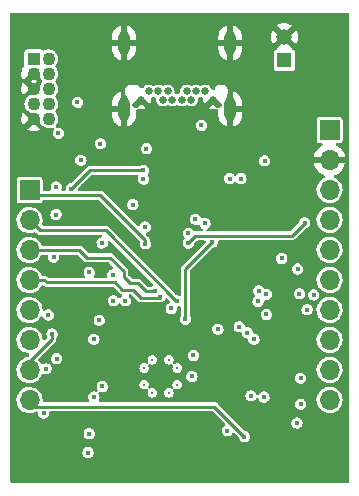
<source format=gbr>
%TF.GenerationSoftware,KiCad,Pcbnew,(6.0.7-1)-1*%
%TF.CreationDate,2022-11-20T21:12:54+11:00*%
%TF.ProjectId,esp32-clover,65737033-322d-4636-9c6f-7665722e6b69,rev?*%
%TF.SameCoordinates,Original*%
%TF.FileFunction,Copper,L3,Inr*%
%TF.FilePolarity,Positive*%
%FSLAX46Y46*%
G04 Gerber Fmt 4.6, Leading zero omitted, Abs format (unit mm)*
G04 Created by KiCad (PCBNEW (6.0.7-1)-1) date 2022-11-20 21:12:54*
%MOMM*%
%LPD*%
G01*
G04 APERTURE LIST*
%TA.AperFunction,ComponentPad*%
%ADD10R,1.308000X1.308000*%
%TD*%
%TA.AperFunction,ComponentPad*%
%ADD11C,1.308000*%
%TD*%
%TA.AperFunction,ComponentPad*%
%ADD12C,0.650000*%
%TD*%
%TA.AperFunction,ComponentPad*%
%ADD13O,1.000000X2.000000*%
%TD*%
%TA.AperFunction,ComponentPad*%
%ADD14R,1.100000X1.100000*%
%TD*%
%TA.AperFunction,ComponentPad*%
%ADD15C,1.100000*%
%TD*%
%TA.AperFunction,ComponentPad*%
%ADD16C,0.300000*%
%TD*%
%TA.AperFunction,ComponentPad*%
%ADD17R,1.700000X1.700000*%
%TD*%
%TA.AperFunction,ComponentPad*%
%ADD18O,1.700000X1.700000*%
%TD*%
%TA.AperFunction,ViaPad*%
%ADD19C,0.450000*%
%TD*%
%TA.AperFunction,Conductor*%
%ADD20C,0.250000*%
%TD*%
G04 APERTURE END LIST*
D10*
%TO.N,/VBAT*%
%TO.C,J2*%
X108387500Y-36600000D03*
D11*
%TO.N,GND*%
X108387500Y-34600000D03*
%TD*%
D12*
%TO.N,GND*%
%TO.C,J1*%
X96250000Y-39917790D03*
%TO.N,unconnected-(J1-PadB2)*%
X96900000Y-39217790D03*
%TO.N,unconnected-(J1-PadB3)*%
X97700000Y-39217790D03*
%TO.N,unconnected-(J1-PadB4)*%
X98100000Y-39917790D03*
%TO.N,Net-(J1-PadB5)*%
X98500000Y-39217790D03*
%TO.N,unconnected-(J1-PadB6)*%
X98900000Y-39917790D03*
%TO.N,unconnected-(J1-PadB7)*%
X99700000Y-39917790D03*
%TO.N,unconnected-(J1-PadB8)*%
X100100000Y-39217790D03*
%TO.N,unconnected-(J1-PadB9)*%
X100500000Y-39917790D03*
%TO.N,unconnected-(J1-PadB10)*%
X100900000Y-39217790D03*
%TO.N,unconnected-(J1-PadB11)*%
X101700000Y-39217790D03*
%TO.N,GND*%
X102350000Y-39917790D03*
D13*
X103800000Y-40717790D03*
X94800000Y-40717790D03*
X103800000Y-35117790D03*
X94800000Y-35117790D03*
%TD*%
D14*
%TO.N,+3.3V*%
%TO.C,J4*%
X87165000Y-36460000D03*
D15*
%TO.N,/DEBUG_TMS*%
X88435000Y-36460000D03*
%TO.N,GND*%
X87165000Y-37730000D03*
%TO.N,/DEBUG_TCK*%
X88435000Y-37730000D03*
%TO.N,GND*%
X87165000Y-39000000D03*
%TO.N,/DEBUG_TDO*%
X88435000Y-39000000D03*
%TO.N,unconnected-(J4-Pad7)*%
X87165000Y-40270000D03*
%TO.N,/DEBUG_TDI*%
X88435000Y-40270000D03*
%TO.N,GND*%
X87165000Y-41540000D03*
%TO.N,unconnected-(J4-Pad10)*%
X88435000Y-41540000D03*
%TD*%
D16*
%TO.N,N/C*%
%TO.C,U4*%
X97200000Y-64740000D03*
X98600000Y-64740000D03*
X96500000Y-64040000D03*
X99300000Y-64040000D03*
X96500000Y-62640000D03*
X99300000Y-62640000D03*
X97200000Y-61940000D03*
X98600000Y-61940000D03*
%TD*%
D17*
%TO.N,DAC_VOUT*%
%TO.C,J3*%
X86800000Y-47575000D03*
D18*
%TO.N,ADC_IN1*%
X86800000Y-50115000D03*
%TO.N,TCA9534_P3*%
X86800000Y-52655000D03*
%TO.N,TCA9534_P2*%
X86800000Y-55195000D03*
%TO.N,I2C_SCL*%
X86800000Y-57735000D03*
%TO.N,I2C_SDA*%
X86800000Y-60275000D03*
%TO.N,UART_RX1*%
X86800000Y-62815000D03*
%TO.N,UART_TX1*%
X86800000Y-65355000D03*
%TD*%
D17*
%TO.N,/VBAT*%
%TO.C,J5*%
X112200000Y-42475000D03*
D18*
%TO.N,GND*%
X112200000Y-45015000D03*
%TO.N,ADC_IN3*%
X112200000Y-47555000D03*
%TO.N,GPIO17*%
X112200000Y-50095000D03*
%TO.N,SPI_SCK*%
X112200000Y-52635000D03*
%TO.N,SPI_MOSI*%
X112200000Y-55175000D03*
%TO.N,SPI_MISO*%
X112200000Y-57715000D03*
%TO.N,GPIO21{slash}TCA9534_INT*%
X112200000Y-60255000D03*
%TO.N,/UART_TX*%
X112200000Y-62795000D03*
%TO.N,/UART_RX*%
X112200000Y-65335000D03*
%TD*%
D19*
%TO.N,VBUS*%
X92800000Y-43650000D03*
X106700000Y-45100000D03*
X101350000Y-42100000D03*
X96450000Y-46650000D03*
%TO.N,GND*%
X99000000Y-33000000D03*
X95250000Y-60960000D03*
X88050000Y-67450000D03*
X101600000Y-67310000D03*
X89400000Y-43500000D03*
X100330000Y-67310000D03*
X88700000Y-46600000D03*
X87750000Y-59000000D03*
X102870000Y-71120000D03*
X99400000Y-69000000D03*
X97500000Y-57400000D03*
X99060000Y-71120000D03*
X103124000Y-60452000D03*
X108000000Y-33000000D03*
X98950000Y-58450000D03*
X102870000Y-68580000D03*
X96000000Y-36000000D03*
X105410000Y-61722000D03*
X101600000Y-71120000D03*
X96520000Y-60960000D03*
X104140000Y-64770000D03*
X106680000Y-71120000D03*
X95325000Y-54675000D03*
X105410000Y-71120000D03*
X102000000Y-36000000D03*
X104140000Y-60960000D03*
X88899998Y-69450002D03*
X102000000Y-33000000D03*
X111000000Y-36000000D03*
X87000000Y-45000000D03*
X111000000Y-33000000D03*
X92700000Y-44600000D03*
X110300000Y-69800000D03*
X100330000Y-71120000D03*
X100330000Y-68580000D03*
X108400000Y-43050000D03*
X110750000Y-45400000D03*
X88200000Y-61500000D03*
X105000000Y-33000000D03*
X93000000Y-33000000D03*
X90000000Y-33000000D03*
X91900000Y-52750000D03*
X104300000Y-69700000D03*
X91950000Y-44900000D03*
X104140000Y-66040000D03*
X101600000Y-64770000D03*
X95050000Y-62700000D03*
X96000000Y-33000000D03*
X90000000Y-36000000D03*
X99250000Y-55950000D03*
X91350000Y-47250000D03*
X101600000Y-68580000D03*
X105410000Y-66040000D03*
X93100000Y-65050000D03*
X92450000Y-56800000D03*
X87700000Y-53950000D03*
X100330000Y-64770000D03*
X87000000Y-33000000D03*
X97050000Y-50150000D03*
X91200000Y-39100000D03*
X106000000Y-55350000D03*
X102870000Y-67310000D03*
X87650000Y-64000000D03*
X104140000Y-59690000D03*
X99000000Y-36000000D03*
X101450000Y-61850000D03*
X104140000Y-71120000D03*
%TO.N,+3.3V*%
X90350000Y-47450000D03*
X91850000Y-54550000D03*
X92250000Y-65100000D03*
X92250000Y-60200500D03*
X96450000Y-45900000D03*
X103749500Y-46600000D03*
X91750000Y-69800000D03*
X102750000Y-59350000D03*
%TO.N,Net-(C9-Pad1)*%
X88000000Y-66450000D03*
%TO.N,Net-(C12-Pad1)*%
X88200000Y-62700000D03*
%TO.N,Net-(C13-Pad1)*%
X89100000Y-61850000D03*
%TO.N,Net-(D2-Pad4)*%
X96691912Y-44058088D03*
X95550000Y-48800000D03*
%TO.N,/UART_RX*%
X100850000Y-50050000D03*
X109450000Y-67300000D03*
X105550000Y-65000000D03*
%TO.N,/UART_TX*%
X101650000Y-50400000D03*
X106650000Y-65100000D03*
X109750000Y-65700000D03*
%TO.N,/DEBUG_TMS*%
X89250000Y-42750000D03*
%TO.N,/DEBUG_TCK*%
X91150000Y-45050000D03*
X96600000Y-50700000D03*
X90855000Y-40150000D03*
%TO.N,/DEBUG_TDI*%
X89050000Y-47300000D03*
X88849500Y-53250000D03*
%TO.N,Net-(JP1-Pad1)*%
X100250000Y-51250000D03*
%TO.N,GPIO21{slash}TCA9534_INT*%
X109750000Y-63500000D03*
X100550000Y-63350000D03*
X100000000Y-58500000D03*
X102250000Y-52000000D03*
%TO.N,I2C_SCL*%
X92950000Y-52050000D03*
X103550000Y-67950000D03*
X100675000Y-61575000D03*
X94900000Y-56950000D03*
%TO.N,Net-(JP2-Pad2)*%
X104700000Y-46600000D03*
%TO.N,I2C_SDA*%
X93900000Y-56950500D03*
X93850000Y-54750000D03*
X98800000Y-57600000D03*
%TO.N,Net-(JP3-Pad2)*%
X89050000Y-49650000D03*
%TO.N,TCA9534_P0*%
X110100500Y-50335898D03*
X100250000Y-52050000D03*
%TO.N,Net-(JP4-Pad2)*%
X108161444Y-53361444D03*
%TO.N,GPIO27{slash}PIEZO*%
X91850000Y-68200000D03*
X88400000Y-58150000D03*
%TO.N,Net-(R13-Pad1)*%
X106150000Y-57000000D03*
%TO.N,/GPI34{slash}BTN*%
X92700000Y-58600000D03*
X92951056Y-64201056D03*
%TO.N,/ESP32_BOOT*%
X110850000Y-56450000D03*
%TO.N,UART_RX1*%
X88699500Y-59750000D03*
%TO.N,GPIO4{slash}ADC_CS*%
X106850000Y-56400000D03*
X106850000Y-58100000D03*
%TO.N,GPIO17*%
X106200000Y-56100000D03*
%TO.N,SPI_SCK*%
X109650000Y-56350000D03*
X104550000Y-59150000D03*
%TO.N,SPI_MOSI*%
X110300500Y-57700000D03*
X105800000Y-60200000D03*
%TO.N,SPI_MISO*%
X105250000Y-59650000D03*
%TO.N,UART_TX1*%
X105000000Y-68450000D03*
%TO.N,TCA9534_P2*%
X97859267Y-56609267D03*
%TO.N,TCA9534_P3*%
X97400000Y-56150000D03*
%TO.N,ADC_IN3*%
X109500000Y-54250000D03*
%TO.N,ADC_IN1*%
X99250000Y-56950000D03*
%TO.N,DAC_VOUT*%
X96600000Y-52125498D03*
%TD*%
D20*
%TO.N,+3.3V*%
X91900000Y-45900000D02*
X90350000Y-47450000D01*
X96450000Y-45900000D02*
X91900000Y-45900000D01*
%TO.N,GPIO21{slash}TCA9534_INT*%
X100000000Y-54250000D02*
X100000000Y-58500000D01*
X102250000Y-52000000D02*
X100000000Y-54250000D01*
%TO.N,TCA9534_P0*%
X100250000Y-52050000D02*
X100850000Y-51450000D01*
X100850000Y-51450000D02*
X108986398Y-51450000D01*
X108986398Y-51450000D02*
X110100500Y-50335898D01*
%TO.N,UART_RX1*%
X88699500Y-59750000D02*
X88699500Y-60172682D01*
X88699500Y-60172682D02*
X86800000Y-62072182D01*
X86800000Y-62072182D02*
X86800000Y-62815000D01*
%TO.N,UART_TX1*%
X87345000Y-65900000D02*
X86800000Y-65355000D01*
X102450000Y-65900000D02*
X87345000Y-65900000D01*
X105000000Y-68450000D02*
X102450000Y-65900000D01*
%TO.N,TCA9534_P2*%
X96250000Y-56700000D02*
X95550000Y-56000000D01*
X88250000Y-55400000D02*
X88045000Y-55195000D01*
X95550000Y-56000000D02*
X94650000Y-56000000D01*
X97768534Y-56700000D02*
X96250000Y-56700000D01*
X94050000Y-55400000D02*
X88250000Y-55400000D01*
X88045000Y-55195000D02*
X86800000Y-55195000D01*
X97859267Y-56609267D02*
X97768534Y-56700000D01*
X94650000Y-56000000D02*
X94050000Y-55400000D01*
%TO.N,TCA9534_P3*%
X94775000Y-54902818D02*
X94775000Y-54447182D01*
X94775000Y-54447182D02*
X93627818Y-53300000D01*
X95322182Y-55450000D02*
X94775000Y-54902818D01*
X91027182Y-52655000D02*
X86800000Y-52655000D01*
X96650000Y-56150000D02*
X95950000Y-55450000D01*
X91672182Y-53300000D02*
X91027182Y-52655000D01*
X93627818Y-53300000D02*
X91672182Y-53300000D01*
X97400000Y-56150000D02*
X96650000Y-56150000D01*
X95950000Y-55450000D02*
X95322182Y-55450000D01*
%TO.N,ADC_IN1*%
X99222182Y-56950000D02*
X93237182Y-50965000D01*
X87650000Y-50965000D02*
X86800000Y-50115000D01*
X99250000Y-56950000D02*
X99222182Y-56950000D01*
X93237182Y-50965000D02*
X87650000Y-50965000D01*
%TO.N,DAC_VOUT*%
X87225000Y-48000000D02*
X86800000Y-47575000D01*
X96600000Y-51800000D02*
X92800000Y-48000000D01*
X96600000Y-52125498D02*
X96600000Y-51800000D01*
X92800000Y-48000000D02*
X87225000Y-48000000D01*
%TD*%
%TA.AperFunction,Conductor*%
%TO.N,GND*%
G36*
X113791621Y-32570502D02*
G01*
X113838114Y-32624158D01*
X113849500Y-32676500D01*
X113849500Y-72224000D01*
X113829498Y-72292121D01*
X113775842Y-72338614D01*
X113723500Y-72350000D01*
X85276500Y-72350000D01*
X85208379Y-72329998D01*
X85161886Y-72276342D01*
X85150500Y-72224000D01*
X85150500Y-69794131D01*
X91269646Y-69794131D01*
X91270810Y-69803033D01*
X91270810Y-69803036D01*
X91271948Y-69811737D01*
X91287306Y-69929186D01*
X91342162Y-70053856D01*
X91347939Y-70060729D01*
X91347940Y-70060730D01*
X91360180Y-70075291D01*
X91429804Y-70158119D01*
X91543187Y-70233593D01*
X91673195Y-70274210D01*
X91809377Y-70276706D01*
X91852542Y-70264938D01*
X91932124Y-70243242D01*
X91932127Y-70243241D01*
X91940786Y-70240880D01*
X91948436Y-70236183D01*
X91948438Y-70236182D01*
X92049206Y-70174311D01*
X92049209Y-70174308D01*
X92056858Y-70169612D01*
X92148261Y-70068631D01*
X92155420Y-70053856D01*
X92203734Y-69954135D01*
X92203734Y-69954134D01*
X92207649Y-69946054D01*
X92230247Y-69811737D01*
X92230390Y-69800000D01*
X92211081Y-69665171D01*
X92154706Y-69541180D01*
X92065796Y-69437996D01*
X92052494Y-69429374D01*
X91959032Y-69368794D01*
X91959030Y-69368793D01*
X91951501Y-69363913D01*
X91942904Y-69361342D01*
X91942902Y-69361341D01*
X91865973Y-69338335D01*
X91821006Y-69324887D01*
X91812030Y-69324832D01*
X91812029Y-69324832D01*
X91755036Y-69324484D01*
X91684804Y-69324055D01*
X91676172Y-69326522D01*
X91562473Y-69359017D01*
X91562471Y-69359018D01*
X91553842Y-69361484D01*
X91438650Y-69434165D01*
X91348487Y-69536255D01*
X91290601Y-69659548D01*
X91269646Y-69794131D01*
X85150500Y-69794131D01*
X85150500Y-68194131D01*
X91369646Y-68194131D01*
X91370810Y-68203033D01*
X91370810Y-68203036D01*
X91378476Y-68261659D01*
X91387306Y-68329186D01*
X91442162Y-68453856D01*
X91447939Y-68460729D01*
X91447940Y-68460730D01*
X91524024Y-68551243D01*
X91529804Y-68558119D01*
X91643187Y-68633593D01*
X91773195Y-68674210D01*
X91909377Y-68676706D01*
X91952542Y-68664938D01*
X92032124Y-68643242D01*
X92032127Y-68643241D01*
X92040786Y-68640880D01*
X92048436Y-68636183D01*
X92048438Y-68636182D01*
X92149206Y-68574311D01*
X92149209Y-68574308D01*
X92156858Y-68569612D01*
X92173106Y-68551662D01*
X92242233Y-68475291D01*
X92242234Y-68475290D01*
X92248261Y-68468631D01*
X92253956Y-68456878D01*
X92303734Y-68354135D01*
X92303734Y-68354134D01*
X92307649Y-68346054D01*
X92327967Y-68225291D01*
X92329441Y-68216530D01*
X92329441Y-68216525D01*
X92330247Y-68211737D01*
X92330390Y-68200000D01*
X92314350Y-68087996D01*
X92312354Y-68074057D01*
X92312353Y-68074054D01*
X92311081Y-68065171D01*
X92254706Y-67941180D01*
X92165796Y-67837996D01*
X92152494Y-67829374D01*
X92059032Y-67768794D01*
X92059030Y-67768793D01*
X92051501Y-67763913D01*
X92042904Y-67761342D01*
X92042902Y-67761341D01*
X91950117Y-67733593D01*
X91921006Y-67724887D01*
X91912030Y-67724832D01*
X91912029Y-67724832D01*
X91855036Y-67724484D01*
X91784804Y-67724055D01*
X91776172Y-67726522D01*
X91662473Y-67759017D01*
X91662471Y-67759018D01*
X91653842Y-67761484D01*
X91646252Y-67766273D01*
X91590540Y-67801425D01*
X91538650Y-67834165D01*
X91448487Y-67936255D01*
X91444673Y-67944378D01*
X91444672Y-67944380D01*
X91416865Y-68003607D01*
X91390601Y-68059548D01*
X91389221Y-68068412D01*
X91389220Y-68068415D01*
X91371165Y-68184378D01*
X91369646Y-68194131D01*
X85150500Y-68194131D01*
X85150500Y-65326069D01*
X85695164Y-65326069D01*
X85708392Y-65527894D01*
X85727047Y-65601350D01*
X85753099Y-65703928D01*
X85758178Y-65723928D01*
X85842856Y-65907607D01*
X85846189Y-65912323D01*
X85949227Y-66058119D01*
X85959588Y-66072780D01*
X86104466Y-66213913D01*
X86272637Y-66326282D01*
X86277940Y-66328560D01*
X86277943Y-66328562D01*
X86414886Y-66387397D01*
X86458470Y-66406122D01*
X86655740Y-66450760D01*
X86661509Y-66450987D01*
X86661512Y-66450987D01*
X86737683Y-66453979D01*
X86857842Y-66458700D01*
X86944132Y-66446189D01*
X87052286Y-66430508D01*
X87052291Y-66430507D01*
X87058007Y-66429678D01*
X87063479Y-66427820D01*
X87063481Y-66427820D01*
X87244067Y-66366519D01*
X87244069Y-66366518D01*
X87249531Y-66364664D01*
X87318789Y-66325878D01*
X87333546Y-66317614D01*
X87402755Y-66301781D01*
X87469537Y-66325878D01*
X87512690Y-66382255D01*
X87521103Y-66429088D01*
X87521028Y-66435256D01*
X87519646Y-66444131D01*
X87537306Y-66579186D01*
X87592162Y-66703856D01*
X87597939Y-66710729D01*
X87597940Y-66710730D01*
X87610180Y-66725291D01*
X87679804Y-66808119D01*
X87708860Y-66827460D01*
X87767168Y-66866273D01*
X87793187Y-66883593D01*
X87923195Y-66924210D01*
X88059377Y-66926706D01*
X88102542Y-66914938D01*
X88182124Y-66893242D01*
X88182127Y-66893241D01*
X88190786Y-66890880D01*
X88198436Y-66886183D01*
X88198438Y-66886182D01*
X88299206Y-66824311D01*
X88299209Y-66824308D01*
X88306858Y-66819612D01*
X88398261Y-66718631D01*
X88405420Y-66703856D01*
X88453734Y-66604135D01*
X88453734Y-66604134D01*
X88457649Y-66596054D01*
X88480247Y-66461737D01*
X88480390Y-66450000D01*
X88476002Y-66419362D01*
X88486144Y-66349095D01*
X88532666Y-66295465D01*
X88600729Y-66275500D01*
X102242273Y-66275500D01*
X102310394Y-66295502D01*
X102331368Y-66312405D01*
X103350617Y-67331654D01*
X103384643Y-67393966D01*
X103379578Y-67464781D01*
X103337031Y-67521617D01*
X103328760Y-67527310D01*
X103238650Y-67584165D01*
X103148487Y-67686255D01*
X103144673Y-67694378D01*
X103144672Y-67694380D01*
X103126262Y-67733593D01*
X103090601Y-67809548D01*
X103089221Y-67818412D01*
X103089220Y-67818415D01*
X103071165Y-67934378D01*
X103069646Y-67944131D01*
X103070810Y-67953033D01*
X103070810Y-67953036D01*
X103077494Y-68004149D01*
X103087306Y-68079186D01*
X103142162Y-68203856D01*
X103147939Y-68210729D01*
X103147940Y-68210730D01*
X103160180Y-68225291D01*
X103229804Y-68308119D01*
X103343187Y-68383593D01*
X103473195Y-68424210D01*
X103609377Y-68426706D01*
X103652542Y-68414938D01*
X103732124Y-68393242D01*
X103732127Y-68393241D01*
X103740786Y-68390880D01*
X103748436Y-68386183D01*
X103748438Y-68386182D01*
X103849206Y-68324311D01*
X103849209Y-68324308D01*
X103856858Y-68319612D01*
X103948261Y-68218631D01*
X103965457Y-68183138D01*
X104013160Y-68130555D01*
X104081718Y-68112110D01*
X104149366Y-68133658D01*
X104167944Y-68148982D01*
X104497866Y-68478904D01*
X104531892Y-68541216D01*
X104533706Y-68551657D01*
X104537306Y-68579186D01*
X104592162Y-68703856D01*
X104597939Y-68710729D01*
X104597940Y-68710730D01*
X104610180Y-68725291D01*
X104679804Y-68808119D01*
X104793187Y-68883593D01*
X104923195Y-68924210D01*
X105059377Y-68926706D01*
X105102542Y-68914938D01*
X105182124Y-68893242D01*
X105182127Y-68893241D01*
X105190786Y-68890880D01*
X105198436Y-68886183D01*
X105198438Y-68886182D01*
X105299206Y-68824311D01*
X105299209Y-68824308D01*
X105306858Y-68819612D01*
X105398261Y-68718631D01*
X105405420Y-68703856D01*
X105453734Y-68604135D01*
X105453734Y-68604134D01*
X105457649Y-68596054D01*
X105477967Y-68475291D01*
X105479441Y-68466530D01*
X105479441Y-68466525D01*
X105480247Y-68461737D01*
X105480390Y-68450000D01*
X105465504Y-68346054D01*
X105462354Y-68324057D01*
X105462353Y-68324054D01*
X105461081Y-68315171D01*
X105454749Y-68301243D01*
X105416232Y-68216530D01*
X105404706Y-68191180D01*
X105397777Y-68183138D01*
X105321657Y-68094798D01*
X105315796Y-68087996D01*
X105288465Y-68070281D01*
X105209032Y-68018794D01*
X105209030Y-68018793D01*
X105201501Y-68013913D01*
X105192904Y-68011342D01*
X105192902Y-68011341D01*
X105079978Y-67977570D01*
X105026985Y-67945948D01*
X104375168Y-67294131D01*
X108969646Y-67294131D01*
X108970810Y-67303033D01*
X108970810Y-67303036D01*
X108978476Y-67361658D01*
X108987306Y-67429186D01*
X108990923Y-67437406D01*
X109027977Y-67521617D01*
X109042162Y-67553856D01*
X109047939Y-67560729D01*
X109047940Y-67560730D01*
X109060180Y-67575291D01*
X109129804Y-67658119D01*
X109137281Y-67663096D01*
X109233974Y-67727460D01*
X109243187Y-67733593D01*
X109274072Y-67743242D01*
X109332004Y-67761341D01*
X109373195Y-67774210D01*
X109509377Y-67776706D01*
X109552542Y-67764938D01*
X109632124Y-67743242D01*
X109632127Y-67743241D01*
X109640786Y-67740880D01*
X109648436Y-67736183D01*
X109648438Y-67736182D01*
X109749206Y-67674311D01*
X109749209Y-67674308D01*
X109756858Y-67669612D01*
X109834201Y-67584165D01*
X109842233Y-67575291D01*
X109842234Y-67575290D01*
X109848261Y-67568631D01*
X109855420Y-67553856D01*
X109903734Y-67454135D01*
X109903734Y-67454134D01*
X109907649Y-67446054D01*
X109930247Y-67311737D01*
X109930390Y-67300000D01*
X109911081Y-67165171D01*
X109854706Y-67041180D01*
X109765796Y-66937996D01*
X109693106Y-66890880D01*
X109659032Y-66868794D01*
X109659030Y-66868793D01*
X109651501Y-66863913D01*
X109642904Y-66861342D01*
X109642902Y-66861341D01*
X109565973Y-66838335D01*
X109521006Y-66824887D01*
X109512030Y-66824832D01*
X109512029Y-66824832D01*
X109455036Y-66824484D01*
X109384804Y-66824055D01*
X109376172Y-66826522D01*
X109262473Y-66859017D01*
X109262471Y-66859018D01*
X109253842Y-66861484D01*
X109246252Y-66866273D01*
X109154428Y-66924210D01*
X109138650Y-66934165D01*
X109048487Y-67036255D01*
X108990601Y-67159548D01*
X108969646Y-67294131D01*
X104375168Y-67294131D01*
X102775168Y-65694131D01*
X109269646Y-65694131D01*
X109270810Y-65703033D01*
X109270810Y-65703036D01*
X109273542Y-65723928D01*
X109287306Y-65829186D01*
X109342162Y-65953856D01*
X109347939Y-65960729D01*
X109347940Y-65960730D01*
X109424024Y-66051243D01*
X109429804Y-66058119D01*
X109543187Y-66133593D01*
X109673195Y-66174210D01*
X109809377Y-66176706D01*
X109852542Y-66164938D01*
X109932124Y-66143242D01*
X109932127Y-66143241D01*
X109940786Y-66140880D01*
X109948436Y-66136183D01*
X109948438Y-66136182D01*
X110049206Y-66074311D01*
X110049209Y-66074308D01*
X110056858Y-66069612D01*
X110068442Y-66056815D01*
X110142233Y-65975291D01*
X110142234Y-65975290D01*
X110148261Y-65968631D01*
X110155420Y-65953856D01*
X110203734Y-65854135D01*
X110203734Y-65854134D01*
X110207649Y-65846054D01*
X110228196Y-65723928D01*
X110229441Y-65716530D01*
X110229441Y-65716525D01*
X110230247Y-65711737D01*
X110230390Y-65700000D01*
X110218845Y-65619383D01*
X110212354Y-65574057D01*
X110212353Y-65574054D01*
X110211081Y-65565171D01*
X110154706Y-65441180D01*
X110065796Y-65337996D01*
X110016539Y-65306069D01*
X111095164Y-65306069D01*
X111108392Y-65507894D01*
X111123116Y-65565871D01*
X111153437Y-65685259D01*
X111158178Y-65703928D01*
X111242856Y-65887607D01*
X111246189Y-65892323D01*
X111304825Y-65975291D01*
X111359588Y-66052780D01*
X111504466Y-66193913D01*
X111672637Y-66306282D01*
X111677940Y-66308560D01*
X111677943Y-66308562D01*
X111849469Y-66382255D01*
X111858470Y-66386122D01*
X112055740Y-66430760D01*
X112061509Y-66430987D01*
X112061512Y-66430987D01*
X112137683Y-66433979D01*
X112257842Y-66438700D01*
X112344132Y-66426189D01*
X112452286Y-66410508D01*
X112452291Y-66410507D01*
X112458007Y-66409678D01*
X112463479Y-66407820D01*
X112463481Y-66407820D01*
X112644067Y-66346519D01*
X112644069Y-66346518D01*
X112649531Y-66344664D01*
X112826001Y-66245837D01*
X112888433Y-66193913D01*
X112977073Y-66120191D01*
X112981505Y-66116505D01*
X113110837Y-65961001D01*
X113114839Y-65953856D01*
X113180053Y-65837406D01*
X113209664Y-65784531D01*
X113232748Y-65716530D01*
X113272820Y-65598481D01*
X113272820Y-65598479D01*
X113274678Y-65593007D01*
X113275507Y-65587291D01*
X113275508Y-65587286D01*
X113295232Y-65451243D01*
X113303700Y-65392842D01*
X113305215Y-65335000D01*
X113286708Y-65133591D01*
X113277235Y-65100000D01*
X113237623Y-64959548D01*
X113231807Y-64938926D01*
X113142351Y-64757527D01*
X113126467Y-64736255D01*
X113024788Y-64600091D01*
X113024787Y-64600090D01*
X113021335Y-64595467D01*
X113017099Y-64591551D01*
X112877053Y-64462094D01*
X112877051Y-64462092D01*
X112872812Y-64458174D01*
X112842762Y-64439214D01*
X112706637Y-64353325D01*
X112701757Y-64350246D01*
X112513898Y-64275298D01*
X112315526Y-64235839D01*
X112309752Y-64235763D01*
X112309748Y-64235763D01*
X112207257Y-64234422D01*
X112113286Y-64233192D01*
X112107589Y-64234171D01*
X112107588Y-64234171D01*
X111919646Y-64266465D01*
X111919645Y-64266465D01*
X111913949Y-64267444D01*
X111724193Y-64337449D01*
X111719232Y-64340401D01*
X111719231Y-64340401D01*
X111606532Y-64407450D01*
X111550371Y-64440862D01*
X111398305Y-64574220D01*
X111273089Y-64733057D01*
X111178914Y-64912053D01*
X111118937Y-65105213D01*
X111095164Y-65306069D01*
X110016539Y-65306069D01*
X109959032Y-65268794D01*
X109959030Y-65268793D01*
X109951501Y-65263913D01*
X109942904Y-65261342D01*
X109942902Y-65261341D01*
X109862867Y-65237406D01*
X109821006Y-65224887D01*
X109812030Y-65224832D01*
X109812029Y-65224832D01*
X109755036Y-65224484D01*
X109684804Y-65224055D01*
X109676172Y-65226522D01*
X109562473Y-65259017D01*
X109562471Y-65259018D01*
X109553842Y-65261484D01*
X109438650Y-65334165D01*
X109432707Y-65340894D01*
X109432706Y-65340895D01*
X109407344Y-65369612D01*
X109348487Y-65436255D01*
X109290601Y-65559548D01*
X109289221Y-65568412D01*
X109289220Y-65568415D01*
X109281285Y-65619383D01*
X109269646Y-65694131D01*
X102775168Y-65694131D01*
X102753348Y-65672311D01*
X102738623Y-65654080D01*
X102737222Y-65652540D01*
X102731572Y-65643790D01*
X102705535Y-65623264D01*
X102701168Y-65619383D01*
X102701102Y-65619461D01*
X102697144Y-65616107D01*
X102693462Y-65612425D01*
X102689231Y-65609402D01*
X102689228Y-65609399D01*
X102684409Y-65605956D01*
X102677948Y-65601339D01*
X102673212Y-65597783D01*
X102659897Y-65587286D01*
X102633400Y-65566397D01*
X102624851Y-65563395D01*
X102617481Y-65558128D01*
X102584203Y-65548176D01*
X102568930Y-65543608D01*
X102563286Y-65541774D01*
X102522935Y-65527604D01*
X102522929Y-65527603D01*
X102515452Y-65524977D01*
X102509945Y-65524500D01*
X102507238Y-65524500D01*
X102504665Y-65524389D01*
X102504506Y-65524341D01*
X102504512Y-65524197D01*
X102503892Y-65524158D01*
X102497713Y-65522310D01*
X102444445Y-65524403D01*
X102439498Y-65524500D01*
X92773799Y-65524500D01*
X92705678Y-65504498D01*
X92659185Y-65450842D01*
X92649081Y-65380568D01*
X92660407Y-65343562D01*
X92703734Y-65254135D01*
X92703734Y-65254134D01*
X92707649Y-65246054D01*
X92723205Y-65153591D01*
X92729441Y-65116530D01*
X92729441Y-65116525D01*
X92730247Y-65111737D01*
X92730318Y-65105899D01*
X92730331Y-65104860D01*
X92730331Y-65104857D01*
X92730390Y-65100000D01*
X92716069Y-65000000D01*
X92712354Y-64974057D01*
X92712353Y-64974054D01*
X92711081Y-64965171D01*
X92654706Y-64841180D01*
X92651161Y-64837065D01*
X92631808Y-64770616D01*
X92651960Y-64702539D01*
X92705718Y-64656164D01*
X92776014Y-64646215D01*
X92795382Y-64650626D01*
X92829679Y-64661341D01*
X92874251Y-64675266D01*
X93010433Y-64677762D01*
X93061231Y-64663913D01*
X93133180Y-64644298D01*
X93133183Y-64644297D01*
X93141842Y-64641936D01*
X93149492Y-64637239D01*
X93149494Y-64637238D01*
X93250262Y-64575367D01*
X93250265Y-64575364D01*
X93257914Y-64570668D01*
X93264029Y-64563913D01*
X93343289Y-64476347D01*
X93343290Y-64476346D01*
X93349317Y-64469687D01*
X93356476Y-64454912D01*
X93404790Y-64355191D01*
X93404790Y-64355190D01*
X93408705Y-64347110D01*
X93424074Y-64255763D01*
X93430497Y-64217586D01*
X93430497Y-64217581D01*
X93431303Y-64212793D01*
X93431446Y-64201056D01*
X93412137Y-64066227D01*
X93400212Y-64040000D01*
X96094508Y-64040000D01*
X96114354Y-64165304D01*
X96171950Y-64278342D01*
X96261658Y-64368050D01*
X96374696Y-64425646D01*
X96384485Y-64427196D01*
X96384487Y-64427197D01*
X96490207Y-64443941D01*
X96500000Y-64445492D01*
X96509793Y-64443941D01*
X96615513Y-64427197D01*
X96615515Y-64427196D01*
X96625304Y-64425646D01*
X96665225Y-64405305D01*
X96735001Y-64392201D01*
X96800786Y-64418901D01*
X96841693Y-64476928D01*
X96844734Y-64547860D01*
X96834695Y-64574774D01*
X96814354Y-64614696D01*
X96812804Y-64624485D01*
X96812803Y-64624487D01*
X96804365Y-64677762D01*
X96794508Y-64740000D01*
X96796059Y-64749793D01*
X96811828Y-64849353D01*
X96814354Y-64865304D01*
X96871950Y-64978342D01*
X96961658Y-65068050D01*
X97074696Y-65125646D01*
X97084485Y-65127196D01*
X97084487Y-65127197D01*
X97190207Y-65143941D01*
X97200000Y-65145492D01*
X97209793Y-65143941D01*
X97315513Y-65127197D01*
X97315515Y-65127196D01*
X97325304Y-65125646D01*
X97438342Y-65068050D01*
X97528050Y-64978342D01*
X97585646Y-64865304D01*
X97588173Y-64849353D01*
X97603941Y-64749793D01*
X97605492Y-64740000D01*
X98194508Y-64740000D01*
X98196059Y-64749793D01*
X98211828Y-64849353D01*
X98214354Y-64865304D01*
X98271950Y-64978342D01*
X98361658Y-65068050D01*
X98474696Y-65125646D01*
X98484485Y-65127196D01*
X98484487Y-65127197D01*
X98590207Y-65143941D01*
X98600000Y-65145492D01*
X98609793Y-65143941D01*
X98715513Y-65127197D01*
X98715515Y-65127196D01*
X98725304Y-65125646D01*
X98838342Y-65068050D01*
X98912261Y-64994131D01*
X105069646Y-64994131D01*
X105087306Y-65129186D01*
X105100578Y-65159348D01*
X105136456Y-65240887D01*
X105142162Y-65253856D01*
X105147939Y-65260729D01*
X105147940Y-65260730D01*
X105219311Y-65345636D01*
X105229804Y-65358119D01*
X105343187Y-65433593D01*
X105393635Y-65449354D01*
X105458478Y-65469612D01*
X105473195Y-65474210D01*
X105609377Y-65476706D01*
X105659298Y-65463096D01*
X105732124Y-65443242D01*
X105732127Y-65443241D01*
X105740786Y-65440880D01*
X105748436Y-65436183D01*
X105748438Y-65436182D01*
X105849206Y-65374311D01*
X105849209Y-65374308D01*
X105856858Y-65369612D01*
X105865064Y-65360547D01*
X105942233Y-65275291D01*
X105942234Y-65275290D01*
X105948261Y-65268631D01*
X105955285Y-65254135D01*
X105963734Y-65236695D01*
X106011437Y-65184111D01*
X106079995Y-65165666D01*
X106147643Y-65187214D01*
X106192454Y-65240886D01*
X106203625Y-65266273D01*
X106237633Y-65343562D01*
X106242162Y-65353856D01*
X106247939Y-65360729D01*
X106247940Y-65360730D01*
X106318255Y-65444380D01*
X106329804Y-65458119D01*
X106354224Y-65474374D01*
X106434626Y-65527894D01*
X106443187Y-65533593D01*
X106500264Y-65551425D01*
X106553568Y-65568078D01*
X106573195Y-65574210D01*
X106709377Y-65576706D01*
X106752699Y-65564895D01*
X106832124Y-65543242D01*
X106832127Y-65543241D01*
X106840786Y-65540880D01*
X106848436Y-65536183D01*
X106848438Y-65536182D01*
X106949206Y-65474311D01*
X106949209Y-65474308D01*
X106956858Y-65469612D01*
X106982594Y-65441180D01*
X107042233Y-65375291D01*
X107042234Y-65375290D01*
X107048261Y-65368631D01*
X107055420Y-65353856D01*
X107103734Y-65254135D01*
X107103734Y-65254134D01*
X107107649Y-65246054D01*
X107123205Y-65153591D01*
X107129441Y-65116530D01*
X107129441Y-65116525D01*
X107130247Y-65111737D01*
X107130318Y-65105899D01*
X107130331Y-65104860D01*
X107130331Y-65104857D01*
X107130390Y-65100000D01*
X107116069Y-65000000D01*
X107112354Y-64974057D01*
X107112353Y-64974054D01*
X107111081Y-64965171D01*
X107054706Y-64841180D01*
X106965796Y-64737996D01*
X106911093Y-64702539D01*
X106859032Y-64668794D01*
X106859030Y-64668793D01*
X106851501Y-64663913D01*
X106842904Y-64661342D01*
X106842902Y-64661341D01*
X106752030Y-64634165D01*
X106721006Y-64624887D01*
X106712030Y-64624832D01*
X106712029Y-64624832D01*
X106655036Y-64624484D01*
X106584804Y-64624055D01*
X106576172Y-64626522D01*
X106462473Y-64659017D01*
X106462471Y-64659018D01*
X106453842Y-64661484D01*
X106338650Y-64734165D01*
X106332707Y-64740894D01*
X106332706Y-64740895D01*
X106304440Y-64772900D01*
X106248487Y-64836255D01*
X106239446Y-64855513D01*
X106237092Y-64860526D01*
X106190037Y-64913689D01*
X106121709Y-64932973D01*
X106053803Y-64912255D01*
X106008335Y-64859131D01*
X105993130Y-64825689D01*
X105954706Y-64741180D01*
X105865796Y-64637996D01*
X105848094Y-64626522D01*
X105759032Y-64568794D01*
X105759030Y-64568793D01*
X105751501Y-64563913D01*
X105742904Y-64561342D01*
X105742902Y-64561341D01*
X105665973Y-64538335D01*
X105621006Y-64524887D01*
X105612030Y-64524832D01*
X105612029Y-64524832D01*
X105555036Y-64524484D01*
X105484804Y-64524055D01*
X105476172Y-64526522D01*
X105362473Y-64559017D01*
X105362471Y-64559018D01*
X105353842Y-64561484D01*
X105346252Y-64566273D01*
X105253355Y-64624887D01*
X105238650Y-64634165D01*
X105232707Y-64640894D01*
X105232706Y-64640895D01*
X105204715Y-64672589D01*
X105148487Y-64736255D01*
X105144673Y-64744378D01*
X105144672Y-64744380D01*
X105131282Y-64772900D01*
X105090601Y-64859548D01*
X105089221Y-64868412D01*
X105089220Y-64868415D01*
X105072772Y-64974057D01*
X105069646Y-64994131D01*
X98912261Y-64994131D01*
X98928050Y-64978342D01*
X98985646Y-64865304D01*
X98988173Y-64849353D01*
X99003941Y-64749793D01*
X99005492Y-64740000D01*
X98995635Y-64677762D01*
X98987197Y-64624487D01*
X98987196Y-64624485D01*
X98985646Y-64614696D01*
X98965305Y-64574775D01*
X98952201Y-64504999D01*
X98978901Y-64439214D01*
X99036928Y-64398307D01*
X99107860Y-64395266D01*
X99134774Y-64405305D01*
X99174696Y-64425646D01*
X99184485Y-64427196D01*
X99184487Y-64427197D01*
X99290207Y-64443941D01*
X99300000Y-64445492D01*
X99309793Y-64443941D01*
X99415513Y-64427197D01*
X99415515Y-64427196D01*
X99425304Y-64425646D01*
X99538342Y-64368050D01*
X99628050Y-64278342D01*
X99685646Y-64165304D01*
X99705492Y-64040000D01*
X99694648Y-63971533D01*
X99687197Y-63924487D01*
X99687196Y-63924485D01*
X99685646Y-63914696D01*
X99628050Y-63801658D01*
X99538342Y-63711950D01*
X99425304Y-63654354D01*
X99415515Y-63652804D01*
X99415513Y-63652803D01*
X99309793Y-63636059D01*
X99300000Y-63634508D01*
X99290207Y-63636059D01*
X99184487Y-63652803D01*
X99184485Y-63652804D01*
X99174696Y-63654354D01*
X99061658Y-63711950D01*
X98971950Y-63801658D01*
X98914354Y-63914696D01*
X98912804Y-63924485D01*
X98912803Y-63924487D01*
X98905352Y-63971533D01*
X98894508Y-64040000D01*
X98914354Y-64165304D01*
X98918855Y-64174137D01*
X98934695Y-64205225D01*
X98947799Y-64275001D01*
X98921099Y-64340786D01*
X98863072Y-64381693D01*
X98792140Y-64384734D01*
X98765225Y-64374695D01*
X98725304Y-64354354D01*
X98715515Y-64352804D01*
X98715513Y-64352803D01*
X98609793Y-64336059D01*
X98600000Y-64334508D01*
X98590207Y-64336059D01*
X98484487Y-64352803D01*
X98484485Y-64352804D01*
X98474696Y-64354354D01*
X98361658Y-64411950D01*
X98271950Y-64501658D01*
X98214354Y-64614696D01*
X98212804Y-64624485D01*
X98212803Y-64624487D01*
X98204365Y-64677762D01*
X98194508Y-64740000D01*
X97605492Y-64740000D01*
X97595635Y-64677762D01*
X97587197Y-64624487D01*
X97587196Y-64624485D01*
X97585646Y-64614696D01*
X97528050Y-64501658D01*
X97438342Y-64411950D01*
X97325304Y-64354354D01*
X97315515Y-64352804D01*
X97315513Y-64352803D01*
X97209793Y-64336059D01*
X97200000Y-64334508D01*
X97190207Y-64336059D01*
X97084487Y-64352803D01*
X97084485Y-64352804D01*
X97074696Y-64354354D01*
X97034775Y-64374695D01*
X96964999Y-64387799D01*
X96899214Y-64361099D01*
X96858307Y-64303072D01*
X96855266Y-64232140D01*
X96865305Y-64205225D01*
X96881145Y-64174137D01*
X96885646Y-64165304D01*
X96905492Y-64040000D01*
X96894648Y-63971533D01*
X96887197Y-63924487D01*
X96887196Y-63924485D01*
X96885646Y-63914696D01*
X96828050Y-63801658D01*
X96738342Y-63711950D01*
X96625304Y-63654354D01*
X96615515Y-63652804D01*
X96615513Y-63652803D01*
X96509793Y-63636059D01*
X96500000Y-63634508D01*
X96490207Y-63636059D01*
X96384487Y-63652803D01*
X96384485Y-63652804D01*
X96374696Y-63654354D01*
X96261658Y-63711950D01*
X96171950Y-63801658D01*
X96114354Y-63914696D01*
X96112804Y-63924485D01*
X96112803Y-63924487D01*
X96105352Y-63971533D01*
X96094508Y-64040000D01*
X93400212Y-64040000D01*
X93355762Y-63942236D01*
X93266852Y-63839052D01*
X93216660Y-63806519D01*
X93160088Y-63769850D01*
X93160086Y-63769849D01*
X93152557Y-63764969D01*
X93143960Y-63762398D01*
X93143958Y-63762397D01*
X93031140Y-63728658D01*
X93022062Y-63725943D01*
X93013086Y-63725888D01*
X93013085Y-63725888D01*
X92956092Y-63725540D01*
X92885860Y-63725111D01*
X92877228Y-63727578D01*
X92763529Y-63760073D01*
X92763527Y-63760074D01*
X92754898Y-63762540D01*
X92747308Y-63767329D01*
X92660906Y-63821845D01*
X92639706Y-63835221D01*
X92633763Y-63841950D01*
X92633762Y-63841951D01*
X92590455Y-63890987D01*
X92549543Y-63937311D01*
X92545729Y-63945434D01*
X92545728Y-63945436D01*
X92531047Y-63976706D01*
X92491657Y-64060604D01*
X92490277Y-64069468D01*
X92490276Y-64069471D01*
X92473980Y-64174137D01*
X92470702Y-64195187D01*
X92471866Y-64204089D01*
X92471866Y-64204092D01*
X92476008Y-64235763D01*
X92488362Y-64330242D01*
X92543218Y-64454912D01*
X92548993Y-64461782D01*
X92549911Y-64463257D01*
X92568927Y-64531660D01*
X92547943Y-64599484D01*
X92493621Y-64645197D01*
X92423208Y-64654284D01*
X92406838Y-64650556D01*
X92392322Y-64646215D01*
X92321006Y-64624887D01*
X92312030Y-64624832D01*
X92312029Y-64624832D01*
X92255036Y-64624484D01*
X92184804Y-64624055D01*
X92176172Y-64626522D01*
X92062473Y-64659017D01*
X92062471Y-64659018D01*
X92053842Y-64661484D01*
X91938650Y-64734165D01*
X91932707Y-64740894D01*
X91932706Y-64740895D01*
X91904440Y-64772900D01*
X91848487Y-64836255D01*
X91844673Y-64844378D01*
X91844672Y-64844380D01*
X91833388Y-64868415D01*
X91790601Y-64959548D01*
X91789221Y-64968412D01*
X91789220Y-64968415D01*
X91773707Y-65068050D01*
X91769646Y-65094131D01*
X91770810Y-65103033D01*
X91770810Y-65103036D01*
X91777421Y-65153591D01*
X91787306Y-65229186D01*
X91802586Y-65263913D01*
X91839477Y-65347754D01*
X91848605Y-65418162D01*
X91818218Y-65482327D01*
X91757964Y-65519877D01*
X91724148Y-65524500D01*
X88030119Y-65524500D01*
X87961998Y-65504498D01*
X87915505Y-65450842D01*
X87904162Y-65395201D01*
X87905118Y-65358704D01*
X87905215Y-65355000D01*
X87886708Y-65153591D01*
X87884583Y-65146054D01*
X87839260Y-64985353D01*
X87831807Y-64958926D01*
X87742351Y-64777527D01*
X87724079Y-64753057D01*
X87624788Y-64620091D01*
X87624787Y-64620090D01*
X87621335Y-64615467D01*
X87617099Y-64611551D01*
X87477053Y-64482094D01*
X87477051Y-64482092D01*
X87472812Y-64478174D01*
X87441114Y-64458174D01*
X87306637Y-64373325D01*
X87301757Y-64370246D01*
X87113898Y-64295298D01*
X86915526Y-64255839D01*
X86909752Y-64255763D01*
X86909748Y-64255763D01*
X86807257Y-64254422D01*
X86713286Y-64253192D01*
X86707589Y-64254171D01*
X86707588Y-64254171D01*
X86519646Y-64286465D01*
X86519645Y-64286465D01*
X86513949Y-64287444D01*
X86324193Y-64357449D01*
X86319232Y-64360401D01*
X86319231Y-64360401D01*
X86176206Y-64445492D01*
X86150371Y-64460862D01*
X85998305Y-64594220D01*
X85873089Y-64753057D01*
X85778914Y-64932053D01*
X85718937Y-65125213D01*
X85695164Y-65326069D01*
X85150500Y-65326069D01*
X85150500Y-62786069D01*
X85695164Y-62786069D01*
X85708392Y-62987894D01*
X85725462Y-63055108D01*
X85755752Y-63174374D01*
X85758178Y-63183928D01*
X85842856Y-63367607D01*
X85846189Y-63372323D01*
X85948104Y-63516530D01*
X85959588Y-63532780D01*
X86104466Y-63673913D01*
X86272637Y-63786282D01*
X86277940Y-63788560D01*
X86277943Y-63788562D01*
X86451427Y-63863096D01*
X86458470Y-63866122D01*
X86568357Y-63890987D01*
X86634099Y-63905863D01*
X86655740Y-63910760D01*
X86661509Y-63910987D01*
X86661512Y-63910987D01*
X86737683Y-63913979D01*
X86857842Y-63918700D01*
X86946379Y-63905863D01*
X87052286Y-63890508D01*
X87052291Y-63890507D01*
X87058007Y-63889678D01*
X87063479Y-63887820D01*
X87063481Y-63887820D01*
X87244067Y-63826519D01*
X87244069Y-63826518D01*
X87249531Y-63824664D01*
X87426001Y-63725837D01*
X87434269Y-63718961D01*
X87508620Y-63657123D01*
X87581505Y-63596505D01*
X87710837Y-63441001D01*
X87722038Y-63421001D01*
X87754875Y-63362364D01*
X87765086Y-63344131D01*
X100069646Y-63344131D01*
X100070810Y-63353033D01*
X100070810Y-63353036D01*
X100072821Y-63368415D01*
X100087306Y-63479186D01*
X100142162Y-63603856D01*
X100147939Y-63610729D01*
X100147940Y-63610730D01*
X100177633Y-63646054D01*
X100229804Y-63708119D01*
X100254129Y-63724311D01*
X100315209Y-63764969D01*
X100343187Y-63783593D01*
X100473195Y-63824210D01*
X100609377Y-63826706D01*
X100652542Y-63814938D01*
X100732124Y-63793242D01*
X100732127Y-63793241D01*
X100740786Y-63790880D01*
X100748436Y-63786183D01*
X100748438Y-63786182D01*
X100849206Y-63724311D01*
X100849209Y-63724308D01*
X100856858Y-63719612D01*
X100863794Y-63711950D01*
X100942233Y-63625291D01*
X100942234Y-63625290D01*
X100948261Y-63618631D01*
X100955420Y-63603856D01*
X101003734Y-63504135D01*
X101003734Y-63504134D01*
X101007649Y-63496054D01*
X101007973Y-63494131D01*
X109269646Y-63494131D01*
X109270810Y-63503033D01*
X109270810Y-63503036D01*
X109274700Y-63532780D01*
X109287306Y-63629186D01*
X109342162Y-63753856D01*
X109347939Y-63760729D01*
X109347940Y-63760730D01*
X109416213Y-63841951D01*
X109429804Y-63858119D01*
X109477214Y-63889678D01*
X109520814Y-63918700D01*
X109543187Y-63933593D01*
X109673195Y-63974210D01*
X109809377Y-63976706D01*
X109852542Y-63964938D01*
X109932124Y-63943242D01*
X109932127Y-63943241D01*
X109940786Y-63940880D01*
X109948436Y-63936183D01*
X109948438Y-63936182D01*
X110049206Y-63874311D01*
X110049209Y-63874308D01*
X110056858Y-63869612D01*
X110081896Y-63841951D01*
X110142233Y-63775291D01*
X110142234Y-63775290D01*
X110148261Y-63768631D01*
X110152408Y-63760073D01*
X110203734Y-63654135D01*
X110203734Y-63654134D01*
X110207649Y-63646054D01*
X110230247Y-63511737D01*
X110230390Y-63500000D01*
X110219712Y-63425439D01*
X110212354Y-63374057D01*
X110212353Y-63374054D01*
X110211081Y-63365171D01*
X110207311Y-63356878D01*
X110165323Y-63264531D01*
X110154706Y-63241180D01*
X110065796Y-63137996D01*
X110045285Y-63124701D01*
X109959032Y-63068794D01*
X109959030Y-63068793D01*
X109951501Y-63063913D01*
X109942904Y-63061342D01*
X109942902Y-63061341D01*
X109865973Y-63038335D01*
X109821006Y-63024887D01*
X109812030Y-63024832D01*
X109812029Y-63024832D01*
X109755036Y-63024484D01*
X109684804Y-63024055D01*
X109676172Y-63026522D01*
X109562473Y-63059017D01*
X109562471Y-63059018D01*
X109553842Y-63061484D01*
X109438650Y-63134165D01*
X109432707Y-63140894D01*
X109432706Y-63140895D01*
X109401225Y-63176541D01*
X109348487Y-63236255D01*
X109290601Y-63359548D01*
X109289221Y-63368412D01*
X109289220Y-63368415D01*
X109273360Y-63470281D01*
X109269646Y-63494131D01*
X101007973Y-63494131D01*
X101021124Y-63415964D01*
X101029441Y-63366530D01*
X101029441Y-63366525D01*
X101030247Y-63361737D01*
X101030390Y-63350000D01*
X101018150Y-63264531D01*
X101012354Y-63224057D01*
X101012353Y-63224054D01*
X101011081Y-63215171D01*
X100954706Y-63091180D01*
X100865796Y-62987996D01*
X100846195Y-62975291D01*
X100759032Y-62918794D01*
X100759030Y-62918793D01*
X100751501Y-62913913D01*
X100742904Y-62911342D01*
X100742902Y-62911341D01*
X100656002Y-62885353D01*
X100621006Y-62874887D01*
X100612030Y-62874832D01*
X100612029Y-62874832D01*
X100555036Y-62874484D01*
X100484804Y-62874055D01*
X100476172Y-62876522D01*
X100362473Y-62909017D01*
X100362471Y-62909018D01*
X100353842Y-62911484D01*
X100346252Y-62916273D01*
X100257059Y-62972550D01*
X100238650Y-62984165D01*
X100232707Y-62990894D01*
X100232706Y-62990895D01*
X100184488Y-63045492D01*
X100148487Y-63086255D01*
X100144673Y-63094378D01*
X100144672Y-63094380D01*
X100121732Y-63143242D01*
X100090601Y-63209548D01*
X100089221Y-63218412D01*
X100089220Y-63218415D01*
X100082891Y-63259067D01*
X100069646Y-63344131D01*
X87765086Y-63344131D01*
X87809664Y-63264531D01*
X87816505Y-63244380D01*
X87828326Y-63209555D01*
X87869163Y-63151479D01*
X87934916Y-63124701D01*
X87992823Y-63134757D01*
X87993187Y-63133593D01*
X88107079Y-63169175D01*
X88123195Y-63174210D01*
X88259377Y-63176706D01*
X88302542Y-63164938D01*
X88382124Y-63143242D01*
X88382127Y-63143241D01*
X88390786Y-63140880D01*
X88398436Y-63136183D01*
X88398438Y-63136182D01*
X88499206Y-63074311D01*
X88499209Y-63074308D01*
X88506858Y-63069612D01*
X88514345Y-63061341D01*
X88592233Y-62975291D01*
X88592234Y-62975290D01*
X88598261Y-62968631D01*
X88625949Y-62911484D01*
X88653734Y-62854135D01*
X88653734Y-62854134D01*
X88657649Y-62846054D01*
X88680247Y-62711737D01*
X88680390Y-62700000D01*
X88671797Y-62640000D01*
X96094508Y-62640000D01*
X96114354Y-62765304D01*
X96171950Y-62878342D01*
X96261658Y-62968050D01*
X96374696Y-63025646D01*
X96384485Y-63027196D01*
X96384487Y-63027197D01*
X96490207Y-63043941D01*
X96500000Y-63045492D01*
X96509793Y-63043941D01*
X96615513Y-63027197D01*
X96615515Y-63027196D01*
X96625304Y-63025646D01*
X96738342Y-62968050D01*
X96828050Y-62878342D01*
X96885646Y-62765304D01*
X96905492Y-62640000D01*
X96903941Y-62630207D01*
X96887197Y-62524487D01*
X96887196Y-62524485D01*
X96885646Y-62514696D01*
X96865305Y-62474775D01*
X96852201Y-62404999D01*
X96878901Y-62339214D01*
X96936928Y-62298307D01*
X97007860Y-62295266D01*
X97034774Y-62305305D01*
X97074696Y-62325646D01*
X97084485Y-62327196D01*
X97084487Y-62327197D01*
X97190207Y-62343941D01*
X97200000Y-62345492D01*
X97209793Y-62343941D01*
X97315513Y-62327197D01*
X97315515Y-62327196D01*
X97325304Y-62325646D01*
X97438342Y-62268050D01*
X97528050Y-62178342D01*
X97585646Y-62065304D01*
X97587825Y-62051551D01*
X97603941Y-61949793D01*
X97605492Y-61940000D01*
X98194508Y-61940000D01*
X98196059Y-61949793D01*
X98212176Y-62051551D01*
X98214354Y-62065304D01*
X98271950Y-62178342D01*
X98361658Y-62268050D01*
X98474696Y-62325646D01*
X98484485Y-62327196D01*
X98484487Y-62327197D01*
X98590207Y-62343941D01*
X98600000Y-62345492D01*
X98609793Y-62343941D01*
X98715513Y-62327197D01*
X98715515Y-62327196D01*
X98725304Y-62325646D01*
X98765225Y-62305305D01*
X98835001Y-62292201D01*
X98900786Y-62318901D01*
X98941693Y-62376928D01*
X98944734Y-62447860D01*
X98934695Y-62474774D01*
X98914354Y-62514696D01*
X98912804Y-62524485D01*
X98912803Y-62524487D01*
X98896059Y-62630207D01*
X98894508Y-62640000D01*
X98914354Y-62765304D01*
X98971950Y-62878342D01*
X99061658Y-62968050D01*
X99174696Y-63025646D01*
X99184485Y-63027196D01*
X99184487Y-63027197D01*
X99290207Y-63043941D01*
X99300000Y-63045492D01*
X99309793Y-63043941D01*
X99415513Y-63027197D01*
X99415515Y-63027196D01*
X99425304Y-63025646D01*
X99538342Y-62968050D01*
X99628050Y-62878342D01*
X99685256Y-62766069D01*
X111095164Y-62766069D01*
X111108392Y-62967894D01*
X111114894Y-62993496D01*
X111153320Y-63144798D01*
X111158178Y-63163928D01*
X111242856Y-63347607D01*
X111246189Y-63352323D01*
X111353991Y-63504860D01*
X111359588Y-63512780D01*
X111504466Y-63653913D01*
X111672637Y-63766282D01*
X111677940Y-63768560D01*
X111677943Y-63768562D01*
X111812894Y-63826541D01*
X111858470Y-63846122D01*
X112055740Y-63890760D01*
X112061509Y-63890987D01*
X112061512Y-63890987D01*
X112137683Y-63893979D01*
X112257842Y-63898700D01*
X112344132Y-63886189D01*
X112452286Y-63870508D01*
X112452291Y-63870507D01*
X112458007Y-63869678D01*
X112463479Y-63867820D01*
X112463481Y-63867820D01*
X112644067Y-63806519D01*
X112644069Y-63806518D01*
X112649531Y-63804664D01*
X112791486Y-63725166D01*
X112820964Y-63708658D01*
X112820965Y-63708657D01*
X112826001Y-63705837D01*
X112888433Y-63653913D01*
X112918163Y-63629186D01*
X112981505Y-63576505D01*
X113110837Y-63421001D01*
X113209664Y-63244531D01*
X113212474Y-63236255D01*
X113272820Y-63058481D01*
X113272820Y-63058479D01*
X113274678Y-63053007D01*
X113275507Y-63047291D01*
X113275508Y-63047286D01*
X113300003Y-62878342D01*
X113303700Y-62852842D01*
X113305215Y-62795000D01*
X113286708Y-62593591D01*
X113231807Y-62398926D01*
X113145953Y-62224832D01*
X113144906Y-62222708D01*
X113142351Y-62217527D01*
X113124079Y-62193057D01*
X113024788Y-62060091D01*
X113024787Y-62060090D01*
X113021335Y-62055467D01*
X113017088Y-62051541D01*
X112877053Y-61922094D01*
X112877051Y-61922092D01*
X112872812Y-61918174D01*
X112845374Y-61900862D01*
X112706637Y-61813325D01*
X112701757Y-61810246D01*
X112513898Y-61735298D01*
X112315526Y-61695839D01*
X112309752Y-61695763D01*
X112309748Y-61695763D01*
X112207257Y-61694422D01*
X112113286Y-61693192D01*
X112107589Y-61694171D01*
X112107588Y-61694171D01*
X111919646Y-61726465D01*
X111919645Y-61726465D01*
X111913949Y-61727444D01*
X111724193Y-61797449D01*
X111719232Y-61800401D01*
X111719231Y-61800401D01*
X111624302Y-61856878D01*
X111550371Y-61900862D01*
X111398305Y-62034220D01*
X111273089Y-62193057D01*
X111178914Y-62372053D01*
X111118937Y-62565213D01*
X111095164Y-62766069D01*
X99685256Y-62766069D01*
X99685646Y-62765304D01*
X99705492Y-62640000D01*
X99703941Y-62630207D01*
X99687197Y-62524487D01*
X99687196Y-62524485D01*
X99685646Y-62514696D01*
X99628050Y-62401658D01*
X99538342Y-62311950D01*
X99425304Y-62254354D01*
X99415515Y-62252804D01*
X99415513Y-62252803D01*
X99309793Y-62236059D01*
X99300000Y-62234508D01*
X99290207Y-62236059D01*
X99184487Y-62252803D01*
X99184485Y-62252804D01*
X99174696Y-62254354D01*
X99146356Y-62268794D01*
X99134775Y-62274695D01*
X99064999Y-62287799D01*
X98999214Y-62261099D01*
X98958307Y-62203072D01*
X98955266Y-62132140D01*
X98965305Y-62105225D01*
X98970191Y-62095636D01*
X98985646Y-62065304D01*
X98987825Y-62051551D01*
X99003941Y-61949793D01*
X99005492Y-61940000D01*
X98993856Y-61866530D01*
X98987197Y-61824487D01*
X98987196Y-61824485D01*
X98985646Y-61814696D01*
X98928050Y-61701658D01*
X98838342Y-61611950D01*
X98754305Y-61569131D01*
X100194646Y-61569131D01*
X100195810Y-61578033D01*
X100195810Y-61578036D01*
X100200245Y-61611950D01*
X100212306Y-61704186D01*
X100222109Y-61726465D01*
X100254642Y-61800401D01*
X100267162Y-61828856D01*
X100272939Y-61835729D01*
X100272940Y-61835730D01*
X100349024Y-61926243D01*
X100354804Y-61933119D01*
X100468187Y-62008593D01*
X100499072Y-62018242D01*
X100550215Y-62034220D01*
X100598195Y-62049210D01*
X100734377Y-62051706D01*
X100781855Y-62038762D01*
X100857124Y-62018242D01*
X100857127Y-62018241D01*
X100865786Y-62015880D01*
X100873436Y-62011183D01*
X100873438Y-62011182D01*
X100974206Y-61949311D01*
X100974209Y-61949308D01*
X100981858Y-61944612D01*
X100990406Y-61935169D01*
X101067233Y-61850291D01*
X101067234Y-61850290D01*
X101073261Y-61843631D01*
X101077318Y-61835259D01*
X101128734Y-61729135D01*
X101128734Y-61729134D01*
X101132649Y-61721054D01*
X101151762Y-61607450D01*
X101154441Y-61591530D01*
X101154441Y-61591525D01*
X101155247Y-61586737D01*
X101155390Y-61575000D01*
X101142930Y-61487996D01*
X101137354Y-61449057D01*
X101137353Y-61449054D01*
X101136081Y-61440171D01*
X101079706Y-61316180D01*
X100990796Y-61212996D01*
X100977494Y-61204374D01*
X100884032Y-61143794D01*
X100884030Y-61143793D01*
X100876501Y-61138913D01*
X100867904Y-61136342D01*
X100867902Y-61136341D01*
X100790973Y-61113335D01*
X100746006Y-61099887D01*
X100737030Y-61099832D01*
X100737029Y-61099832D01*
X100680036Y-61099484D01*
X100609804Y-61099055D01*
X100601172Y-61101522D01*
X100487473Y-61134017D01*
X100487471Y-61134018D01*
X100478842Y-61136484D01*
X100363650Y-61209165D01*
X100357707Y-61215894D01*
X100357706Y-61215895D01*
X100285326Y-61297849D01*
X100273487Y-61311255D01*
X100269673Y-61319378D01*
X100269672Y-61319380D01*
X100246148Y-61369485D01*
X100215601Y-61434548D01*
X100214221Y-61443412D01*
X100214220Y-61443415D01*
X100196947Y-61554354D01*
X100194646Y-61569131D01*
X98754305Y-61569131D01*
X98725304Y-61554354D01*
X98715515Y-61552804D01*
X98715513Y-61552803D01*
X98609793Y-61536059D01*
X98600000Y-61534508D01*
X98590207Y-61536059D01*
X98484487Y-61552803D01*
X98484485Y-61552804D01*
X98474696Y-61554354D01*
X98361658Y-61611950D01*
X98271950Y-61701658D01*
X98214354Y-61814696D01*
X98212804Y-61824485D01*
X98212803Y-61824487D01*
X98206144Y-61866530D01*
X98194508Y-61940000D01*
X97605492Y-61940000D01*
X97593856Y-61866530D01*
X97587197Y-61824487D01*
X97587196Y-61824485D01*
X97585646Y-61814696D01*
X97528050Y-61701658D01*
X97438342Y-61611950D01*
X97325304Y-61554354D01*
X97315515Y-61552804D01*
X97315513Y-61552803D01*
X97209793Y-61536059D01*
X97200000Y-61534508D01*
X97190207Y-61536059D01*
X97084487Y-61552803D01*
X97084485Y-61552804D01*
X97074696Y-61554354D01*
X96961658Y-61611950D01*
X96871950Y-61701658D01*
X96814354Y-61814696D01*
X96812804Y-61824485D01*
X96812803Y-61824487D01*
X96806144Y-61866530D01*
X96794508Y-61940000D01*
X96796059Y-61949793D01*
X96812176Y-62051551D01*
X96814354Y-62065304D01*
X96829809Y-62095636D01*
X96834695Y-62105225D01*
X96847799Y-62175001D01*
X96821099Y-62240786D01*
X96763072Y-62281693D01*
X96692140Y-62284734D01*
X96665225Y-62274695D01*
X96653644Y-62268794D01*
X96625304Y-62254354D01*
X96615515Y-62252804D01*
X96615513Y-62252803D01*
X96509793Y-62236059D01*
X96500000Y-62234508D01*
X96490207Y-62236059D01*
X96384487Y-62252803D01*
X96384485Y-62252804D01*
X96374696Y-62254354D01*
X96261658Y-62311950D01*
X96171950Y-62401658D01*
X96114354Y-62514696D01*
X96112804Y-62524485D01*
X96112803Y-62524487D01*
X96096059Y-62630207D01*
X96094508Y-62640000D01*
X88671797Y-62640000D01*
X88664773Y-62590950D01*
X88662354Y-62574057D01*
X88662353Y-62574054D01*
X88661081Y-62565171D01*
X88604706Y-62441180D01*
X88515796Y-62337996D01*
X88497898Y-62326395D01*
X88409032Y-62268794D01*
X88409030Y-62268793D01*
X88401501Y-62263913D01*
X88392904Y-62261342D01*
X88392902Y-62261341D01*
X88308363Y-62236059D01*
X88271006Y-62224887D01*
X88262030Y-62224832D01*
X88262029Y-62224832D01*
X88205036Y-62224484D01*
X88134804Y-62224055D01*
X88126172Y-62226522D01*
X88012473Y-62259017D01*
X88012471Y-62259018D01*
X88003842Y-62261484D01*
X87996250Y-62266274D01*
X87996246Y-62266276D01*
X87931766Y-62306960D01*
X87863481Y-62326395D01*
X87795529Y-62305826D01*
X87751525Y-62256130D01*
X87749884Y-62252803D01*
X87742351Y-62237527D01*
X87724108Y-62213096D01*
X87624788Y-62080091D01*
X87624787Y-62080090D01*
X87621335Y-62075467D01*
X87565007Y-62023398D01*
X87528562Y-61962469D01*
X87530843Y-61891509D01*
X87559993Y-61844131D01*
X88619646Y-61844131D01*
X88620810Y-61853033D01*
X88620810Y-61853036D01*
X88621948Y-61861737D01*
X88637306Y-61979186D01*
X88663520Y-62038762D01*
X88679671Y-62075467D01*
X88692162Y-62103856D01*
X88697939Y-62110729D01*
X88697940Y-62110730D01*
X88710180Y-62125291D01*
X88779804Y-62208119D01*
X88893187Y-62283593D01*
X88920740Y-62292201D01*
X89006202Y-62318901D01*
X89023195Y-62324210D01*
X89159377Y-62326706D01*
X89230008Y-62307450D01*
X89282124Y-62293242D01*
X89282127Y-62293241D01*
X89290786Y-62290880D01*
X89298436Y-62286183D01*
X89298438Y-62286182D01*
X89399206Y-62224311D01*
X89399209Y-62224308D01*
X89406858Y-62219612D01*
X89412934Y-62212900D01*
X89492233Y-62125291D01*
X89492234Y-62125290D01*
X89498261Y-62118631D01*
X89505420Y-62103856D01*
X89553734Y-62004135D01*
X89553734Y-62004134D01*
X89557649Y-61996054D01*
X89571270Y-61915093D01*
X89579441Y-61866530D01*
X89579441Y-61866525D01*
X89580247Y-61861737D01*
X89580390Y-61850000D01*
X89572578Y-61795451D01*
X89562354Y-61724057D01*
X89562353Y-61724054D01*
X89561081Y-61715171D01*
X89556087Y-61704186D01*
X89508422Y-61599354D01*
X89504706Y-61591180D01*
X89415796Y-61487996D01*
X89402494Y-61479374D01*
X89309032Y-61418794D01*
X89309030Y-61418793D01*
X89301501Y-61413913D01*
X89292904Y-61411342D01*
X89292902Y-61411341D01*
X89215973Y-61388335D01*
X89171006Y-61374887D01*
X89162030Y-61374832D01*
X89162029Y-61374832D01*
X89105036Y-61374484D01*
X89034804Y-61374055D01*
X89026172Y-61376522D01*
X88912473Y-61409017D01*
X88912471Y-61409018D01*
X88903842Y-61411484D01*
X88788650Y-61484165D01*
X88698487Y-61586255D01*
X88694673Y-61594378D01*
X88694672Y-61594380D01*
X88666865Y-61653607D01*
X88640601Y-61709548D01*
X88639221Y-61718412D01*
X88639220Y-61718415D01*
X88622705Y-61824487D01*
X88619646Y-61844131D01*
X87559993Y-61844131D01*
X87561441Y-61841778D01*
X88234562Y-61168658D01*
X88927192Y-60476028D01*
X88945409Y-60461315D01*
X88946960Y-60459904D01*
X88955710Y-60454254D01*
X88962158Y-60446074D01*
X88962161Y-60446072D01*
X88976234Y-60428221D01*
X88980121Y-60423847D01*
X88980043Y-60423781D01*
X88983398Y-60419822D01*
X88987076Y-60416144D01*
X88990095Y-60411920D01*
X88990102Y-60411911D01*
X88998179Y-60400608D01*
X89001743Y-60395862D01*
X89026654Y-60364262D01*
X89033103Y-60356082D01*
X89036105Y-60347534D01*
X89041372Y-60340163D01*
X89044506Y-60329686D01*
X89055896Y-60291599D01*
X89057731Y-60285952D01*
X89071895Y-60245618D01*
X89071895Y-60245617D01*
X89074523Y-60238134D01*
X89075000Y-60232627D01*
X89075000Y-60229920D01*
X89075111Y-60227350D01*
X89075159Y-60227188D01*
X89075304Y-60227194D01*
X89075343Y-60226574D01*
X89077191Y-60220395D01*
X89076179Y-60194631D01*
X91769646Y-60194631D01*
X91770810Y-60203533D01*
X91770810Y-60203536D01*
X91775622Y-60240334D01*
X91787306Y-60329686D01*
X91842162Y-60454356D01*
X91847939Y-60461229D01*
X91847940Y-60461230D01*
X91923604Y-60551243D01*
X91929804Y-60558619D01*
X91937281Y-60563596D01*
X92019501Y-60618326D01*
X92043187Y-60634093D01*
X92173195Y-60674710D01*
X92309377Y-60677206D01*
X92352542Y-60665438D01*
X92432124Y-60643742D01*
X92432127Y-60643741D01*
X92440786Y-60641380D01*
X92448436Y-60636683D01*
X92448438Y-60636682D01*
X92549206Y-60574811D01*
X92549209Y-60574808D01*
X92556858Y-60570112D01*
X92563337Y-60562955D01*
X92642233Y-60475791D01*
X92642234Y-60475790D01*
X92648261Y-60469131D01*
X92652332Y-60460730D01*
X92703734Y-60354635D01*
X92703734Y-60354634D01*
X92707649Y-60346554D01*
X92722429Y-60258704D01*
X92729441Y-60217030D01*
X92729441Y-60217025D01*
X92730247Y-60212237D01*
X92730390Y-60200500D01*
X92719488Y-60124374D01*
X92712354Y-60074557D01*
X92712353Y-60074554D01*
X92711081Y-60065671D01*
X92707140Y-60057002D01*
X92684914Y-60008119D01*
X92654706Y-59941680D01*
X92628038Y-59910730D01*
X92571657Y-59845298D01*
X92565796Y-59838496D01*
X92547963Y-59826937D01*
X92459032Y-59769294D01*
X92459030Y-59769293D01*
X92451501Y-59764413D01*
X92442904Y-59761842D01*
X92442902Y-59761841D01*
X92354016Y-59735259D01*
X92321006Y-59725387D01*
X92312030Y-59725332D01*
X92312029Y-59725332D01*
X92255036Y-59724984D01*
X92184804Y-59724555D01*
X92176172Y-59727022D01*
X92062473Y-59759517D01*
X92062471Y-59759518D01*
X92053842Y-59761984D01*
X92046252Y-59766773D01*
X91951526Y-59826541D01*
X91938650Y-59834665D01*
X91932707Y-59841394D01*
X91932706Y-59841395D01*
X91923293Y-59852053D01*
X91848487Y-59936755D01*
X91844673Y-59944878D01*
X91844672Y-59944880D01*
X91842337Y-59949854D01*
X91790601Y-60060048D01*
X91789221Y-60068912D01*
X91789220Y-60068915D01*
X91774317Y-60164633D01*
X91769646Y-60194631D01*
X89076179Y-60194631D01*
X89075097Y-60167101D01*
X89075000Y-60162155D01*
X89075000Y-60088621D01*
X89095703Y-60020904D01*
X89097761Y-60018631D01*
X89125377Y-59961631D01*
X89153234Y-59904135D01*
X89153234Y-59904134D01*
X89157149Y-59896054D01*
X89169687Y-59821533D01*
X89178941Y-59766530D01*
X89178941Y-59766525D01*
X89179747Y-59761737D01*
X89179890Y-59750000D01*
X89173117Y-59702708D01*
X89161854Y-59624057D01*
X89161853Y-59624054D01*
X89160581Y-59615171D01*
X89155437Y-59603856D01*
X89122561Y-59531551D01*
X89104206Y-59491180D01*
X89015296Y-59387996D01*
X88973434Y-59360862D01*
X88947622Y-59344131D01*
X102269646Y-59344131D01*
X102270810Y-59353033D01*
X102270810Y-59353036D01*
X102274254Y-59379374D01*
X102287306Y-59479186D01*
X102293921Y-59494220D01*
X102325355Y-59565658D01*
X102342162Y-59603856D01*
X102347939Y-59610729D01*
X102347940Y-59610730D01*
X102424024Y-59701243D01*
X102429804Y-59708119D01*
X102543187Y-59783593D01*
X102673195Y-59824210D01*
X102809377Y-59826706D01*
X102852542Y-59814938D01*
X102932124Y-59793242D01*
X102932127Y-59793241D01*
X102940786Y-59790880D01*
X102948436Y-59786183D01*
X102948438Y-59786182D01*
X103049206Y-59724311D01*
X103049209Y-59724308D01*
X103056858Y-59719612D01*
X103070684Y-59704338D01*
X103142233Y-59625291D01*
X103142234Y-59625290D01*
X103148261Y-59618631D01*
X103153896Y-59607002D01*
X103203734Y-59504135D01*
X103203734Y-59504134D01*
X103207649Y-59496054D01*
X103224685Y-59394798D01*
X103229441Y-59366530D01*
X103229441Y-59366525D01*
X103230247Y-59361737D01*
X103230390Y-59350000D01*
X103224521Y-59309017D01*
X103212354Y-59224057D01*
X103212353Y-59224054D01*
X103211081Y-59215171D01*
X103178781Y-59144131D01*
X104069646Y-59144131D01*
X104070810Y-59153033D01*
X104070810Y-59153036D01*
X104075571Y-59189445D01*
X104087306Y-59279186D01*
X104100432Y-59309017D01*
X104132587Y-59382094D01*
X104142162Y-59403856D01*
X104147939Y-59410729D01*
X104147940Y-59410730D01*
X104212393Y-59487406D01*
X104229804Y-59508119D01*
X104343187Y-59583593D01*
X104381735Y-59595636D01*
X104455338Y-59618631D01*
X104473195Y-59624210D01*
X104609377Y-59626706D01*
X104622578Y-59623107D01*
X104693561Y-59624487D01*
X104752530Y-59664024D01*
X104780656Y-59728332D01*
X104781562Y-59735259D01*
X104787306Y-59779186D01*
X104793491Y-59793242D01*
X104831193Y-59878926D01*
X104842162Y-59903856D01*
X104847939Y-59910729D01*
X104847940Y-59910730D01*
X104869816Y-59936755D01*
X104929804Y-60008119D01*
X104937281Y-60013096D01*
X105021137Y-60068915D01*
X105043187Y-60083593D01*
X105051757Y-60086270D01*
X105051756Y-60086270D01*
X105162258Y-60120793D01*
X105173195Y-60124210D01*
X105202282Y-60124743D01*
X105270025Y-60145990D01*
X105315527Y-60200488D01*
X105324910Y-60234385D01*
X105327605Y-60255000D01*
X105335169Y-60312842D01*
X105337306Y-60329186D01*
X105392162Y-60453856D01*
X105397939Y-60460729D01*
X105397940Y-60460730D01*
X105441883Y-60513007D01*
X105479804Y-60558119D01*
X105593187Y-60633593D01*
X105723195Y-60674210D01*
X105859377Y-60676706D01*
X105902542Y-60664938D01*
X105982124Y-60643242D01*
X105982127Y-60643241D01*
X105990786Y-60640880D01*
X105998436Y-60636183D01*
X105998438Y-60636182D01*
X106099206Y-60574311D01*
X106099209Y-60574308D01*
X106106858Y-60569612D01*
X106116809Y-60558619D01*
X106192233Y-60475291D01*
X106192234Y-60475290D01*
X106198261Y-60468631D01*
X106204777Y-60455183D01*
X106253734Y-60354135D01*
X106253734Y-60354134D01*
X106257649Y-60346054D01*
X106275806Y-60238134D01*
X106277836Y-60226069D01*
X111095164Y-60226069D01*
X111108392Y-60427894D01*
X111128555Y-60507286D01*
X111144511Y-60570112D01*
X111158178Y-60623928D01*
X111242856Y-60807607D01*
X111359588Y-60972780D01*
X111504466Y-61113913D01*
X111672637Y-61226282D01*
X111677940Y-61228560D01*
X111677943Y-61228562D01*
X111766291Y-61266519D01*
X111858470Y-61306122D01*
X112055740Y-61350760D01*
X112061509Y-61350987D01*
X112061512Y-61350987D01*
X112137683Y-61353979D01*
X112257842Y-61358700D01*
X112344132Y-61346189D01*
X112452286Y-61330508D01*
X112452291Y-61330507D01*
X112458007Y-61329678D01*
X112463479Y-61327820D01*
X112463481Y-61327820D01*
X112644067Y-61266519D01*
X112644069Y-61266518D01*
X112649531Y-61264664D01*
X112826001Y-61165837D01*
X112888433Y-61113913D01*
X112977073Y-61040191D01*
X112981505Y-61036505D01*
X113110837Y-60881001D01*
X113209664Y-60704531D01*
X113219110Y-60676706D01*
X113272820Y-60518481D01*
X113272820Y-60518479D01*
X113274678Y-60513007D01*
X113275507Y-60507291D01*
X113275508Y-60507286D01*
X113292809Y-60387956D01*
X113303700Y-60312842D01*
X113305215Y-60255000D01*
X113286708Y-60053591D01*
X113279225Y-60027056D01*
X113244557Y-59904135D01*
X113231807Y-59858926D01*
X113142351Y-59677527D01*
X113124079Y-59653057D01*
X113024788Y-59520091D01*
X113024787Y-59520090D01*
X113021335Y-59515467D01*
X113017099Y-59511551D01*
X112877053Y-59382094D01*
X112877051Y-59382092D01*
X112872812Y-59378174D01*
X112867929Y-59375093D01*
X112706637Y-59273325D01*
X112701757Y-59270246D01*
X112513898Y-59195298D01*
X112315526Y-59155839D01*
X112309752Y-59155763D01*
X112309748Y-59155763D01*
X112207257Y-59154422D01*
X112113286Y-59153192D01*
X112107589Y-59154171D01*
X112107588Y-59154171D01*
X111919646Y-59186465D01*
X111919645Y-59186465D01*
X111913949Y-59187444D01*
X111724193Y-59257449D01*
X111719232Y-59260401D01*
X111719231Y-59260401D01*
X111557068Y-59356878D01*
X111550371Y-59360862D01*
X111398305Y-59494220D01*
X111273089Y-59653057D01*
X111178914Y-59832053D01*
X111118937Y-60025213D01*
X111095164Y-60226069D01*
X106277836Y-60226069D01*
X106279441Y-60216530D01*
X106279441Y-60216525D01*
X106280247Y-60211737D01*
X106280390Y-60200000D01*
X106272655Y-60145990D01*
X106262354Y-60074057D01*
X106262353Y-60074054D01*
X106261081Y-60065171D01*
X106255059Y-60051925D01*
X106237404Y-60013096D01*
X106204706Y-59941180D01*
X106115796Y-59837996D01*
X106037746Y-59787406D01*
X106009032Y-59768794D01*
X106009030Y-59768793D01*
X106001501Y-59763913D01*
X105992904Y-59761342D01*
X105992902Y-59761341D01*
X105905688Y-59735259D01*
X105871006Y-59724887D01*
X105862030Y-59724832D01*
X105862029Y-59724832D01*
X105849567Y-59724756D01*
X105781570Y-59704338D01*
X105735406Y-59650399D01*
X105725610Y-59616621D01*
X105714650Y-59540091D01*
X105711081Y-59515171D01*
X105704749Y-59501243D01*
X105690671Y-59470281D01*
X105654706Y-59391180D01*
X105565796Y-59287996D01*
X105558261Y-59283112D01*
X105459032Y-59218794D01*
X105459030Y-59218793D01*
X105451501Y-59213913D01*
X105442904Y-59211342D01*
X105442902Y-59211341D01*
X105359720Y-59186465D01*
X105321006Y-59174887D01*
X105312030Y-59174832D01*
X105312029Y-59174832D01*
X105255036Y-59174484D01*
X105184804Y-59174055D01*
X105176172Y-59176522D01*
X105167281Y-59177740D01*
X105167006Y-59175730D01*
X105107658Y-59175304D01*
X105048208Y-59136493D01*
X105019295Y-59072528D01*
X105012354Y-59024057D01*
X105012353Y-59024054D01*
X105011081Y-59015171D01*
X105000044Y-58990895D01*
X104965042Y-58913913D01*
X104954706Y-58891180D01*
X104865796Y-58787996D01*
X104823448Y-58760547D01*
X104759032Y-58718794D01*
X104759030Y-58718793D01*
X104751501Y-58713913D01*
X104742904Y-58711342D01*
X104742902Y-58711341D01*
X104665973Y-58688335D01*
X104621006Y-58674887D01*
X104612030Y-58674832D01*
X104612029Y-58674832D01*
X104555036Y-58674484D01*
X104484804Y-58674055D01*
X104476172Y-58676522D01*
X104362473Y-58709017D01*
X104362471Y-58709018D01*
X104353842Y-58711484D01*
X104346252Y-58716273D01*
X104265226Y-58767397D01*
X104238650Y-58784165D01*
X104232707Y-58790894D01*
X104232706Y-58790895D01*
X104179409Y-58851243D01*
X104148487Y-58886255D01*
X104144673Y-58894378D01*
X104144672Y-58894380D01*
X104126262Y-58933593D01*
X104090601Y-59009548D01*
X104089221Y-59018412D01*
X104089220Y-59018415D01*
X104077891Y-59091180D01*
X104069646Y-59144131D01*
X103178781Y-59144131D01*
X103154706Y-59091180D01*
X103065796Y-58987996D01*
X103037433Y-58969612D01*
X102959032Y-58918794D01*
X102959030Y-58918793D01*
X102951501Y-58913913D01*
X102942904Y-58911342D01*
X102942902Y-58911341D01*
X102836521Y-58879527D01*
X102821006Y-58874887D01*
X102812030Y-58874832D01*
X102812029Y-58874832D01*
X102755036Y-58874484D01*
X102684804Y-58874055D01*
X102676172Y-58876522D01*
X102562473Y-58909017D01*
X102562471Y-58909018D01*
X102553842Y-58911484D01*
X102546252Y-58916273D01*
X102454268Y-58974311D01*
X102438650Y-58984165D01*
X102432707Y-58990894D01*
X102432706Y-58990895D01*
X102392710Y-59036182D01*
X102348487Y-59086255D01*
X102290601Y-59209548D01*
X102289221Y-59218412D01*
X102289220Y-59218415D01*
X102273984Y-59316273D01*
X102269646Y-59344131D01*
X88947622Y-59344131D01*
X88908532Y-59318794D01*
X88908530Y-59318793D01*
X88901001Y-59313913D01*
X88892404Y-59311342D01*
X88892402Y-59311341D01*
X88812367Y-59287406D01*
X88770506Y-59274887D01*
X88761530Y-59274832D01*
X88761529Y-59274832D01*
X88704536Y-59274484D01*
X88634304Y-59274055D01*
X88625672Y-59276522D01*
X88511973Y-59309017D01*
X88511971Y-59309018D01*
X88503342Y-59311484D01*
X88495752Y-59316273D01*
X88398067Y-59377908D01*
X88388150Y-59384165D01*
X88382207Y-59390894D01*
X88382206Y-59390895D01*
X88312095Y-59470281D01*
X88297987Y-59486255D01*
X88294173Y-59494378D01*
X88294172Y-59494380D01*
X88274882Y-59535467D01*
X88240101Y-59609548D01*
X88238721Y-59618412D01*
X88238720Y-59618415D01*
X88221569Y-59728571D01*
X88219146Y-59744131D01*
X88220310Y-59753033D01*
X88220310Y-59753036D01*
X88224656Y-59786270D01*
X88236806Y-59879186D01*
X88240423Y-59887406D01*
X88270890Y-59956648D01*
X88280018Y-60027056D01*
X88249631Y-60091221D01*
X88244656Y-60096489D01*
X88108740Y-60232405D01*
X88046428Y-60266431D01*
X87975613Y-60261366D01*
X87918777Y-60218819D01*
X87894174Y-60154840D01*
X87887237Y-60079347D01*
X87887237Y-60079346D01*
X87886708Y-60073591D01*
X87884475Y-60065671D01*
X87846219Y-59930027D01*
X87831807Y-59878926D01*
X87742351Y-59697527D01*
X87724079Y-59673057D01*
X87624788Y-59540091D01*
X87624787Y-59540090D01*
X87621335Y-59535467D01*
X87608991Y-59524056D01*
X87477053Y-59402094D01*
X87477051Y-59402092D01*
X87472812Y-59398174D01*
X87441114Y-59378174D01*
X87306637Y-59293325D01*
X87301757Y-59290246D01*
X87113898Y-59215298D01*
X86915526Y-59175839D01*
X86909752Y-59175763D01*
X86909748Y-59175763D01*
X86807257Y-59174422D01*
X86713286Y-59173192D01*
X86707589Y-59174171D01*
X86707588Y-59174171D01*
X86519646Y-59206465D01*
X86519645Y-59206465D01*
X86513949Y-59207444D01*
X86324193Y-59277449D01*
X86319232Y-59280401D01*
X86319231Y-59280401D01*
X86190685Y-59356878D01*
X86150371Y-59380862D01*
X85998305Y-59514220D01*
X85873089Y-59673057D01*
X85778914Y-59852053D01*
X85718937Y-60045213D01*
X85695164Y-60246069D01*
X85708392Y-60447894D01*
X85726319Y-60518481D01*
X85756338Y-60636682D01*
X85758178Y-60643928D01*
X85842856Y-60827607D01*
X85959588Y-60992780D01*
X86104466Y-61133913D01*
X86272637Y-61246282D01*
X86277940Y-61248560D01*
X86277943Y-61248562D01*
X86453163Y-61323842D01*
X86458470Y-61326122D01*
X86655740Y-61370760D01*
X86661509Y-61370987D01*
X86661512Y-61370987D01*
X86670654Y-61371346D01*
X86737936Y-61394008D01*
X86782287Y-61449448D01*
X86789623Y-61520064D01*
X86754801Y-61586344D01*
X86638554Y-61702591D01*
X86570796Y-61737676D01*
X86513949Y-61747444D01*
X86324193Y-61817449D01*
X86319232Y-61820401D01*
X86319231Y-61820401D01*
X86261311Y-61854860D01*
X86150371Y-61920862D01*
X85998305Y-62054220D01*
X85873089Y-62213057D01*
X85778914Y-62392053D01*
X85718937Y-62585213D01*
X85695164Y-62786069D01*
X85150500Y-62786069D01*
X85150500Y-57706069D01*
X85695164Y-57706069D01*
X85708392Y-57907894D01*
X85725195Y-57974057D01*
X85753437Y-58085259D01*
X85758178Y-58103928D01*
X85842856Y-58287607D01*
X85846189Y-58292323D01*
X85904825Y-58375291D01*
X85959588Y-58452780D01*
X85963730Y-58456815D01*
X86025004Y-58516505D01*
X86104466Y-58593913D01*
X86109270Y-58597123D01*
X86143928Y-58620281D01*
X86272637Y-58706282D01*
X86277940Y-58708560D01*
X86277943Y-58708562D01*
X86451464Y-58783112D01*
X86458470Y-58786122D01*
X86655740Y-58830760D01*
X86661509Y-58830987D01*
X86661512Y-58830987D01*
X86737683Y-58833979D01*
X86857842Y-58838700D01*
X86944132Y-58826189D01*
X87052286Y-58810508D01*
X87052291Y-58810507D01*
X87058007Y-58809678D01*
X87063479Y-58807820D01*
X87063481Y-58807820D01*
X87244067Y-58746519D01*
X87244069Y-58746518D01*
X87249531Y-58744664D01*
X87426001Y-58645837D01*
X87486906Y-58595183D01*
X87577073Y-58520191D01*
X87581505Y-58516505D01*
X87710837Y-58361001D01*
X87713659Y-58355961D01*
X87713663Y-58355956D01*
X87734339Y-58319037D01*
X87785076Y-58269375D01*
X87854607Y-58255028D01*
X87920858Y-58280549D01*
X87959601Y-58329856D01*
X87992162Y-58403856D01*
X87997939Y-58410729D01*
X87997940Y-58410730D01*
X88051172Y-58474057D01*
X88079804Y-58508119D01*
X88087281Y-58513096D01*
X88175070Y-58571533D01*
X88193187Y-58583593D01*
X88230285Y-58595183D01*
X88298613Y-58616530D01*
X88323195Y-58624210D01*
X88459377Y-58626706D01*
X88539508Y-58604860D01*
X88578863Y-58594131D01*
X92219646Y-58594131D01*
X92220810Y-58603033D01*
X92220810Y-58603036D01*
X92226776Y-58648658D01*
X92237306Y-58729186D01*
X92244544Y-58745636D01*
X92282000Y-58830760D01*
X92292162Y-58853856D01*
X92297939Y-58860729D01*
X92297940Y-58860730D01*
X92374024Y-58951243D01*
X92379804Y-58958119D01*
X92493187Y-59033593D01*
X92623195Y-59074210D01*
X92759377Y-59076706D01*
X92802542Y-59064938D01*
X92882124Y-59043242D01*
X92882127Y-59043241D01*
X92890786Y-59040880D01*
X92898436Y-59036183D01*
X92898438Y-59036182D01*
X92999206Y-58974311D01*
X92999209Y-58974308D01*
X93006858Y-58969612D01*
X93037118Y-58936182D01*
X93092233Y-58875291D01*
X93092234Y-58875290D01*
X93098261Y-58868631D01*
X93105420Y-58853856D01*
X93153734Y-58754135D01*
X93153734Y-58754134D01*
X93157649Y-58746054D01*
X93174035Y-58648658D01*
X93179441Y-58616530D01*
X93179441Y-58616525D01*
X93180247Y-58611737D01*
X93180390Y-58600000D01*
X93169551Y-58524311D01*
X93162354Y-58474057D01*
X93162353Y-58474054D01*
X93161081Y-58465171D01*
X93154749Y-58451243D01*
X93133203Y-58403856D01*
X93104706Y-58341180D01*
X93015796Y-58237996D01*
X92968415Y-58207285D01*
X92909032Y-58168794D01*
X92909030Y-58168793D01*
X92901501Y-58163913D01*
X92892904Y-58161342D01*
X92892902Y-58161341D01*
X92800117Y-58133593D01*
X92771006Y-58124887D01*
X92762030Y-58124832D01*
X92762029Y-58124832D01*
X92705036Y-58124484D01*
X92634804Y-58124055D01*
X92626172Y-58126522D01*
X92512473Y-58159017D01*
X92512471Y-58159018D01*
X92503842Y-58161484D01*
X92496252Y-58166273D01*
X92396971Y-58228915D01*
X92388650Y-58234165D01*
X92382707Y-58240894D01*
X92382706Y-58240895D01*
X92337286Y-58292323D01*
X92298487Y-58336255D01*
X92294673Y-58344378D01*
X92294672Y-58344380D01*
X92270608Y-58395636D01*
X92240601Y-58459548D01*
X92239221Y-58468412D01*
X92239220Y-58468415D01*
X92221287Y-58583593D01*
X92219646Y-58594131D01*
X88578863Y-58594131D01*
X88582124Y-58593242D01*
X88582127Y-58593241D01*
X88590786Y-58590880D01*
X88598436Y-58586183D01*
X88598438Y-58586182D01*
X88699206Y-58524311D01*
X88699209Y-58524308D01*
X88706858Y-58519612D01*
X88718385Y-58506878D01*
X88792233Y-58425291D01*
X88792234Y-58425290D01*
X88798261Y-58418631D01*
X88805420Y-58403856D01*
X88853734Y-58304135D01*
X88853734Y-58304134D01*
X88857649Y-58296054D01*
X88877729Y-58176706D01*
X88879441Y-58166530D01*
X88879441Y-58166525D01*
X88880247Y-58161737D01*
X88880390Y-58150000D01*
X88873664Y-58103036D01*
X88862354Y-58024057D01*
X88862353Y-58024054D01*
X88861081Y-58015171D01*
X88804706Y-57891180D01*
X88796905Y-57882126D01*
X88721657Y-57794798D01*
X88715796Y-57787996D01*
X88708261Y-57783112D01*
X88609032Y-57718794D01*
X88609030Y-57718793D01*
X88601501Y-57713913D01*
X88592904Y-57711342D01*
X88592902Y-57711341D01*
X88505688Y-57685259D01*
X88471006Y-57674887D01*
X88462030Y-57674832D01*
X88462029Y-57674832D01*
X88405036Y-57674484D01*
X88334804Y-57674055D01*
X88326172Y-57676522D01*
X88212473Y-57709017D01*
X88212471Y-57709018D01*
X88203842Y-57711484D01*
X88135159Y-57754820D01*
X88093430Y-57781149D01*
X88025145Y-57800583D01*
X87957193Y-57780014D01*
X87911148Y-57725973D01*
X87900723Y-57686116D01*
X87899842Y-57676522D01*
X87886708Y-57533591D01*
X87881068Y-57513591D01*
X87855859Y-57424210D01*
X87831807Y-57338926D01*
X87742351Y-57157527D01*
X87724079Y-57133057D01*
X87624788Y-57000091D01*
X87624787Y-57000090D01*
X87621335Y-56995467D01*
X87616071Y-56990601D01*
X87477053Y-56862094D01*
X87477051Y-56862092D01*
X87472812Y-56858174D01*
X87441114Y-56838174D01*
X87306637Y-56753325D01*
X87301757Y-56750246D01*
X87113898Y-56675298D01*
X86915526Y-56635839D01*
X86909752Y-56635763D01*
X86909748Y-56635763D01*
X86807257Y-56634422D01*
X86713286Y-56633192D01*
X86707589Y-56634171D01*
X86707588Y-56634171D01*
X86519646Y-56666465D01*
X86519645Y-56666465D01*
X86513949Y-56667444D01*
X86324193Y-56737449D01*
X86319232Y-56740401D01*
X86319231Y-56740401D01*
X86178361Y-56824210D01*
X86150371Y-56840862D01*
X85998305Y-56974220D01*
X85873089Y-57133057D01*
X85778914Y-57312053D01*
X85718937Y-57505213D01*
X85695164Y-57706069D01*
X85150500Y-57706069D01*
X85150500Y-55166069D01*
X85695164Y-55166069D01*
X85708392Y-55367894D01*
X85726319Y-55438481D01*
X85753099Y-55543928D01*
X85758178Y-55563928D01*
X85842856Y-55747607D01*
X85846189Y-55752323D01*
X85933964Y-55876522D01*
X85959588Y-55912780D01*
X85963730Y-55916815D01*
X85976987Y-55929729D01*
X86104466Y-56053913D01*
X86272637Y-56166282D01*
X86277940Y-56168560D01*
X86277943Y-56168562D01*
X86438183Y-56237406D01*
X86458470Y-56246122D01*
X86655740Y-56290760D01*
X86661509Y-56290987D01*
X86661512Y-56290987D01*
X86737683Y-56293979D01*
X86857842Y-56298700D01*
X86944132Y-56286189D01*
X87052286Y-56270508D01*
X87052291Y-56270507D01*
X87058007Y-56269678D01*
X87063479Y-56267820D01*
X87063481Y-56267820D01*
X87244067Y-56206519D01*
X87244069Y-56206518D01*
X87249531Y-56204664D01*
X87426001Y-56105837D01*
X87439777Y-56094380D01*
X87499392Y-56044798D01*
X87581505Y-55976505D01*
X87710837Y-55821001D01*
X87722038Y-55801001D01*
X87781667Y-55694524D01*
X87832404Y-55644862D01*
X87901936Y-55630514D01*
X87969609Y-55657141D01*
X87994462Y-55676734D01*
X87998835Y-55680621D01*
X87998901Y-55680543D01*
X88002860Y-55683898D01*
X88006538Y-55687576D01*
X88010762Y-55690595D01*
X88010771Y-55690602D01*
X88022074Y-55698679D01*
X88026820Y-55702243D01*
X88043822Y-55715646D01*
X88066600Y-55733603D01*
X88075148Y-55736605D01*
X88082519Y-55741872D01*
X88092492Y-55744855D01*
X88092495Y-55744856D01*
X88131083Y-55756396D01*
X88136730Y-55758231D01*
X88177064Y-55772395D01*
X88177065Y-55772395D01*
X88184548Y-55775023D01*
X88190055Y-55775500D01*
X88192762Y-55775500D01*
X88195332Y-55775611D01*
X88195494Y-55775659D01*
X88195488Y-55775804D01*
X88196108Y-55775843D01*
X88202287Y-55777691D01*
X88255581Y-55775597D01*
X88260527Y-55775500D01*
X93842273Y-55775500D01*
X93910394Y-55795502D01*
X93931368Y-55812405D01*
X94346652Y-56227689D01*
X94361377Y-56245920D01*
X94362778Y-56247460D01*
X94368428Y-56256210D01*
X94376606Y-56262657D01*
X94394465Y-56276736D01*
X94398832Y-56280617D01*
X94398898Y-56280539D01*
X94402856Y-56283893D01*
X94406538Y-56287575D01*
X94410769Y-56290598D01*
X94410772Y-56290601D01*
X94415591Y-56294044D01*
X94422052Y-56298661D01*
X94426781Y-56302212D01*
X94466600Y-56333603D01*
X94475149Y-56336605D01*
X94482519Y-56341872D01*
X94531078Y-56356394D01*
X94536702Y-56358221D01*
X94546715Y-56361737D01*
X94555854Y-56364947D01*
X94613498Y-56406393D01*
X94639583Y-56472424D01*
X94625828Y-56542076D01*
X94595932Y-56579570D01*
X94588650Y-56584165D01*
X94498487Y-56686255D01*
X94497208Y-56685125D01*
X94451100Y-56724276D01*
X94380728Y-56733674D01*
X94316447Y-56703535D01*
X94304457Y-56691391D01*
X94221657Y-56595298D01*
X94215796Y-56588496D01*
X94187694Y-56570281D01*
X94109032Y-56519294D01*
X94109030Y-56519293D01*
X94101501Y-56514413D01*
X94092904Y-56511842D01*
X94092902Y-56511841D01*
X93983709Y-56479186D01*
X93971006Y-56475387D01*
X93962030Y-56475332D01*
X93962029Y-56475332D01*
X93905036Y-56474984D01*
X93834804Y-56474555D01*
X93826172Y-56477022D01*
X93712473Y-56509517D01*
X93712471Y-56509518D01*
X93703842Y-56511984D01*
X93696252Y-56516773D01*
X93596391Y-56579781D01*
X93588650Y-56584665D01*
X93582707Y-56591394D01*
X93582706Y-56591395D01*
X93524377Y-56657440D01*
X93498487Y-56686755D01*
X93494673Y-56694878D01*
X93494672Y-56694880D01*
X93475624Y-56735451D01*
X93440601Y-56810048D01*
X93439221Y-56818912D01*
X93439220Y-56818915D01*
X93422463Y-56926541D01*
X93419646Y-56944631D01*
X93420810Y-56953533D01*
X93420810Y-56953536D01*
X93428421Y-57011737D01*
X93437306Y-57079686D01*
X93492162Y-57204356D01*
X93497939Y-57211229D01*
X93497940Y-57211230D01*
X93546191Y-57268631D01*
X93579804Y-57308619D01*
X93693187Y-57384093D01*
X93823195Y-57424710D01*
X93959377Y-57427206D01*
X94002542Y-57415438D01*
X94082124Y-57393742D01*
X94082127Y-57393741D01*
X94090786Y-57391380D01*
X94098436Y-57386683D01*
X94098438Y-57386682D01*
X94199206Y-57324811D01*
X94199209Y-57324808D01*
X94206858Y-57320112D01*
X94213337Y-57312955D01*
X94284653Y-57234165D01*
X94298261Y-57219131D01*
X94298923Y-57217765D01*
X94350706Y-57174869D01*
X94421187Y-57166328D01*
X94485097Y-57197248D01*
X94496939Y-57209539D01*
X94540483Y-57261341D01*
X94570938Y-57297571D01*
X94579804Y-57308119D01*
X94618298Y-57333743D01*
X94683998Y-57377476D01*
X94693187Y-57383593D01*
X94823195Y-57424210D01*
X94959377Y-57426706D01*
X95027055Y-57408255D01*
X95082124Y-57393242D01*
X95082127Y-57393241D01*
X95090786Y-57390880D01*
X95098436Y-57386183D01*
X95098438Y-57386182D01*
X95199206Y-57324311D01*
X95199209Y-57324308D01*
X95206858Y-57319612D01*
X95216809Y-57308619D01*
X95292233Y-57225291D01*
X95292234Y-57225290D01*
X95298261Y-57218631D01*
X95305178Y-57204356D01*
X95353734Y-57104135D01*
X95353734Y-57104134D01*
X95357649Y-57096054D01*
X95373299Y-57003036D01*
X95379441Y-56966530D01*
X95379441Y-56966525D01*
X95380247Y-56961737D01*
X95380390Y-56950000D01*
X95370064Y-56877898D01*
X95362354Y-56824057D01*
X95362353Y-56824054D01*
X95361081Y-56815171D01*
X95355059Y-56801925D01*
X95332961Y-56753325D01*
X95304706Y-56691180D01*
X95215796Y-56587996D01*
X95217320Y-56586683D01*
X95185367Y-56536601D01*
X95185600Y-56465604D01*
X95224180Y-56406005D01*
X95288858Y-56376724D01*
X95306379Y-56375500D01*
X95342273Y-56375500D01*
X95410394Y-56395502D01*
X95431368Y-56412405D01*
X95946652Y-56927689D01*
X95961377Y-56945920D01*
X95962778Y-56947460D01*
X95968428Y-56956210D01*
X95976606Y-56962657D01*
X95994465Y-56976736D01*
X95998832Y-56980617D01*
X95998898Y-56980539D01*
X96002856Y-56983893D01*
X96006538Y-56987575D01*
X96010769Y-56990598D01*
X96010772Y-56990601D01*
X96012102Y-56991551D01*
X96022052Y-56998661D01*
X96026781Y-57002212D01*
X96066600Y-57033603D01*
X96075149Y-57036605D01*
X96082519Y-57041872D01*
X96131078Y-57056394D01*
X96136719Y-57058227D01*
X96172468Y-57070781D01*
X96184548Y-57075023D01*
X96190055Y-57075500D01*
X96192762Y-57075500D01*
X96195334Y-57075611D01*
X96195494Y-57075659D01*
X96195488Y-57075803D01*
X96196106Y-57075842D01*
X96202286Y-57077690D01*
X96255555Y-57075597D01*
X96260501Y-57075500D01*
X97715038Y-57075500D01*
X97738334Y-57077979D01*
X97740419Y-57078077D01*
X97750600Y-57080269D01*
X97759875Y-57079171D01*
X97770993Y-57080329D01*
X97773888Y-57080798D01*
X97782462Y-57083477D01*
X97791438Y-57083642D01*
X97791441Y-57083642D01*
X97848133Y-57084681D01*
X97918644Y-57085973D01*
X97974368Y-57070781D01*
X98041391Y-57052509D01*
X98041394Y-57052508D01*
X98050053Y-57050147D01*
X98057703Y-57045450D01*
X98057705Y-57045449D01*
X98158473Y-56983578D01*
X98158476Y-56983575D01*
X98166125Y-56978879D01*
X98180809Y-56962657D01*
X98251500Y-56884558D01*
X98251501Y-56884557D01*
X98257528Y-56877898D01*
X98262123Y-56868415D01*
X98288924Y-56813096D01*
X98298283Y-56793780D01*
X98345984Y-56741198D01*
X98414542Y-56722752D01*
X98482190Y-56744299D01*
X98500769Y-56759624D01*
X98684811Y-56943666D01*
X98718837Y-57005978D01*
X98713772Y-57076793D01*
X98671225Y-57133629D01*
X98630343Y-57153910D01*
X98603842Y-57161484D01*
X98596252Y-57166273D01*
X98503355Y-57224887D01*
X98488650Y-57234165D01*
X98482707Y-57240894D01*
X98482706Y-57240895D01*
X98419065Y-57312955D01*
X98398487Y-57336255D01*
X98394673Y-57344378D01*
X98394672Y-57344380D01*
X98374770Y-57386770D01*
X98340601Y-57459548D01*
X98339221Y-57468412D01*
X98339220Y-57468415D01*
X98322772Y-57574057D01*
X98319646Y-57594131D01*
X98320810Y-57603033D01*
X98320810Y-57603036D01*
X98323881Y-57626522D01*
X98337306Y-57729186D01*
X98392162Y-57853856D01*
X98397939Y-57860729D01*
X98397940Y-57860730D01*
X98469311Y-57945636D01*
X98479804Y-57958119D01*
X98593187Y-58033593D01*
X98624072Y-58043242D01*
X98708478Y-58069612D01*
X98723195Y-58074210D01*
X98859377Y-58076706D01*
X98909298Y-58063096D01*
X98982124Y-58043242D01*
X98982127Y-58043241D01*
X98990786Y-58040880D01*
X98998436Y-58036183D01*
X98998438Y-58036182D01*
X99099206Y-57974311D01*
X99099209Y-57974308D01*
X99106858Y-57969612D01*
X99115064Y-57960547D01*
X99192233Y-57875291D01*
X99192234Y-57875290D01*
X99198261Y-57868631D01*
X99205285Y-57854135D01*
X99253734Y-57754135D01*
X99253734Y-57754134D01*
X99257649Y-57746054D01*
X99271877Y-57661484D01*
X99279441Y-57616530D01*
X99279441Y-57616525D01*
X99280247Y-57611737D01*
X99280390Y-57600000D01*
X99273369Y-57550976D01*
X99283513Y-57480710D01*
X99330036Y-57427081D01*
X99364955Y-57411554D01*
X99391139Y-57404415D01*
X99440786Y-57390880D01*
X99448439Y-57386181D01*
X99448460Y-57386172D01*
X99518922Y-57377476D01*
X99582900Y-57408255D01*
X99620082Y-57468737D01*
X99624500Y-57501810D01*
X99624500Y-58161290D01*
X99603920Y-58230103D01*
X99598487Y-58236255D01*
X99540601Y-58359548D01*
X99539221Y-58368412D01*
X99539220Y-58368415D01*
X99522772Y-58474057D01*
X99519646Y-58494131D01*
X99520810Y-58503033D01*
X99520810Y-58503036D01*
X99525156Y-58536270D01*
X99537306Y-58629186D01*
X99592162Y-58753856D01*
X99597939Y-58760729D01*
X99597940Y-58760730D01*
X99645972Y-58817871D01*
X99679804Y-58858119D01*
X99708860Y-58877460D01*
X99767168Y-58916273D01*
X99793187Y-58933593D01*
X99824072Y-58943242D01*
X99908478Y-58969612D01*
X99923195Y-58974210D01*
X100059377Y-58976706D01*
X100109298Y-58963096D01*
X100182124Y-58943242D01*
X100182127Y-58943241D01*
X100190786Y-58940880D01*
X100198436Y-58936183D01*
X100198438Y-58936182D01*
X100299206Y-58874311D01*
X100299209Y-58874308D01*
X100306858Y-58869612D01*
X100315064Y-58860547D01*
X100392233Y-58775291D01*
X100392234Y-58775290D01*
X100398261Y-58768631D01*
X100405285Y-58754135D01*
X100453734Y-58654135D01*
X100453734Y-58654134D01*
X100457649Y-58646054D01*
X100470465Y-58569880D01*
X100479441Y-58516530D01*
X100479441Y-58516525D01*
X100480247Y-58511737D01*
X100480390Y-58500000D01*
X100473434Y-58451425D01*
X100462354Y-58374057D01*
X100462353Y-58374054D01*
X100461081Y-58365171D01*
X100455937Y-58353856D01*
X100433330Y-58304135D01*
X100404706Y-58241180D01*
X100398844Y-58234377D01*
X100395351Y-58228915D01*
X100375500Y-58161029D01*
X100375500Y-58094131D01*
X106369646Y-58094131D01*
X106370810Y-58103033D01*
X106370810Y-58103036D01*
X106377587Y-58154860D01*
X106387306Y-58229186D01*
X106442162Y-58353856D01*
X106447939Y-58360729D01*
X106447940Y-58360730D01*
X106524024Y-58451243D01*
X106529804Y-58458119D01*
X106643187Y-58533593D01*
X106773195Y-58574210D01*
X106909377Y-58576706D01*
X106952542Y-58564938D01*
X107032124Y-58543242D01*
X107032127Y-58543241D01*
X107040786Y-58540880D01*
X107048436Y-58536183D01*
X107048438Y-58536182D01*
X107149206Y-58474311D01*
X107149209Y-58474308D01*
X107156858Y-58469612D01*
X107165968Y-58459548D01*
X107242233Y-58375291D01*
X107242234Y-58375290D01*
X107248261Y-58368631D01*
X107253896Y-58357002D01*
X107303734Y-58254135D01*
X107303734Y-58254134D01*
X107307649Y-58246054D01*
X107321877Y-58161484D01*
X107329441Y-58116530D01*
X107329441Y-58116525D01*
X107330247Y-58111737D01*
X107330390Y-58100000D01*
X107324392Y-58058119D01*
X107312354Y-57974057D01*
X107312353Y-57974054D01*
X107311081Y-57965171D01*
X107305937Y-57953856D01*
X107281156Y-57899354D01*
X107254706Y-57841180D01*
X107165796Y-57737996D01*
X107136171Y-57718794D01*
X107098121Y-57694131D01*
X109820146Y-57694131D01*
X109821310Y-57703033D01*
X109821310Y-57703036D01*
X109827992Y-57754135D01*
X109837806Y-57829186D01*
X109892662Y-57953856D01*
X109898439Y-57960729D01*
X109898440Y-57960730D01*
X109974524Y-58051243D01*
X109980304Y-58058119D01*
X110004724Y-58074374D01*
X110084474Y-58127460D01*
X110093687Y-58133593D01*
X110130785Y-58145183D01*
X110199113Y-58166530D01*
X110223695Y-58174210D01*
X110359877Y-58176706D01*
X110404535Y-58164531D01*
X110482624Y-58143242D01*
X110482627Y-58143241D01*
X110491286Y-58140880D01*
X110498936Y-58136183D01*
X110498938Y-58136182D01*
X110599706Y-58074311D01*
X110599709Y-58074308D01*
X110607358Y-58069612D01*
X110637618Y-58036182D01*
X110692733Y-57975291D01*
X110692734Y-57975290D01*
X110698761Y-57968631D01*
X110704396Y-57957002D01*
X110754234Y-57854135D01*
X110754234Y-57854134D01*
X110758149Y-57846054D01*
X110773614Y-57754135D01*
X110779941Y-57716530D01*
X110779941Y-57716525D01*
X110780747Y-57711737D01*
X110780890Y-57700000D01*
X110778895Y-57686069D01*
X111095164Y-57686069D01*
X111108392Y-57887894D01*
X111130339Y-57974311D01*
X111155752Y-58074374D01*
X111158178Y-58083928D01*
X111242856Y-58267607D01*
X111253285Y-58282364D01*
X111349589Y-58418631D01*
X111359588Y-58432780D01*
X111363730Y-58436815D01*
X111396169Y-58468415D01*
X111504466Y-58573913D01*
X111672637Y-58686282D01*
X111677940Y-58688560D01*
X111677943Y-58688562D01*
X111829920Y-58753856D01*
X111858470Y-58766122D01*
X112055740Y-58810760D01*
X112061509Y-58810987D01*
X112061512Y-58810987D01*
X112137683Y-58813979D01*
X112257842Y-58818700D01*
X112344132Y-58806189D01*
X112452286Y-58790508D01*
X112452291Y-58790507D01*
X112458007Y-58789678D01*
X112463479Y-58787820D01*
X112463481Y-58787820D01*
X112644067Y-58726519D01*
X112644069Y-58726518D01*
X112649531Y-58724664D01*
X112826001Y-58625837D01*
X112874791Y-58585259D01*
X112936912Y-58533593D01*
X112981505Y-58496505D01*
X113082318Y-58375291D01*
X113107146Y-58345439D01*
X113110837Y-58341001D01*
X113209664Y-58164531D01*
X113217693Y-58140880D01*
X113272820Y-57978481D01*
X113272820Y-57978479D01*
X113274678Y-57973007D01*
X113275507Y-57967291D01*
X113275508Y-57967286D01*
X113299678Y-57800583D01*
X113303700Y-57772842D01*
X113305215Y-57715000D01*
X113286708Y-57513591D01*
X113283386Y-57501810D01*
X113244224Y-57362955D01*
X113231807Y-57318926D01*
X113142351Y-57137527D01*
X113136123Y-57129186D01*
X113024788Y-56980091D01*
X113024787Y-56980090D01*
X113021335Y-56975467D01*
X113017099Y-56971551D01*
X112877053Y-56842094D01*
X112877051Y-56842092D01*
X112872812Y-56838174D01*
X112850841Y-56824311D01*
X112706637Y-56733325D01*
X112701757Y-56730246D01*
X112513898Y-56655298D01*
X112315526Y-56615839D01*
X112309752Y-56615763D01*
X112309748Y-56615763D01*
X112207257Y-56614422D01*
X112113286Y-56613192D01*
X112107589Y-56614171D01*
X112107588Y-56614171D01*
X111919646Y-56646465D01*
X111919645Y-56646465D01*
X111913949Y-56647444D01*
X111724193Y-56717449D01*
X111719232Y-56720401D01*
X111719231Y-56720401D01*
X111559937Y-56815171D01*
X111550371Y-56820862D01*
X111398305Y-56954220D01*
X111273089Y-57113057D01*
X111178914Y-57292053D01*
X111118937Y-57485213D01*
X111095164Y-57686069D01*
X110778895Y-57686069D01*
X110775021Y-57659017D01*
X110762854Y-57574057D01*
X110762853Y-57574054D01*
X110761581Y-57565171D01*
X110705206Y-57441180D01*
X110691687Y-57425490D01*
X110622157Y-57344798D01*
X110616296Y-57337996D01*
X110586875Y-57318926D01*
X110509532Y-57268794D01*
X110509530Y-57268793D01*
X110502001Y-57263913D01*
X110493404Y-57261342D01*
X110493402Y-57261341D01*
X110402530Y-57234165D01*
X110371506Y-57224887D01*
X110362530Y-57224832D01*
X110362529Y-57224832D01*
X110305536Y-57224484D01*
X110235304Y-57224055D01*
X110226672Y-57226522D01*
X110112973Y-57259017D01*
X110112971Y-57259018D01*
X110104342Y-57261484D01*
X110096752Y-57266273D01*
X110004768Y-57324311D01*
X109989150Y-57334165D01*
X109983207Y-57340894D01*
X109983206Y-57340895D01*
X109945055Y-57384093D01*
X109898987Y-57436255D01*
X109895173Y-57444378D01*
X109895172Y-57444380D01*
X109888051Y-57459548D01*
X109841101Y-57559548D01*
X109839721Y-57568412D01*
X109839720Y-57568415D01*
X109822742Y-57677460D01*
X109820146Y-57694131D01*
X107098121Y-57694131D01*
X107059032Y-57668794D01*
X107059030Y-57668793D01*
X107051501Y-57663913D01*
X107042904Y-57661342D01*
X107042902Y-57661341D01*
X106965973Y-57638335D01*
X106921006Y-57624887D01*
X106912030Y-57624832D01*
X106912029Y-57624832D01*
X106855036Y-57624484D01*
X106784804Y-57624055D01*
X106776172Y-57626522D01*
X106662473Y-57659017D01*
X106662471Y-57659018D01*
X106653842Y-57661484D01*
X106646252Y-57666273D01*
X106569025Y-57715000D01*
X106538650Y-57734165D01*
X106532707Y-57740894D01*
X106532706Y-57740895D01*
X106462595Y-57820281D01*
X106448487Y-57836255D01*
X106444673Y-57844378D01*
X106444672Y-57844380D01*
X106422700Y-57891180D01*
X106390601Y-57959548D01*
X106389221Y-57968412D01*
X106389220Y-57968415D01*
X106371235Y-58083928D01*
X106369646Y-58094131D01*
X100375500Y-58094131D01*
X100375500Y-56994131D01*
X105669646Y-56994131D01*
X105670810Y-57003033D01*
X105670810Y-57003036D01*
X105674807Y-57033603D01*
X105687306Y-57129186D01*
X105690923Y-57137406D01*
X105730548Y-57227460D01*
X105742162Y-57253856D01*
X105747939Y-57260729D01*
X105747940Y-57260730D01*
X105824024Y-57351243D01*
X105829804Y-57358119D01*
X105837281Y-57363096D01*
X105930089Y-57424874D01*
X105943187Y-57433593D01*
X105993635Y-57449354D01*
X106044263Y-57465171D01*
X106073195Y-57474210D01*
X106209377Y-57476706D01*
X106252542Y-57464938D01*
X106332124Y-57443242D01*
X106332127Y-57443241D01*
X106340786Y-57440880D01*
X106348436Y-57436183D01*
X106348438Y-57436182D01*
X106449206Y-57374311D01*
X106449209Y-57374308D01*
X106456858Y-57369612D01*
X106479319Y-57344798D01*
X106542233Y-57275291D01*
X106542234Y-57275290D01*
X106548261Y-57268631D01*
X106555420Y-57253856D01*
X106603734Y-57154135D01*
X106603734Y-57154134D01*
X106607649Y-57146054D01*
X106622734Y-57056392D01*
X106629441Y-57016530D01*
X106629441Y-57016525D01*
X106630247Y-57011737D01*
X106630390Y-57000000D01*
X106631742Y-57000016D01*
X106645941Y-56936705D01*
X106696465Y-56886826D01*
X106765935Y-56872181D01*
X106767177Y-56872330D01*
X106773195Y-56874210D01*
X106782170Y-56874374D01*
X106782173Y-56874375D01*
X106840100Y-56875436D01*
X106909377Y-56876706D01*
X106962974Y-56862094D01*
X107032124Y-56843242D01*
X107032127Y-56843241D01*
X107040786Y-56840880D01*
X107048436Y-56836183D01*
X107048438Y-56836182D01*
X107149206Y-56774311D01*
X107149209Y-56774308D01*
X107156858Y-56769612D01*
X107171601Y-56753325D01*
X107242233Y-56675291D01*
X107242234Y-56675290D01*
X107248261Y-56668631D01*
X107259001Y-56646465D01*
X107303734Y-56554135D01*
X107303734Y-56554134D01*
X107307649Y-56546054D01*
X107323299Y-56453035D01*
X107329441Y-56416530D01*
X107329441Y-56416525D01*
X107330247Y-56411737D01*
X107330390Y-56400000D01*
X107323664Y-56353036D01*
X107322389Y-56344131D01*
X109169646Y-56344131D01*
X109170810Y-56353033D01*
X109170810Y-56353036D01*
X109177587Y-56404860D01*
X109187306Y-56479186D01*
X109242162Y-56603856D01*
X109247939Y-56610729D01*
X109247940Y-56610730D01*
X109318675Y-56694880D01*
X109329804Y-56708119D01*
X109368195Y-56733674D01*
X109393091Y-56750246D01*
X109443187Y-56783593D01*
X109474072Y-56793242D01*
X109562479Y-56820862D01*
X109573195Y-56824210D01*
X109709377Y-56826706D01*
X109759298Y-56813096D01*
X109832124Y-56793242D01*
X109832127Y-56793241D01*
X109840786Y-56790880D01*
X109848436Y-56786183D01*
X109848438Y-56786182D01*
X109949206Y-56724311D01*
X109949209Y-56724308D01*
X109956858Y-56719612D01*
X109965064Y-56710547D01*
X110042233Y-56625291D01*
X110042234Y-56625290D01*
X110048261Y-56618631D01*
X110055285Y-56604135D01*
X110103734Y-56504135D01*
X110103734Y-56504134D01*
X110107649Y-56496054D01*
X110109138Y-56487205D01*
X110109139Y-56487201D01*
X110120714Y-56418398D01*
X110125296Y-56408968D01*
X110363491Y-56408968D01*
X110370078Y-56424353D01*
X110370755Y-56437012D01*
X110369646Y-56444131D01*
X110370810Y-56453033D01*
X110370810Y-56453035D01*
X110377107Y-56501190D01*
X110387306Y-56579186D01*
X110398161Y-56603856D01*
X110421739Y-56657440D01*
X110442162Y-56703856D01*
X110447939Y-56710729D01*
X110447940Y-56710730D01*
X110517752Y-56793781D01*
X110529804Y-56808119D01*
X110571962Y-56836182D01*
X110634632Y-56877898D01*
X110643187Y-56883593D01*
X110773195Y-56924210D01*
X110909377Y-56926706D01*
X110952542Y-56914938D01*
X111032124Y-56893242D01*
X111032127Y-56893241D01*
X111040786Y-56890880D01*
X111048436Y-56886183D01*
X111048438Y-56886182D01*
X111149206Y-56824311D01*
X111149209Y-56824308D01*
X111156858Y-56819612D01*
X111165968Y-56809548D01*
X111242233Y-56725291D01*
X111242234Y-56725290D01*
X111248261Y-56718631D01*
X111255420Y-56703856D01*
X111303734Y-56604135D01*
X111303734Y-56604134D01*
X111307649Y-56596054D01*
X111323114Y-56504135D01*
X111329441Y-56466530D01*
X111329441Y-56466525D01*
X111330247Y-56461737D01*
X111330390Y-56450000D01*
X111323925Y-56404860D01*
X111312354Y-56324057D01*
X111312353Y-56324054D01*
X111311081Y-56315171D01*
X111303570Y-56298650D01*
X111281303Y-56249678D01*
X111254706Y-56191180D01*
X111165796Y-56087996D01*
X111106991Y-56049880D01*
X111059032Y-56018794D01*
X111059030Y-56018793D01*
X111051501Y-56013913D01*
X111042904Y-56011342D01*
X111042902Y-56011341D01*
X110952030Y-55984165D01*
X110921006Y-55974887D01*
X110912030Y-55974832D01*
X110912029Y-55974832D01*
X110855036Y-55974484D01*
X110784804Y-55974055D01*
X110776172Y-55976522D01*
X110662473Y-56009017D01*
X110662471Y-56009018D01*
X110653842Y-56011484D01*
X110538650Y-56084165D01*
X110532707Y-56090894D01*
X110532706Y-56090895D01*
X110519510Y-56105837D01*
X110448487Y-56186255D01*
X110444673Y-56194378D01*
X110444672Y-56194380D01*
X110439844Y-56204664D01*
X110390601Y-56309548D01*
X110389221Y-56318412D01*
X110389220Y-56318415D01*
X110380867Y-56372064D01*
X110363491Y-56408968D01*
X110125296Y-56408968D01*
X110137737Y-56383361D01*
X110131449Y-56369155D01*
X110130887Y-56359712D01*
X110130648Y-56359728D01*
X110130331Y-56354861D01*
X110130390Y-56350000D01*
X110121906Y-56290760D01*
X110112354Y-56224057D01*
X110112353Y-56224054D01*
X110111081Y-56215171D01*
X110103890Y-56199354D01*
X110078300Y-56143072D01*
X110054706Y-56091180D01*
X109965796Y-55987996D01*
X109958261Y-55983112D01*
X109859032Y-55918794D01*
X109859030Y-55918793D01*
X109851501Y-55913913D01*
X109842904Y-55911342D01*
X109842902Y-55911341D01*
X109765054Y-55888060D01*
X109721006Y-55874887D01*
X109712030Y-55874832D01*
X109712029Y-55874832D01*
X109655036Y-55874484D01*
X109584804Y-55874055D01*
X109576172Y-55876522D01*
X109462473Y-55909017D01*
X109462471Y-55909018D01*
X109453842Y-55911484D01*
X109446252Y-55916273D01*
X109353355Y-55974887D01*
X109338650Y-55984165D01*
X109332707Y-55990894D01*
X109332706Y-55990895D01*
X109274216Y-56057123D01*
X109248487Y-56086255D01*
X109190601Y-56209548D01*
X109189221Y-56218412D01*
X109189220Y-56218415D01*
X109172290Y-56327153D01*
X109169646Y-56344131D01*
X107322389Y-56344131D01*
X107312354Y-56274057D01*
X107312353Y-56274054D01*
X107311081Y-56265171D01*
X107254706Y-56141180D01*
X107165796Y-56037996D01*
X107128641Y-56013913D01*
X107059032Y-55968794D01*
X107059030Y-55968793D01*
X107051501Y-55963913D01*
X107042904Y-55961342D01*
X107042902Y-55961341D01*
X106938915Y-55930243D01*
X106921006Y-55924887D01*
X106912030Y-55924832D01*
X106912029Y-55924832D01*
X106855036Y-55924484D01*
X106784804Y-55924055D01*
X106763153Y-55930243D01*
X106692158Y-55929729D01*
X106632711Y-55890915D01*
X106613830Y-55861246D01*
X106608423Y-55849355D01*
X106604706Y-55841180D01*
X106515796Y-55737996D01*
X106491679Y-55722364D01*
X106409032Y-55668794D01*
X106409030Y-55668793D01*
X106401501Y-55663913D01*
X106392904Y-55661342D01*
X106392902Y-55661341D01*
X106312095Y-55637175D01*
X106271006Y-55624887D01*
X106262030Y-55624832D01*
X106262029Y-55624832D01*
X106205036Y-55624484D01*
X106134804Y-55624055D01*
X106126172Y-55626522D01*
X106012473Y-55659017D01*
X106012471Y-55659018D01*
X106003842Y-55661484D01*
X105996252Y-55666273D01*
X105899762Y-55727154D01*
X105888650Y-55734165D01*
X105882707Y-55740894D01*
X105882706Y-55740895D01*
X105851266Y-55776494D01*
X105798487Y-55836255D01*
X105794673Y-55844378D01*
X105794672Y-55844380D01*
X105770054Y-55896815D01*
X105740601Y-55959548D01*
X105739221Y-55968412D01*
X105739220Y-55968415D01*
X105721165Y-56084378D01*
X105719646Y-56094131D01*
X105720810Y-56103033D01*
X105720810Y-56103036D01*
X105726465Y-56146282D01*
X105737306Y-56229186D01*
X105792162Y-56353856D01*
X105797939Y-56360729D01*
X105797940Y-56360730D01*
X105869300Y-56445623D01*
X105897821Y-56510638D01*
X105886665Y-56580753D01*
X105850928Y-56621028D01*
X105853079Y-56623556D01*
X105846242Y-56629375D01*
X105838650Y-56634165D01*
X105832707Y-56640894D01*
X105832706Y-56640895D01*
X105765096Y-56717449D01*
X105748487Y-56736255D01*
X105744673Y-56744378D01*
X105744672Y-56744380D01*
X105726262Y-56783593D01*
X105690601Y-56859548D01*
X105689221Y-56868412D01*
X105689220Y-56868415D01*
X105671639Y-56981332D01*
X105669646Y-56994131D01*
X100375500Y-56994131D01*
X100375500Y-55146069D01*
X111095164Y-55146069D01*
X111108392Y-55347894D01*
X111158178Y-55543928D01*
X111242856Y-55727607D01*
X111253285Y-55742364D01*
X111346943Y-55874887D01*
X111359588Y-55892780D01*
X111363730Y-55896815D01*
X111464313Y-55994798D01*
X111504466Y-56033913D01*
X111672637Y-56146282D01*
X111677940Y-56148560D01*
X111677943Y-56148562D01*
X111853163Y-56223842D01*
X111858470Y-56226122D01*
X112055740Y-56270760D01*
X112061509Y-56270987D01*
X112061512Y-56270987D01*
X112137683Y-56273979D01*
X112257842Y-56278700D01*
X112351152Y-56265171D01*
X112452286Y-56250508D01*
X112452291Y-56250507D01*
X112458007Y-56249678D01*
X112463479Y-56247820D01*
X112463481Y-56247820D01*
X112644067Y-56186519D01*
X112644069Y-56186518D01*
X112649531Y-56184664D01*
X112796879Y-56102146D01*
X112820964Y-56088658D01*
X112820965Y-56088657D01*
X112826001Y-56085837D01*
X112888433Y-56033913D01*
X112915572Y-56011341D01*
X112981505Y-55956505D01*
X113050436Y-55873625D01*
X113107146Y-55805439D01*
X113110837Y-55801001D01*
X113124562Y-55776494D01*
X113143675Y-55742364D01*
X113209664Y-55624531D01*
X113274678Y-55433007D01*
X113275507Y-55427291D01*
X113275508Y-55427286D01*
X113303167Y-55236516D01*
X113303700Y-55232842D01*
X113305215Y-55175000D01*
X113286708Y-54973591D01*
X113275998Y-54935614D01*
X113254918Y-54860871D01*
X113231807Y-54778926D01*
X113142351Y-54597527D01*
X113124079Y-54573057D01*
X113024788Y-54440091D01*
X113024787Y-54440090D01*
X113021335Y-54435467D01*
X113017099Y-54431551D01*
X112877053Y-54302094D01*
X112877051Y-54302092D01*
X112872812Y-54298174D01*
X112842824Y-54279253D01*
X112706637Y-54193325D01*
X112701757Y-54190246D01*
X112513898Y-54115298D01*
X112315526Y-54075839D01*
X112309752Y-54075763D01*
X112309748Y-54075763D01*
X112207257Y-54074422D01*
X112113286Y-54073192D01*
X112107589Y-54074171D01*
X112107588Y-54074171D01*
X111919646Y-54106465D01*
X111919645Y-54106465D01*
X111913949Y-54107444D01*
X111724193Y-54177449D01*
X111719232Y-54180401D01*
X111719231Y-54180401D01*
X111559937Y-54275171D01*
X111550371Y-54280862D01*
X111398305Y-54414220D01*
X111273089Y-54573057D01*
X111178914Y-54752053D01*
X111139439Y-54879186D01*
X111121918Y-54935614D01*
X111118937Y-54945213D01*
X111095164Y-55146069D01*
X100375500Y-55146069D01*
X100375500Y-54457727D01*
X100395502Y-54389606D01*
X100412405Y-54368632D01*
X100536906Y-54244131D01*
X109019646Y-54244131D01*
X109020810Y-54253033D01*
X109020810Y-54253036D01*
X109024274Y-54279527D01*
X109037306Y-54379186D01*
X109092162Y-54503856D01*
X109097939Y-54510729D01*
X109097940Y-54510730D01*
X109171438Y-54598167D01*
X109179804Y-54608119D01*
X109293187Y-54683593D01*
X109423195Y-54724210D01*
X109559377Y-54726706D01*
X109602542Y-54714938D01*
X109682124Y-54693242D01*
X109682127Y-54693241D01*
X109690786Y-54690880D01*
X109698436Y-54686183D01*
X109698438Y-54686182D01*
X109799206Y-54624311D01*
X109799209Y-54624308D01*
X109806858Y-54619612D01*
X109812934Y-54612900D01*
X109892233Y-54525291D01*
X109892234Y-54525290D01*
X109898261Y-54518631D01*
X109905420Y-54503856D01*
X109953734Y-54404135D01*
X109953734Y-54404134D01*
X109957649Y-54396054D01*
X109971877Y-54311484D01*
X109979441Y-54266530D01*
X109979441Y-54266525D01*
X109980247Y-54261737D01*
X109980390Y-54250000D01*
X109972864Y-54197449D01*
X109962354Y-54124057D01*
X109962353Y-54124054D01*
X109961081Y-54115171D01*
X109904706Y-53991180D01*
X109815796Y-53887996D01*
X109738894Y-53838150D01*
X109709032Y-53818794D01*
X109709030Y-53818793D01*
X109701501Y-53813913D01*
X109692904Y-53811342D01*
X109692902Y-53811341D01*
X109615973Y-53788335D01*
X109571006Y-53774887D01*
X109562030Y-53774832D01*
X109562029Y-53774832D01*
X109505036Y-53774484D01*
X109434804Y-53774055D01*
X109426172Y-53776522D01*
X109312473Y-53809017D01*
X109312471Y-53809018D01*
X109303842Y-53811484D01*
X109188650Y-53884165D01*
X109098487Y-53986255D01*
X109040601Y-54109548D01*
X109039221Y-54118412D01*
X109039220Y-54118415D01*
X109022114Y-54228282D01*
X109019646Y-54244131D01*
X100536906Y-54244131D01*
X101425462Y-53355575D01*
X107681090Y-53355575D01*
X107682254Y-53364477D01*
X107682254Y-53364480D01*
X107683392Y-53373181D01*
X107698750Y-53490630D01*
X107702367Y-53498850D01*
X107748226Y-53603072D01*
X107753606Y-53615300D01*
X107759383Y-53622173D01*
X107759384Y-53622174D01*
X107775919Y-53641845D01*
X107841248Y-53719563D01*
X107954631Y-53795037D01*
X108084639Y-53835654D01*
X108220821Y-53838150D01*
X108263986Y-53826382D01*
X108343568Y-53804686D01*
X108343571Y-53804685D01*
X108352230Y-53802324D01*
X108359880Y-53797627D01*
X108359882Y-53797626D01*
X108460650Y-53735755D01*
X108460653Y-53735752D01*
X108468302Y-53731056D01*
X108474351Y-53724374D01*
X108553677Y-53636735D01*
X108553678Y-53636734D01*
X108559705Y-53630075D01*
X108564775Y-53619612D01*
X108615178Y-53515579D01*
X108615178Y-53515578D01*
X108619093Y-53507498D01*
X108639298Y-53387406D01*
X108640885Y-53377974D01*
X108640885Y-53377969D01*
X108641691Y-53373181D01*
X108641834Y-53361444D01*
X108630314Y-53281001D01*
X108623798Y-53235501D01*
X108623797Y-53235498D01*
X108622525Y-53226615D01*
X108566150Y-53102624D01*
X108477240Y-52999440D01*
X108463938Y-52990818D01*
X108370476Y-52930238D01*
X108370474Y-52930237D01*
X108362945Y-52925357D01*
X108354348Y-52922786D01*
X108354346Y-52922785D01*
X108254773Y-52893007D01*
X108232450Y-52886331D01*
X108223474Y-52886276D01*
X108223473Y-52886276D01*
X108166480Y-52885928D01*
X108096248Y-52885499D01*
X108087616Y-52887966D01*
X107973917Y-52920461D01*
X107973915Y-52920462D01*
X107965286Y-52922928D01*
X107957696Y-52927717D01*
X107898773Y-52964895D01*
X107850094Y-52995609D01*
X107844151Y-53002338D01*
X107844150Y-53002339D01*
X107825670Y-53023264D01*
X107759931Y-53097699D01*
X107702045Y-53220992D01*
X107700665Y-53229856D01*
X107700664Y-53229859D01*
X107693486Y-53275964D01*
X107681090Y-53355575D01*
X101425462Y-53355575D01*
X102174968Y-52606069D01*
X111095164Y-52606069D01*
X111108392Y-52807894D01*
X111114894Y-52833496D01*
X111154849Y-52990818D01*
X111158178Y-53003928D01*
X111242856Y-53187607D01*
X111359588Y-53352780D01*
X111363730Y-53356815D01*
X111386695Y-53379186D01*
X111504466Y-53493913D01*
X111672637Y-53606282D01*
X111677940Y-53608560D01*
X111677943Y-53608562D01*
X111853163Y-53683842D01*
X111858470Y-53686122D01*
X112006257Y-53719563D01*
X112027386Y-53724344D01*
X112055740Y-53730760D01*
X112061509Y-53730987D01*
X112061512Y-53730987D01*
X112137683Y-53733979D01*
X112257842Y-53738700D01*
X112355504Y-53724540D01*
X112452286Y-53710508D01*
X112452291Y-53710507D01*
X112458007Y-53709678D01*
X112463479Y-53707820D01*
X112463481Y-53707820D01*
X112644067Y-53646519D01*
X112644069Y-53646518D01*
X112649531Y-53644664D01*
X112796879Y-53562146D01*
X112820964Y-53548658D01*
X112820965Y-53548657D01*
X112826001Y-53545837D01*
X112858713Y-53518631D01*
X112977073Y-53420191D01*
X112981505Y-53416505D01*
X113110837Y-53261001D01*
X113119696Y-53245183D01*
X113198061Y-53105250D01*
X113209664Y-53084531D01*
X113221216Y-53050502D01*
X113272820Y-52898481D01*
X113272820Y-52898479D01*
X113274678Y-52893007D01*
X113275507Y-52887291D01*
X113275508Y-52887286D01*
X113303167Y-52696516D01*
X113303700Y-52692842D01*
X113305215Y-52635000D01*
X113286708Y-52433591D01*
X113231807Y-52238926D01*
X113142351Y-52057527D01*
X113124079Y-52033057D01*
X113024788Y-51900091D01*
X113024787Y-51900090D01*
X113021335Y-51895467D01*
X113017099Y-51891551D01*
X112877053Y-51762094D01*
X112877051Y-51762092D01*
X112872812Y-51758174D01*
X112866439Y-51754153D01*
X112706637Y-51653325D01*
X112701757Y-51650246D01*
X112513898Y-51575298D01*
X112315526Y-51535839D01*
X112309752Y-51535763D01*
X112309748Y-51535763D01*
X112207257Y-51534422D01*
X112113286Y-51533192D01*
X112107589Y-51534171D01*
X112107588Y-51534171D01*
X111919646Y-51566465D01*
X111919645Y-51566465D01*
X111913949Y-51567444D01*
X111724193Y-51637449D01*
X111719232Y-51640401D01*
X111719231Y-51640401D01*
X111599501Y-51711633D01*
X111550371Y-51740862D01*
X111398305Y-51874220D01*
X111273089Y-52033057D01*
X111178914Y-52212053D01*
X111118937Y-52405213D01*
X111095164Y-52606069D01*
X102174968Y-52606069D01*
X102278774Y-52502263D01*
X102334727Y-52469795D01*
X102432124Y-52443242D01*
X102432127Y-52443241D01*
X102440786Y-52440880D01*
X102448436Y-52436183D01*
X102448438Y-52436182D01*
X102549206Y-52374311D01*
X102549209Y-52374308D01*
X102556858Y-52369612D01*
X102568863Y-52356350D01*
X102642233Y-52275291D01*
X102642234Y-52275290D01*
X102648261Y-52268631D01*
X102655019Y-52254684D01*
X102703734Y-52154135D01*
X102703734Y-52154134D01*
X102707649Y-52146054D01*
X102721028Y-52066530D01*
X102729441Y-52016530D01*
X102729441Y-52016525D01*
X102730247Y-52011737D01*
X102730390Y-52000000D01*
X102726002Y-51969362D01*
X102736144Y-51899095D01*
X102782666Y-51845465D01*
X102850729Y-51825500D01*
X108932902Y-51825500D01*
X108956199Y-51827979D01*
X108958284Y-51828077D01*
X108968464Y-51830269D01*
X109001382Y-51826373D01*
X109007219Y-51826029D01*
X109007211Y-51825928D01*
X109012390Y-51825500D01*
X109017591Y-51825500D01*
X109022719Y-51824646D01*
X109022725Y-51824646D01*
X109036385Y-51822372D01*
X109042261Y-51821535D01*
X109047350Y-51820933D01*
X109092608Y-51815576D01*
X109100775Y-51811654D01*
X109109711Y-51810167D01*
X109118873Y-51805223D01*
X109118877Y-51805222D01*
X109154327Y-51786094D01*
X109159618Y-51783398D01*
X109198147Y-51764897D01*
X109198148Y-51764896D01*
X109205298Y-51761463D01*
X109209529Y-51757906D01*
X109211461Y-51755974D01*
X109213335Y-51754255D01*
X109213472Y-51754181D01*
X109213572Y-51754291D01*
X109214052Y-51753868D01*
X109219727Y-51750806D01*
X109255939Y-51711632D01*
X109259368Y-51708067D01*
X110129274Y-50838161D01*
X110185227Y-50805693D01*
X110282624Y-50779140D01*
X110282627Y-50779139D01*
X110291286Y-50776778D01*
X110298936Y-50772081D01*
X110298938Y-50772080D01*
X110399706Y-50710209D01*
X110399709Y-50710206D01*
X110407358Y-50705510D01*
X110416706Y-50695183D01*
X110492733Y-50611189D01*
X110492734Y-50611188D01*
X110498761Y-50604529D01*
X110505812Y-50589977D01*
X110554234Y-50490033D01*
X110554234Y-50490032D01*
X110558149Y-50481952D01*
X110572747Y-50395183D01*
X110579941Y-50352428D01*
X110579941Y-50352423D01*
X110580747Y-50347635D01*
X110580890Y-50335898D01*
X110566629Y-50236318D01*
X110562854Y-50209955D01*
X110562853Y-50209952D01*
X110561581Y-50201069D01*
X110551632Y-50179186D01*
X110534351Y-50141180D01*
X110505206Y-50077078D01*
X110495720Y-50066069D01*
X111095164Y-50066069D01*
X111108392Y-50267894D01*
X111127923Y-50344798D01*
X111154477Y-50449354D01*
X111158178Y-50463928D01*
X111242856Y-50647607D01*
X111246189Y-50652323D01*
X111333964Y-50776522D01*
X111359588Y-50812780D01*
X111504466Y-50953913D01*
X111672637Y-51066282D01*
X111677940Y-51068560D01*
X111677943Y-51068562D01*
X111853163Y-51143842D01*
X111858470Y-51146122D01*
X111982600Y-51174210D01*
X112042743Y-51187819D01*
X112055740Y-51190760D01*
X112061509Y-51190987D01*
X112061512Y-51190987D01*
X112137683Y-51193979D01*
X112257842Y-51198700D01*
X112344132Y-51186189D01*
X112452286Y-51170508D01*
X112452291Y-51170507D01*
X112458007Y-51169678D01*
X112463479Y-51167820D01*
X112463481Y-51167820D01*
X112644067Y-51106519D01*
X112644069Y-51106518D01*
X112649531Y-51104664D01*
X112826001Y-51005837D01*
X112839777Y-50994380D01*
X112977073Y-50880191D01*
X112981505Y-50876505D01*
X113110837Y-50721001D01*
X113117676Y-50708790D01*
X113163983Y-50626101D01*
X113209664Y-50544531D01*
X113216507Y-50524374D01*
X113272820Y-50358481D01*
X113272820Y-50358479D01*
X113274678Y-50353007D01*
X113275507Y-50347291D01*
X113275508Y-50347286D01*
X113296237Y-50204315D01*
X113303700Y-50152842D01*
X113305215Y-50095000D01*
X113286708Y-49893591D01*
X113284346Y-49885213D01*
X113239017Y-49724490D01*
X113231807Y-49698926D01*
X113142351Y-49517527D01*
X113124079Y-49493057D01*
X113024788Y-49360091D01*
X113024787Y-49360090D01*
X113021335Y-49355467D01*
X113017099Y-49351551D01*
X112877053Y-49222094D01*
X112877051Y-49222092D01*
X112872812Y-49218174D01*
X112845374Y-49200862D01*
X112706637Y-49113325D01*
X112701757Y-49110246D01*
X112513898Y-49035298D01*
X112315526Y-48995839D01*
X112309752Y-48995763D01*
X112309748Y-48995763D01*
X112207257Y-48994422D01*
X112113286Y-48993192D01*
X112107589Y-48994171D01*
X112107588Y-48994171D01*
X111919646Y-49026465D01*
X111919645Y-49026465D01*
X111913949Y-49027444D01*
X111724193Y-49097449D01*
X111719232Y-49100401D01*
X111719231Y-49100401D01*
X111594124Y-49174832D01*
X111550371Y-49200862D01*
X111398305Y-49334220D01*
X111273089Y-49493057D01*
X111178914Y-49672053D01*
X111118937Y-49865213D01*
X111095164Y-50066069D01*
X110495720Y-50066069D01*
X110416296Y-49973894D01*
X110343211Y-49926522D01*
X110309532Y-49904692D01*
X110309530Y-49904691D01*
X110302001Y-49899811D01*
X110293404Y-49897240D01*
X110293402Y-49897239D01*
X110186312Y-49865213D01*
X110171506Y-49860785D01*
X110162530Y-49860730D01*
X110162529Y-49860730D01*
X110105536Y-49860382D01*
X110035304Y-49859953D01*
X110026672Y-49862420D01*
X109912973Y-49894915D01*
X109912971Y-49894916D01*
X109904342Y-49897382D01*
X109789150Y-49970063D01*
X109698987Y-50072153D01*
X109695173Y-50080276D01*
X109695172Y-50080278D01*
X109648735Y-50179186D01*
X109641101Y-50195446D01*
X109639720Y-50204315D01*
X109634737Y-50236318D01*
X109604493Y-50300551D01*
X109599332Y-50306029D01*
X108867766Y-51037595D01*
X108805454Y-51071621D01*
X108778671Y-51074500D01*
X101906148Y-51074500D01*
X101838027Y-51054498D01*
X101791534Y-51000842D01*
X101781430Y-50930568D01*
X101810924Y-50865988D01*
X101842146Y-50843095D01*
X101840786Y-50840880D01*
X101949206Y-50774311D01*
X101949209Y-50774308D01*
X101956858Y-50769612D01*
X101986096Y-50737311D01*
X102042233Y-50675291D01*
X102042234Y-50675290D01*
X102048261Y-50668631D01*
X102055420Y-50653856D01*
X102103734Y-50554135D01*
X102103734Y-50554134D01*
X102107649Y-50546054D01*
X102124755Y-50444380D01*
X102129441Y-50416530D01*
X102129441Y-50416525D01*
X102130247Y-50411737D01*
X102130390Y-50400000D01*
X102122841Y-50347286D01*
X102112354Y-50274057D01*
X102112353Y-50274054D01*
X102111081Y-50265171D01*
X102054706Y-50141180D01*
X101965796Y-50037996D01*
X101937433Y-50019612D01*
X101859032Y-49968794D01*
X101859030Y-49968793D01*
X101851501Y-49963913D01*
X101842904Y-49961342D01*
X101842902Y-49961341D01*
X101759209Y-49936312D01*
X101721006Y-49924887D01*
X101712030Y-49924832D01*
X101712029Y-49924832D01*
X101655036Y-49924484D01*
X101584804Y-49924055D01*
X101453842Y-49961484D01*
X101453051Y-49958715D01*
X101397205Y-49966304D01*
X101332854Y-49936312D01*
X101301400Y-49893879D01*
X101258424Y-49799356D01*
X101258422Y-49799353D01*
X101254706Y-49791180D01*
X101165796Y-49687996D01*
X101125284Y-49661737D01*
X101059032Y-49618794D01*
X101059030Y-49618793D01*
X101051501Y-49613913D01*
X101042904Y-49611342D01*
X101042902Y-49611341D01*
X100965973Y-49588335D01*
X100921006Y-49574887D01*
X100912030Y-49574832D01*
X100912029Y-49574832D01*
X100855036Y-49574484D01*
X100784804Y-49574055D01*
X100776172Y-49576522D01*
X100662473Y-49609017D01*
X100662471Y-49609018D01*
X100653842Y-49611484D01*
X100646252Y-49616273D01*
X100565955Y-49666937D01*
X100538650Y-49684165D01*
X100532707Y-49690894D01*
X100532706Y-49690895D01*
X100507950Y-49718926D01*
X100448487Y-49786255D01*
X100390601Y-49909548D01*
X100389221Y-49918412D01*
X100389220Y-49918415D01*
X100371198Y-50034165D01*
X100369646Y-50044131D01*
X100370810Y-50053033D01*
X100370810Y-50053036D01*
X100375884Y-50091835D01*
X100387306Y-50179186D01*
X100390923Y-50187406D01*
X100437604Y-50293496D01*
X100442162Y-50303856D01*
X100447939Y-50310729D01*
X100447940Y-50310730D01*
X100488079Y-50358481D01*
X100529804Y-50408119D01*
X100643187Y-50483593D01*
X100773195Y-50524210D01*
X100909377Y-50526706D01*
X100954530Y-50514396D01*
X101032124Y-50493242D01*
X101032127Y-50493241D01*
X101040786Y-50490880D01*
X101040952Y-50491490D01*
X101104727Y-50483618D01*
X101168705Y-50514396D01*
X101199635Y-50557206D01*
X101235880Y-50639578D01*
X101242162Y-50653856D01*
X101247939Y-50660729D01*
X101247940Y-50660730D01*
X101290816Y-50711737D01*
X101329804Y-50758119D01*
X101443187Y-50833593D01*
X101449503Y-50835566D01*
X101501494Y-50882155D01*
X101520358Y-50950600D01*
X101499223Y-51018378D01*
X101444800Y-51063970D01*
X101394375Y-51074500D01*
X100903497Y-51074500D01*
X100880209Y-51072021D01*
X100878111Y-51071922D01*
X100867934Y-51069731D01*
X100835871Y-51073526D01*
X100835016Y-51073627D01*
X100829179Y-51073971D01*
X100829187Y-51074072D01*
X100824008Y-51074500D01*
X100818807Y-51074500D01*
X100813679Y-51075354D01*
X100813673Y-51075354D01*
X100800013Y-51077628D01*
X100794118Y-51078467D01*
X100790878Y-51078850D01*
X100720881Y-51066983D01*
X100668410Y-51019156D01*
X100661386Y-51005872D01*
X100658422Y-50999354D01*
X100654706Y-50991180D01*
X100565796Y-50887996D01*
X100556785Y-50882155D01*
X100459032Y-50818794D01*
X100459030Y-50818793D01*
X100451501Y-50813913D01*
X100442904Y-50811342D01*
X100442902Y-50811341D01*
X100335227Y-50779140D01*
X100321006Y-50774887D01*
X100312030Y-50774832D01*
X100312029Y-50774832D01*
X100255036Y-50774484D01*
X100184804Y-50774055D01*
X100176172Y-50776522D01*
X100062473Y-50809017D01*
X100062471Y-50809018D01*
X100053842Y-50811484D01*
X100046252Y-50816273D01*
X99954428Y-50874210D01*
X99938650Y-50884165D01*
X99932707Y-50890894D01*
X99932706Y-50890895D01*
X99874216Y-50957123D01*
X99848487Y-50986255D01*
X99790601Y-51109548D01*
X99789221Y-51118412D01*
X99789220Y-51118415D01*
X99771908Y-51229606D01*
X99769646Y-51244131D01*
X99770810Y-51253033D01*
X99770810Y-51253036D01*
X99777161Y-51301605D01*
X99787306Y-51379186D01*
X99842162Y-51503856D01*
X99847939Y-51510729D01*
X99847940Y-51510730D01*
X99897010Y-51569106D01*
X99925531Y-51634122D01*
X99914375Y-51704236D01*
X99895000Y-51733589D01*
X99876839Y-51754153D01*
X99848487Y-51786255D01*
X99844673Y-51794378D01*
X99844672Y-51794380D01*
X99828710Y-51828379D01*
X99790601Y-51909548D01*
X99789221Y-51918412D01*
X99789220Y-51918415D01*
X99771222Y-52034012D01*
X99769646Y-52044131D01*
X99770810Y-52053033D01*
X99770810Y-52053036D01*
X99771481Y-52058167D01*
X99787306Y-52179186D01*
X99790923Y-52187406D01*
X99830482Y-52277310D01*
X99842162Y-52303856D01*
X99847939Y-52310729D01*
X99847940Y-52310730D01*
X99924024Y-52401243D01*
X99929804Y-52408119D01*
X99937281Y-52413096D01*
X100022459Y-52469795D01*
X100043187Y-52483593D01*
X100173195Y-52524210D01*
X100309377Y-52526706D01*
X100352542Y-52514938D01*
X100432124Y-52493242D01*
X100432127Y-52493241D01*
X100440786Y-52490880D01*
X100448436Y-52486183D01*
X100448438Y-52486182D01*
X100549206Y-52424311D01*
X100549209Y-52424308D01*
X100556858Y-52419612D01*
X100564699Y-52410950D01*
X100642233Y-52325291D01*
X100642234Y-52325290D01*
X100648261Y-52318631D01*
X100655420Y-52303856D01*
X100703734Y-52204135D01*
X100703734Y-52204134D01*
X100707649Y-52196054D01*
X100715667Y-52148401D01*
X100750825Y-52080212D01*
X100968632Y-51862405D01*
X101030944Y-51828379D01*
X101057727Y-51825500D01*
X101589273Y-51825500D01*
X101657394Y-51845502D01*
X101703887Y-51899158D01*
X101713991Y-51969432D01*
X101684497Y-52034012D01*
X101678368Y-52040595D01*
X99772311Y-53946652D01*
X99754080Y-53961377D01*
X99752540Y-53962778D01*
X99743790Y-53968428D01*
X99737343Y-53976606D01*
X99723264Y-53994465D01*
X99719383Y-53998832D01*
X99719461Y-53998898D01*
X99716107Y-54002856D01*
X99712425Y-54006538D01*
X99701339Y-54022052D01*
X99697788Y-54026781D01*
X99666397Y-54066600D01*
X99663395Y-54075149D01*
X99658128Y-54082519D01*
X99650045Y-54109548D01*
X99643608Y-54131070D01*
X99641774Y-54136714D01*
X99627604Y-54177065D01*
X99627603Y-54177071D01*
X99624977Y-54184548D01*
X99624500Y-54190055D01*
X99624500Y-54192762D01*
X99624389Y-54195335D01*
X99624341Y-54195494D01*
X99624197Y-54195488D01*
X99624158Y-54196108D01*
X99622310Y-54202287D01*
X99624185Y-54250000D01*
X99624403Y-54255555D01*
X99624500Y-54260502D01*
X99624500Y-56398231D01*
X99604498Y-56466352D01*
X99550842Y-56512845D01*
X99480568Y-56522949D01*
X99452723Y-56514705D01*
X99451501Y-56513913D01*
X99362182Y-56487201D01*
X99329604Y-56477458D01*
X99329602Y-56477458D01*
X99321006Y-56474887D01*
X99312812Y-56474837D01*
X99248752Y-56445148D01*
X99242700Y-56439481D01*
X93540530Y-50737311D01*
X93525805Y-50719080D01*
X93524404Y-50717540D01*
X93518754Y-50708790D01*
X93492717Y-50688264D01*
X93488350Y-50684383D01*
X93488284Y-50684461D01*
X93484326Y-50681107D01*
X93480644Y-50677425D01*
X93476413Y-50674402D01*
X93476410Y-50674399D01*
X93471591Y-50670956D01*
X93465130Y-50666339D01*
X93460394Y-50662783D01*
X93457558Y-50660547D01*
X93420582Y-50631397D01*
X93412033Y-50628395D01*
X93404663Y-50623128D01*
X93363468Y-50610808D01*
X93356112Y-50608608D01*
X93350468Y-50606774D01*
X93310117Y-50592604D01*
X93310111Y-50592603D01*
X93302634Y-50589977D01*
X93297127Y-50589500D01*
X93294420Y-50589500D01*
X93291847Y-50589389D01*
X93291688Y-50589341D01*
X93291694Y-50589197D01*
X93291074Y-50589158D01*
X93284895Y-50587310D01*
X93231627Y-50589403D01*
X93226680Y-50589500D01*
X87977021Y-50589500D01*
X87908900Y-50569498D01*
X87862407Y-50515842D01*
X87852303Y-50445568D01*
X87857708Y-50422998D01*
X87858858Y-50419612D01*
X87874678Y-50373007D01*
X87875507Y-50367291D01*
X87875508Y-50367286D01*
X87899607Y-50201069D01*
X87903700Y-50172842D01*
X87905215Y-50115000D01*
X87886708Y-49913591D01*
X87883963Y-49903856D01*
X87855838Y-49804135D01*
X87831807Y-49718926D01*
X87794922Y-49644131D01*
X88569646Y-49644131D01*
X88570810Y-49653033D01*
X88570810Y-49653036D01*
X88574254Y-49679374D01*
X88587306Y-49779186D01*
X88593992Y-49794380D01*
X88635194Y-49888019D01*
X88642162Y-49903856D01*
X88647939Y-49910729D01*
X88647940Y-49910730D01*
X88724024Y-50001243D01*
X88729804Y-50008119D01*
X88768932Y-50034165D01*
X88833400Y-50077078D01*
X88843187Y-50083593D01*
X88973195Y-50124210D01*
X89109377Y-50126706D01*
X89165868Y-50111305D01*
X89232124Y-50093242D01*
X89232127Y-50093241D01*
X89240786Y-50090880D01*
X89248436Y-50086183D01*
X89248438Y-50086182D01*
X89349206Y-50024311D01*
X89349209Y-50024308D01*
X89356858Y-50019612D01*
X89401708Y-49970063D01*
X89442233Y-49925291D01*
X89442234Y-49925290D01*
X89448261Y-49918631D01*
X89455015Y-49904692D01*
X89503734Y-49804135D01*
X89503734Y-49804134D01*
X89507649Y-49796054D01*
X89525147Y-49692053D01*
X89529441Y-49666530D01*
X89529441Y-49666525D01*
X89530247Y-49661737D01*
X89530390Y-49650000D01*
X89524521Y-49609017D01*
X89512354Y-49524057D01*
X89512353Y-49524054D01*
X89511081Y-49515171D01*
X89501027Y-49493057D01*
X89458422Y-49399354D01*
X89454706Y-49391180D01*
X89365796Y-49287996D01*
X89288931Y-49238174D01*
X89259032Y-49218794D01*
X89259030Y-49218793D01*
X89251501Y-49213913D01*
X89242904Y-49211342D01*
X89242902Y-49211341D01*
X89165973Y-49188335D01*
X89121006Y-49174887D01*
X89112030Y-49174832D01*
X89112029Y-49174832D01*
X89055036Y-49174484D01*
X88984804Y-49174055D01*
X88976172Y-49176522D01*
X88862473Y-49209017D01*
X88862471Y-49209018D01*
X88853842Y-49211484D01*
X88846252Y-49216273D01*
X88754428Y-49274210D01*
X88738650Y-49284165D01*
X88648487Y-49386255D01*
X88590601Y-49509548D01*
X88589221Y-49518412D01*
X88589220Y-49518415D01*
X88573984Y-49616273D01*
X88569646Y-49644131D01*
X87794922Y-49644131D01*
X87742351Y-49537527D01*
X87732293Y-49524057D01*
X87624788Y-49380091D01*
X87624787Y-49380090D01*
X87621335Y-49375467D01*
X87617099Y-49371551D01*
X87477053Y-49242094D01*
X87477051Y-49242092D01*
X87472812Y-49238174D01*
X87441114Y-49218174D01*
X87306637Y-49133325D01*
X87301757Y-49130246D01*
X87113898Y-49055298D01*
X86915526Y-49015839D01*
X86909752Y-49015763D01*
X86909748Y-49015763D01*
X86807257Y-49014422D01*
X86713286Y-49013192D01*
X86707589Y-49014171D01*
X86707588Y-49014171D01*
X86519646Y-49046465D01*
X86519645Y-49046465D01*
X86513949Y-49047444D01*
X86324193Y-49117449D01*
X86319232Y-49120401D01*
X86319231Y-49120401D01*
X86170281Y-49209017D01*
X86150371Y-49220862D01*
X85998305Y-49354220D01*
X85873089Y-49513057D01*
X85778914Y-49692053D01*
X85718937Y-49885213D01*
X85695164Y-50086069D01*
X85708392Y-50287894D01*
X85726319Y-50358481D01*
X85753099Y-50463928D01*
X85758178Y-50483928D01*
X85842856Y-50667607D01*
X85849795Y-50677425D01*
X85949704Y-50818794D01*
X85959588Y-50832780D01*
X85963730Y-50836815D01*
X86016269Y-50887996D01*
X86104466Y-50973913D01*
X86272637Y-51086282D01*
X86277940Y-51088560D01*
X86277943Y-51088562D01*
X86453163Y-51163842D01*
X86458470Y-51166122D01*
X86655740Y-51210760D01*
X86661509Y-51210987D01*
X86661512Y-51210987D01*
X86737683Y-51213979D01*
X86857842Y-51218700D01*
X86944132Y-51206189D01*
X87052286Y-51190508D01*
X87052291Y-51190507D01*
X87058007Y-51189678D01*
X87063480Y-51187820D01*
X87063485Y-51187819D01*
X87197061Y-51142476D01*
X87267996Y-51139520D01*
X87326657Y-51172694D01*
X87346652Y-51192689D01*
X87361377Y-51210920D01*
X87362778Y-51212460D01*
X87368428Y-51221210D01*
X87376606Y-51227657D01*
X87394465Y-51241736D01*
X87398834Y-51245619D01*
X87398900Y-51245541D01*
X87402855Y-51248892D01*
X87406539Y-51252576D01*
X87410779Y-51255605D01*
X87410778Y-51255605D01*
X87422049Y-51263660D01*
X87426798Y-51267226D01*
X87458415Y-51292152D01*
X87458422Y-51292156D01*
X87466600Y-51298603D01*
X87475149Y-51301605D01*
X87482519Y-51306872D01*
X87492500Y-51309857D01*
X87531083Y-51321396D01*
X87536730Y-51323231D01*
X87577064Y-51337395D01*
X87577065Y-51337395D01*
X87584548Y-51340023D01*
X87590055Y-51340500D01*
X87592762Y-51340500D01*
X87595332Y-51340611D01*
X87595494Y-51340659D01*
X87595488Y-51340804D01*
X87596108Y-51340843D01*
X87602287Y-51342691D01*
X87655581Y-51340597D01*
X87660527Y-51340500D01*
X92802614Y-51340500D01*
X92870735Y-51360502D01*
X92917228Y-51414158D01*
X92927332Y-51484432D01*
X92897838Y-51549012D01*
X92837239Y-51587649D01*
X92762473Y-51609017D01*
X92762471Y-51609018D01*
X92753842Y-51611484D01*
X92746252Y-51616273D01*
X92676314Y-51660401D01*
X92638650Y-51684165D01*
X92632707Y-51690894D01*
X92632706Y-51690895D01*
X92576839Y-51754153D01*
X92548487Y-51786255D01*
X92544673Y-51794378D01*
X92544672Y-51794380D01*
X92528710Y-51828379D01*
X92490601Y-51909548D01*
X92489221Y-51918412D01*
X92489220Y-51918415D01*
X92471222Y-52034012D01*
X92469646Y-52044131D01*
X92470810Y-52053033D01*
X92470810Y-52053036D01*
X92471481Y-52058167D01*
X92487306Y-52179186D01*
X92490923Y-52187406D01*
X92530482Y-52277310D01*
X92542162Y-52303856D01*
X92547939Y-52310729D01*
X92547940Y-52310730D01*
X92624024Y-52401243D01*
X92629804Y-52408119D01*
X92637281Y-52413096D01*
X92722459Y-52469795D01*
X92743187Y-52483593D01*
X92873195Y-52524210D01*
X93009377Y-52526706D01*
X93052542Y-52514938D01*
X93132124Y-52493242D01*
X93132127Y-52493241D01*
X93140786Y-52490880D01*
X93148436Y-52486183D01*
X93148438Y-52486182D01*
X93249206Y-52424311D01*
X93249209Y-52424308D01*
X93256858Y-52419612D01*
X93264699Y-52410950D01*
X93342233Y-52325291D01*
X93342234Y-52325290D01*
X93348261Y-52318631D01*
X93355420Y-52303856D01*
X93403734Y-52204135D01*
X93403734Y-52204134D01*
X93407649Y-52196054D01*
X93422348Y-52108689D01*
X93429441Y-52066530D01*
X93429441Y-52066525D01*
X93430247Y-52061737D01*
X93430390Y-52050000D01*
X93423708Y-52003342D01*
X93433850Y-51933074D01*
X93480373Y-51879444D01*
X93548505Y-51859480D01*
X93616615Y-51879520D01*
X93637530Y-51896385D01*
X97247307Y-55506162D01*
X97281333Y-55568474D01*
X97276268Y-55639289D01*
X97233721Y-55696125D01*
X97211162Y-55709392D01*
X97203842Y-55711484D01*
X97196251Y-55716273D01*
X97196250Y-55716274D01*
X97134774Y-55755062D01*
X97067539Y-55774500D01*
X96857727Y-55774500D01*
X96789606Y-55754498D01*
X96768632Y-55737595D01*
X96253348Y-55222311D01*
X96238623Y-55204080D01*
X96237222Y-55202540D01*
X96231572Y-55193790D01*
X96205535Y-55173264D01*
X96201168Y-55169383D01*
X96201102Y-55169461D01*
X96197144Y-55166107D01*
X96193462Y-55162425D01*
X96189231Y-55159402D01*
X96189228Y-55159399D01*
X96178642Y-55151835D01*
X96177948Y-55151339D01*
X96173212Y-55147783D01*
X96158452Y-55136147D01*
X96133400Y-55116397D01*
X96124851Y-55113395D01*
X96117481Y-55108128D01*
X96084203Y-55098176D01*
X96068930Y-55093608D01*
X96063286Y-55091774D01*
X96022935Y-55077604D01*
X96022929Y-55077603D01*
X96015452Y-55074977D01*
X96009945Y-55074500D01*
X96007238Y-55074500D01*
X96004665Y-55074389D01*
X96004506Y-55074341D01*
X96004512Y-55074197D01*
X96003892Y-55074158D01*
X95997713Y-55072310D01*
X95944445Y-55074403D01*
X95939498Y-55074500D01*
X95529909Y-55074500D01*
X95461788Y-55054498D01*
X95440814Y-55037595D01*
X95187405Y-54784186D01*
X95153379Y-54721874D01*
X95150500Y-54695091D01*
X95150500Y-54500678D01*
X95152979Y-54477390D01*
X95153078Y-54475292D01*
X95155269Y-54465115D01*
X95151373Y-54432197D01*
X95151029Y-54426361D01*
X95150928Y-54426369D01*
X95150500Y-54421190D01*
X95150500Y-54415989D01*
X95147371Y-54397189D01*
X95146534Y-54391312D01*
X95141800Y-54351316D01*
X95140576Y-54340972D01*
X95136654Y-54332805D01*
X95135167Y-54323869D01*
X95130223Y-54314707D01*
X95130222Y-54314703D01*
X95111094Y-54279253D01*
X95108398Y-54273962D01*
X95089897Y-54235433D01*
X95089896Y-54235432D01*
X95086463Y-54228282D01*
X95082906Y-54224051D01*
X95080974Y-54222119D01*
X95079255Y-54220245D01*
X95079181Y-54220108D01*
X95079291Y-54220008D01*
X95078868Y-54219528D01*
X95075806Y-54213853D01*
X95067811Y-54206462D01*
X95036633Y-54177642D01*
X95033067Y-54174212D01*
X93931166Y-53072311D01*
X93916441Y-53054080D01*
X93915040Y-53052540D01*
X93909390Y-53043790D01*
X93883353Y-53023264D01*
X93878986Y-53019383D01*
X93878920Y-53019461D01*
X93874962Y-53016107D01*
X93871280Y-53012425D01*
X93867049Y-53009402D01*
X93867046Y-53009399D01*
X93859389Y-53003928D01*
X93855766Y-53001339D01*
X93851030Y-52997783D01*
X93811218Y-52966397D01*
X93802669Y-52963395D01*
X93795299Y-52958128D01*
X93762021Y-52948176D01*
X93746748Y-52943608D01*
X93741104Y-52941774D01*
X93700753Y-52927604D01*
X93700747Y-52927603D01*
X93693270Y-52924977D01*
X93687763Y-52924500D01*
X93685056Y-52924500D01*
X93682483Y-52924389D01*
X93682324Y-52924341D01*
X93682330Y-52924197D01*
X93681710Y-52924158D01*
X93675531Y-52922310D01*
X93622263Y-52924403D01*
X93617316Y-52924500D01*
X91879909Y-52924500D01*
X91811788Y-52904498D01*
X91790814Y-52887595D01*
X91330530Y-52427311D01*
X91315805Y-52409080D01*
X91314404Y-52407540D01*
X91308754Y-52398790D01*
X91282717Y-52378264D01*
X91278350Y-52374383D01*
X91278284Y-52374461D01*
X91274326Y-52371107D01*
X91270644Y-52367425D01*
X91266413Y-52364402D01*
X91266410Y-52364399D01*
X91261591Y-52360956D01*
X91255130Y-52356339D01*
X91250394Y-52352783D01*
X91210582Y-52321397D01*
X91202033Y-52318395D01*
X91194663Y-52313128D01*
X91161385Y-52303176D01*
X91146112Y-52298608D01*
X91140468Y-52296774D01*
X91100117Y-52282604D01*
X91100111Y-52282603D01*
X91092634Y-52279977D01*
X91087127Y-52279500D01*
X91084420Y-52279500D01*
X91081847Y-52279389D01*
X91081688Y-52279341D01*
X91081694Y-52279197D01*
X91081074Y-52279158D01*
X91074895Y-52277310D01*
X91021627Y-52279403D01*
X91016680Y-52279500D01*
X87920305Y-52279500D01*
X87852184Y-52259498D01*
X87807299Y-52209229D01*
X87796537Y-52187406D01*
X87742351Y-52077527D01*
X87724079Y-52053057D01*
X87624788Y-51920091D01*
X87624787Y-51920090D01*
X87621335Y-51915467D01*
X87614932Y-51909548D01*
X87477053Y-51782094D01*
X87477051Y-51782092D01*
X87472812Y-51778174D01*
X87441114Y-51758174D01*
X87306637Y-51673325D01*
X87301757Y-51670246D01*
X87113898Y-51595298D01*
X86915526Y-51555839D01*
X86909752Y-51555763D01*
X86909748Y-51555763D01*
X86807257Y-51554422D01*
X86713286Y-51553192D01*
X86707589Y-51554171D01*
X86707588Y-51554171D01*
X86519646Y-51586465D01*
X86519645Y-51586465D01*
X86513949Y-51587444D01*
X86324193Y-51657449D01*
X86319232Y-51660401D01*
X86319231Y-51660401D01*
X86155340Y-51757906D01*
X86150371Y-51760862D01*
X85998305Y-51894220D01*
X85873089Y-52053057D01*
X85778914Y-52232053D01*
X85718937Y-52425213D01*
X85695164Y-52626069D01*
X85708392Y-52827894D01*
X85726319Y-52898481D01*
X85755257Y-53012425D01*
X85758178Y-53023928D01*
X85842856Y-53207607D01*
X85846189Y-53212323D01*
X85951577Y-53361444D01*
X85959588Y-53372780D01*
X86104466Y-53513913D01*
X86272637Y-53626282D01*
X86277940Y-53628560D01*
X86277943Y-53628562D01*
X86412058Y-53686182D01*
X86458470Y-53706122D01*
X86655740Y-53750760D01*
X86661509Y-53750987D01*
X86661512Y-53750987D01*
X86737683Y-53753979D01*
X86857842Y-53758700D01*
X86944132Y-53746189D01*
X87052286Y-53730508D01*
X87052291Y-53730507D01*
X87058007Y-53729678D01*
X87063479Y-53727820D01*
X87063481Y-53727820D01*
X87244067Y-53666519D01*
X87244069Y-53666518D01*
X87249531Y-53664664D01*
X87372017Y-53596069D01*
X87420964Y-53568658D01*
X87420965Y-53568657D01*
X87426001Y-53565837D01*
X87488433Y-53513913D01*
X87577073Y-53440191D01*
X87581505Y-53436505D01*
X87710837Y-53281001D01*
X87722038Y-53261001D01*
X87806844Y-53109566D01*
X87809664Y-53104531D01*
X87809855Y-53103969D01*
X87854747Y-53051155D01*
X87923872Y-53030500D01*
X88255272Y-53030500D01*
X88323393Y-53050502D01*
X88369886Y-53104158D01*
X88379772Y-53175885D01*
X88370527Y-53235258D01*
X88370527Y-53235262D01*
X88369146Y-53244131D01*
X88370310Y-53253033D01*
X88370310Y-53253036D01*
X88373967Y-53281001D01*
X88386806Y-53379186D01*
X88441662Y-53503856D01*
X88447439Y-53510729D01*
X88447440Y-53510730D01*
X88506785Y-53581329D01*
X88529304Y-53608119D01*
X88572098Y-53636605D01*
X88633821Y-53677691D01*
X88642687Y-53683593D01*
X88673572Y-53693242D01*
X88757821Y-53719563D01*
X88772695Y-53724210D01*
X88908877Y-53726706D01*
X88952042Y-53714938D01*
X89031624Y-53693242D01*
X89031627Y-53693241D01*
X89040286Y-53690880D01*
X89047936Y-53686183D01*
X89047938Y-53686182D01*
X89148706Y-53624311D01*
X89148709Y-53624308D01*
X89156358Y-53619612D01*
X89167702Y-53607080D01*
X89241733Y-53525291D01*
X89241734Y-53525290D01*
X89247761Y-53518631D01*
X89254920Y-53503856D01*
X89303234Y-53404135D01*
X89303234Y-53404134D01*
X89307149Y-53396054D01*
X89319618Y-53321941D01*
X89328941Y-53266530D01*
X89328941Y-53266525D01*
X89329747Y-53261737D01*
X89329890Y-53250000D01*
X89319058Y-53174362D01*
X89329201Y-53104094D01*
X89375723Y-53050464D01*
X89443785Y-53030500D01*
X90819455Y-53030500D01*
X90887576Y-53050502D01*
X90908550Y-53067405D01*
X91368833Y-53527688D01*
X91383555Y-53545916D01*
X91384962Y-53547462D01*
X91390610Y-53556210D01*
X91398790Y-53562658D01*
X91398792Y-53562661D01*
X91416643Y-53576734D01*
X91421017Y-53580621D01*
X91421083Y-53580543D01*
X91425042Y-53583898D01*
X91428720Y-53587576D01*
X91432944Y-53590595D01*
X91432953Y-53590602D01*
X91444256Y-53598679D01*
X91449002Y-53602243D01*
X91488782Y-53633603D01*
X91497330Y-53636605D01*
X91504701Y-53641872D01*
X91514674Y-53644855D01*
X91514677Y-53644856D01*
X91553265Y-53656396D01*
X91558912Y-53658231D01*
X91599246Y-53672395D01*
X91599247Y-53672395D01*
X91606730Y-53675023D01*
X91612237Y-53675500D01*
X91614944Y-53675500D01*
X91617514Y-53675611D01*
X91617676Y-53675659D01*
X91617670Y-53675804D01*
X91618290Y-53675843D01*
X91624469Y-53677691D01*
X91677763Y-53675597D01*
X91682709Y-53675500D01*
X93420091Y-53675500D01*
X93488212Y-53695502D01*
X93509186Y-53712405D01*
X93858023Y-54061242D01*
X93892049Y-54123554D01*
X93886984Y-54194369D01*
X93844437Y-54251205D01*
X93788695Y-54274079D01*
X93784804Y-54274055D01*
X93776173Y-54276522D01*
X93776171Y-54276522D01*
X93662473Y-54309017D01*
X93662471Y-54309018D01*
X93653842Y-54311484D01*
X93646252Y-54316273D01*
X93607107Y-54340972D01*
X93538650Y-54384165D01*
X93532707Y-54390894D01*
X93532706Y-54390895D01*
X93490431Y-54438762D01*
X93448487Y-54486255D01*
X93444673Y-54494378D01*
X93444672Y-54494380D01*
X93425480Y-54535259D01*
X93390601Y-54609548D01*
X93389221Y-54618412D01*
X93389220Y-54618415D01*
X93372385Y-54726541D01*
X93369646Y-54744131D01*
X93370810Y-54753033D01*
X93370810Y-54753036D01*
X93387306Y-54879186D01*
X93384362Y-54879571D01*
X93383611Y-54935614D01*
X93344431Y-54994821D01*
X93279461Y-55023446D01*
X93263201Y-55024500D01*
X92344837Y-55024500D01*
X92276716Y-55004498D01*
X92230223Y-54950842D01*
X92220119Y-54880568D01*
X92240378Y-54828042D01*
X92242236Y-54825287D01*
X92248261Y-54818631D01*
X92255420Y-54803856D01*
X92303734Y-54704135D01*
X92303734Y-54704134D01*
X92307649Y-54696054D01*
X92323570Y-54601425D01*
X92329441Y-54566530D01*
X92329441Y-54566525D01*
X92330247Y-54561737D01*
X92330390Y-54550000D01*
X92323327Y-54500678D01*
X92312354Y-54424057D01*
X92312353Y-54424054D01*
X92311081Y-54415171D01*
X92300044Y-54390895D01*
X92275891Y-54337774D01*
X92254706Y-54291180D01*
X92165796Y-54187996D01*
X92158261Y-54183112D01*
X92059032Y-54118794D01*
X92059030Y-54118793D01*
X92051501Y-54113913D01*
X92042904Y-54111342D01*
X92042902Y-54111341D01*
X91965973Y-54088335D01*
X91921006Y-54074887D01*
X91912030Y-54074832D01*
X91912029Y-54074832D01*
X91855036Y-54074484D01*
X91784804Y-54074055D01*
X91776172Y-54076522D01*
X91662473Y-54109017D01*
X91662471Y-54109018D01*
X91653842Y-54111484D01*
X91538650Y-54184165D01*
X91532707Y-54190894D01*
X91532706Y-54190895D01*
X91485690Y-54244131D01*
X91448487Y-54286255D01*
X91444673Y-54294378D01*
X91444672Y-54294380D01*
X91417941Y-54351316D01*
X91390601Y-54409548D01*
X91389221Y-54418412D01*
X91389220Y-54418415D01*
X91374847Y-54510730D01*
X91369646Y-54544131D01*
X91370810Y-54553033D01*
X91370810Y-54553036D01*
X91376023Y-54592900D01*
X91387306Y-54679186D01*
X91393491Y-54693242D01*
X91431193Y-54778926D01*
X91442162Y-54803856D01*
X91453569Y-54817426D01*
X91482089Y-54882440D01*
X91470933Y-54952555D01*
X91423641Y-55005507D01*
X91357117Y-55024500D01*
X88457727Y-55024500D01*
X88389606Y-55004498D01*
X88368632Y-54987595D01*
X88348348Y-54967311D01*
X88333623Y-54949080D01*
X88332222Y-54947540D01*
X88326572Y-54938790D01*
X88300535Y-54918264D01*
X88296168Y-54914383D01*
X88296102Y-54914461D01*
X88292144Y-54911107D01*
X88288462Y-54907425D01*
X88284231Y-54904402D01*
X88284228Y-54904399D01*
X88279409Y-54900956D01*
X88272948Y-54896339D01*
X88268212Y-54892783D01*
X88228400Y-54861397D01*
X88219851Y-54858395D01*
X88212481Y-54853128D01*
X88179203Y-54843176D01*
X88163930Y-54838608D01*
X88158286Y-54836774D01*
X88117935Y-54822604D01*
X88117929Y-54822603D01*
X88110452Y-54819977D01*
X88104945Y-54819500D01*
X88102238Y-54819500D01*
X88099665Y-54819389D01*
X88099506Y-54819341D01*
X88099512Y-54819197D01*
X88098892Y-54819158D01*
X88092713Y-54817310D01*
X88039445Y-54819403D01*
X88034498Y-54819500D01*
X87920305Y-54819500D01*
X87852184Y-54799498D01*
X87807299Y-54749229D01*
X87742351Y-54617527D01*
X87724079Y-54593057D01*
X87624788Y-54460091D01*
X87624787Y-54460090D01*
X87621335Y-54455467D01*
X87617099Y-54451551D01*
X87477053Y-54322094D01*
X87477051Y-54322092D01*
X87472812Y-54318174D01*
X87441114Y-54298174D01*
X87306637Y-54213325D01*
X87301757Y-54210246D01*
X87113898Y-54135298D01*
X86915526Y-54095839D01*
X86909752Y-54095763D01*
X86909748Y-54095763D01*
X86807257Y-54094422D01*
X86713286Y-54093192D01*
X86707589Y-54094171D01*
X86707588Y-54094171D01*
X86519646Y-54126465D01*
X86519645Y-54126465D01*
X86513949Y-54127444D01*
X86324193Y-54197449D01*
X86319232Y-54200401D01*
X86319231Y-54200401D01*
X86186693Y-54279253D01*
X86150371Y-54300862D01*
X85998305Y-54434220D01*
X85873089Y-54593057D01*
X85778914Y-54772053D01*
X85718937Y-54965213D01*
X85695164Y-55166069D01*
X85150500Y-55166069D01*
X85150500Y-48449674D01*
X85699500Y-48449674D01*
X85714034Y-48522740D01*
X85769399Y-48605601D01*
X85779714Y-48612493D01*
X85837981Y-48651425D01*
X85852260Y-48660966D01*
X85925326Y-48675500D01*
X87674674Y-48675500D01*
X87747740Y-48660966D01*
X87762020Y-48651425D01*
X87820286Y-48612493D01*
X87830601Y-48605601D01*
X87885966Y-48522740D01*
X87895081Y-48476917D01*
X87927989Y-48414008D01*
X87989685Y-48378877D01*
X88018660Y-48375500D01*
X92592273Y-48375500D01*
X92660394Y-48395502D01*
X92681368Y-48412405D01*
X96114640Y-51845677D01*
X96148666Y-51907989D01*
X96146039Y-51971612D01*
X96144416Y-51976920D01*
X96140601Y-51985046D01*
X96139220Y-51993915D01*
X96127914Y-52066530D01*
X96119646Y-52119629D01*
X96120810Y-52128531D01*
X96120810Y-52128534D01*
X96121948Y-52137235D01*
X96137306Y-52254684D01*
X96140923Y-52262904D01*
X96180471Y-52352783D01*
X96192162Y-52379354D01*
X96197939Y-52386227D01*
X96197940Y-52386228D01*
X96220525Y-52413096D01*
X96279804Y-52483617D01*
X96393187Y-52559091D01*
X96523195Y-52599708D01*
X96659377Y-52602204D01*
X96702542Y-52590436D01*
X96782124Y-52568740D01*
X96782127Y-52568739D01*
X96790786Y-52566378D01*
X96798436Y-52561681D01*
X96798438Y-52561680D01*
X96899206Y-52499809D01*
X96899209Y-52499806D01*
X96906858Y-52495110D01*
X96914940Y-52486182D01*
X96992233Y-52400789D01*
X96992234Y-52400788D01*
X96998261Y-52394129D01*
X97005420Y-52379354D01*
X97053734Y-52279633D01*
X97053734Y-52279632D01*
X97057649Y-52271552D01*
X97077404Y-52154135D01*
X97079441Y-52142028D01*
X97079441Y-52142023D01*
X97080247Y-52137235D01*
X97080390Y-52125498D01*
X97071259Y-52061737D01*
X97062354Y-51999555D01*
X97062353Y-51999552D01*
X97061081Y-51990669D01*
X97052417Y-51971612D01*
X97017795Y-51895467D01*
X97004706Y-51866678D01*
X96998847Y-51859879D01*
X96997722Y-51858119D01*
X96978746Y-51805048D01*
X96976374Y-51785011D01*
X96976030Y-51779178D01*
X96975928Y-51779186D01*
X96975500Y-51774007D01*
X96975500Y-51768807D01*
X96974647Y-51763681D01*
X96974646Y-51763672D01*
X96972374Y-51750023D01*
X96971537Y-51744147D01*
X96970174Y-51732632D01*
X96965577Y-51693791D01*
X96961654Y-51685622D01*
X96960167Y-51676687D01*
X96936098Y-51632079D01*
X96933403Y-51626790D01*
X96914892Y-51588241D01*
X96914891Y-51588239D01*
X96911463Y-51581101D01*
X96907906Y-51576869D01*
X96905964Y-51574927D01*
X96904255Y-51573064D01*
X96904176Y-51572917D01*
X96904284Y-51572818D01*
X96903868Y-51572346D01*
X96900806Y-51566671D01*
X96886225Y-51553192D01*
X96861633Y-51530460D01*
X96858067Y-51527030D01*
X96693770Y-51362733D01*
X96659744Y-51300421D01*
X96664809Y-51229606D01*
X96707356Y-51172770D01*
X96749723Y-51152075D01*
X96782124Y-51143242D01*
X96782127Y-51143241D01*
X96790786Y-51140880D01*
X96798436Y-51136183D01*
X96798438Y-51136182D01*
X96899206Y-51074311D01*
X96899209Y-51074308D01*
X96906858Y-51069612D01*
X96920539Y-51054498D01*
X96992233Y-50975291D01*
X96992234Y-50975290D01*
X96998261Y-50968631D01*
X97016703Y-50930568D01*
X97053734Y-50854135D01*
X97053734Y-50854134D01*
X97057649Y-50846054D01*
X97072444Y-50758119D01*
X97079441Y-50716530D01*
X97079441Y-50716525D01*
X97080247Y-50711737D01*
X97080390Y-50700000D01*
X97072887Y-50647607D01*
X97062354Y-50574057D01*
X97062353Y-50574054D01*
X97061081Y-50565171D01*
X97004706Y-50441180D01*
X96915796Y-50337996D01*
X96873730Y-50310730D01*
X96809032Y-50268794D01*
X96809030Y-50268793D01*
X96801501Y-50263913D01*
X96792904Y-50261342D01*
X96792902Y-50261341D01*
X96709229Y-50236318D01*
X96671006Y-50224887D01*
X96662030Y-50224832D01*
X96662029Y-50224832D01*
X96605036Y-50224484D01*
X96534804Y-50224055D01*
X96526172Y-50226522D01*
X96412473Y-50259017D01*
X96412471Y-50259018D01*
X96403842Y-50261484D01*
X96396252Y-50266273D01*
X96349715Y-50295636D01*
X96288650Y-50334165D01*
X96282707Y-50340894D01*
X96282706Y-50340895D01*
X96272009Y-50353007D01*
X96198487Y-50436255D01*
X96194673Y-50444378D01*
X96194672Y-50444380D01*
X96156020Y-50526706D01*
X96144337Y-50551590D01*
X96144336Y-50551592D01*
X96140854Y-50559009D01*
X96140601Y-50559548D01*
X96139452Y-50559009D01*
X96105338Y-50610808D01*
X96040432Y-50639578D01*
X95970276Y-50628690D01*
X95934800Y-50603763D01*
X94125168Y-48794131D01*
X95069646Y-48794131D01*
X95070810Y-48803033D01*
X95070810Y-48803036D01*
X95071948Y-48811737D01*
X95087306Y-48929186D01*
X95142162Y-49053856D01*
X95147939Y-49060729D01*
X95147940Y-49060730D01*
X95224024Y-49151243D01*
X95229804Y-49158119D01*
X95258860Y-49177460D01*
X95317168Y-49216273D01*
X95343187Y-49233593D01*
X95473195Y-49274210D01*
X95609377Y-49276706D01*
X95652542Y-49264938D01*
X95732124Y-49243242D01*
X95732127Y-49243241D01*
X95740786Y-49240880D01*
X95748436Y-49236183D01*
X95748438Y-49236182D01*
X95849206Y-49174311D01*
X95849209Y-49174308D01*
X95856858Y-49169612D01*
X95889704Y-49133325D01*
X95942233Y-49075291D01*
X95942234Y-49075290D01*
X95948261Y-49068631D01*
X95955420Y-49053856D01*
X96003734Y-48954135D01*
X96003734Y-48954134D01*
X96007649Y-48946054D01*
X96030247Y-48811737D01*
X96030390Y-48800000D01*
X96025134Y-48763301D01*
X96012354Y-48674057D01*
X96012353Y-48674054D01*
X96011081Y-48665171D01*
X95954706Y-48541180D01*
X95865796Y-48437996D01*
X95833593Y-48417123D01*
X95759032Y-48368794D01*
X95759030Y-48368793D01*
X95751501Y-48363913D01*
X95742904Y-48361342D01*
X95742902Y-48361341D01*
X95659854Y-48336505D01*
X95621006Y-48324887D01*
X95612030Y-48324832D01*
X95612029Y-48324832D01*
X95555036Y-48324484D01*
X95484804Y-48324055D01*
X95476172Y-48326522D01*
X95362473Y-48359017D01*
X95362471Y-48359018D01*
X95353842Y-48361484D01*
X95238650Y-48434165D01*
X95232707Y-48440894D01*
X95232706Y-48440895D01*
X95213938Y-48462146D01*
X95148487Y-48536255D01*
X95144673Y-48544378D01*
X95144672Y-48544380D01*
X95135149Y-48564664D01*
X95090601Y-48659548D01*
X95069646Y-48794131D01*
X94125168Y-48794131D01*
X93103348Y-47772311D01*
X93088623Y-47754080D01*
X93087222Y-47752540D01*
X93081572Y-47743790D01*
X93055535Y-47723264D01*
X93051168Y-47719383D01*
X93051102Y-47719461D01*
X93047144Y-47716107D01*
X93043462Y-47712425D01*
X93039231Y-47709402D01*
X93039228Y-47709399D01*
X93034409Y-47705956D01*
X93027948Y-47701339D01*
X93023212Y-47697783D01*
X92983400Y-47666397D01*
X92974851Y-47663395D01*
X92967481Y-47658128D01*
X92934203Y-47648176D01*
X92918930Y-47643608D01*
X92913286Y-47641774D01*
X92872935Y-47627604D01*
X92872929Y-47627603D01*
X92865452Y-47624977D01*
X92859945Y-47624500D01*
X92857238Y-47624500D01*
X92854665Y-47624389D01*
X92854506Y-47624341D01*
X92854512Y-47624197D01*
X92853892Y-47624158D01*
X92847713Y-47622310D01*
X92794445Y-47624403D01*
X92789498Y-47624500D01*
X91010727Y-47624500D01*
X90942606Y-47604498D01*
X90896113Y-47550842D01*
X90886009Y-47480568D01*
X90915503Y-47415988D01*
X90921632Y-47409405D01*
X92018632Y-46312405D01*
X92080944Y-46278379D01*
X92107727Y-46275500D01*
X95902133Y-46275500D01*
X95970254Y-46295502D01*
X96016747Y-46349158D01*
X96026851Y-46419432D01*
X96016188Y-46455048D01*
X95996970Y-46495983D01*
X95990601Y-46509548D01*
X95989221Y-46518412D01*
X95989220Y-46518415D01*
X95972273Y-46627260D01*
X95969646Y-46644131D01*
X95970810Y-46653033D01*
X95970810Y-46653036D01*
X95974610Y-46682094D01*
X95987306Y-46779186D01*
X95990923Y-46787406D01*
X96034255Y-46885885D01*
X96042162Y-46903856D01*
X96047939Y-46910729D01*
X96047940Y-46910730D01*
X96101385Y-46974311D01*
X96129804Y-47008119D01*
X96137281Y-47013096D01*
X96225070Y-47071533D01*
X96243187Y-47083593D01*
X96373195Y-47124210D01*
X96509377Y-47126706D01*
X96552542Y-47114938D01*
X96632124Y-47093242D01*
X96632127Y-47093241D01*
X96640786Y-47090880D01*
X96648436Y-47086183D01*
X96648438Y-47086182D01*
X96749206Y-47024311D01*
X96749209Y-47024308D01*
X96756858Y-47019612D01*
X96790264Y-46982706D01*
X96842233Y-46925291D01*
X96842234Y-46925290D01*
X96848261Y-46918631D01*
X96855420Y-46903856D01*
X96903734Y-46804135D01*
X96903734Y-46804134D01*
X96907649Y-46796054D01*
X96923755Y-46700326D01*
X96929441Y-46666530D01*
X96929441Y-46666525D01*
X96930247Y-46661737D01*
X96930390Y-46650000D01*
X96923664Y-46603036D01*
X96922389Y-46594131D01*
X103269146Y-46594131D01*
X103270310Y-46603033D01*
X103270310Y-46603036D01*
X103277087Y-46654860D01*
X103286806Y-46729186D01*
X103312333Y-46787201D01*
X103330048Y-46827460D01*
X103341662Y-46853856D01*
X103347439Y-46860729D01*
X103347440Y-46860730D01*
X103419897Y-46946928D01*
X103429304Y-46958119D01*
X103436781Y-46963096D01*
X103516668Y-47016273D01*
X103542687Y-47033593D01*
X103672695Y-47074210D01*
X103808877Y-47076706D01*
X103852042Y-47064938D01*
X103931624Y-47043242D01*
X103931627Y-47043241D01*
X103940286Y-47040880D01*
X103947936Y-47036183D01*
X103947938Y-47036182D01*
X104048706Y-46974311D01*
X104048709Y-46974308D01*
X104056358Y-46969612D01*
X104062384Y-46962955D01*
X104132144Y-46885885D01*
X104192687Y-46848803D01*
X104263667Y-46850341D01*
X104322009Y-46889363D01*
X104379804Y-46958119D01*
X104387281Y-46963096D01*
X104467168Y-47016273D01*
X104493187Y-47033593D01*
X104623195Y-47074210D01*
X104759377Y-47076706D01*
X104802542Y-47064938D01*
X104882124Y-47043242D01*
X104882127Y-47043241D01*
X104890786Y-47040880D01*
X104898436Y-47036183D01*
X104898438Y-47036182D01*
X104999206Y-46974311D01*
X104999209Y-46974308D01*
X105006858Y-46969612D01*
X105017218Y-46958167D01*
X105092233Y-46875291D01*
X105092234Y-46875290D01*
X105098261Y-46868631D01*
X105105420Y-46853856D01*
X105153734Y-46754135D01*
X105153734Y-46754134D01*
X105157649Y-46746054D01*
X105173299Y-46653036D01*
X105179441Y-46616530D01*
X105179441Y-46616525D01*
X105180247Y-46611737D01*
X105180390Y-46600000D01*
X105168242Y-46515171D01*
X105162354Y-46474057D01*
X105162353Y-46474054D01*
X105161081Y-46465171D01*
X105156479Y-46455048D01*
X105131156Y-46399354D01*
X105104706Y-46341180D01*
X105015796Y-46237996D01*
X105002494Y-46229374D01*
X104909032Y-46168794D01*
X104909030Y-46168793D01*
X104901501Y-46163913D01*
X104892904Y-46161342D01*
X104892902Y-46161341D01*
X104781134Y-46127916D01*
X104771006Y-46124887D01*
X104762030Y-46124832D01*
X104762029Y-46124832D01*
X104705036Y-46124484D01*
X104634804Y-46124055D01*
X104626172Y-46126522D01*
X104512473Y-46159017D01*
X104512471Y-46159018D01*
X104503842Y-46161484D01*
X104388650Y-46234165D01*
X104382707Y-46240894D01*
X104382706Y-46240895D01*
X104318921Y-46313118D01*
X104258835Y-46350936D01*
X104187842Y-46350266D01*
X104129028Y-46311959D01*
X104071158Y-46244799D01*
X104071157Y-46244798D01*
X104065296Y-46237996D01*
X104051994Y-46229374D01*
X103958532Y-46168794D01*
X103958530Y-46168793D01*
X103951001Y-46163913D01*
X103942404Y-46161342D01*
X103942402Y-46161341D01*
X103830634Y-46127916D01*
X103820506Y-46124887D01*
X103811530Y-46124832D01*
X103811529Y-46124832D01*
X103754536Y-46124484D01*
X103684304Y-46124055D01*
X103675672Y-46126522D01*
X103561973Y-46159017D01*
X103561971Y-46159018D01*
X103553342Y-46161484D01*
X103438150Y-46234165D01*
X103347987Y-46336255D01*
X103290101Y-46459548D01*
X103288721Y-46468412D01*
X103288720Y-46468415D01*
X103272386Y-46573325D01*
X103269146Y-46594131D01*
X96922389Y-46594131D01*
X96912354Y-46524057D01*
X96912353Y-46524054D01*
X96911081Y-46515171D01*
X96854706Y-46391180D01*
X96848848Y-46384381D01*
X96848845Y-46384377D01*
X96825961Y-46357820D01*
X96796647Y-46293158D01*
X96806946Y-46222912D01*
X96827997Y-46191019D01*
X96842233Y-46175291D01*
X96842234Y-46175290D01*
X96848261Y-46168631D01*
X96865122Y-46133831D01*
X96903734Y-46054135D01*
X96903734Y-46054134D01*
X96907649Y-46046054D01*
X96930247Y-45911737D01*
X96930390Y-45900000D01*
X96911081Y-45765171D01*
X96854706Y-45641180D01*
X96765796Y-45537996D01*
X96746292Y-45525354D01*
X96659032Y-45468794D01*
X96659030Y-45468793D01*
X96651501Y-45463913D01*
X96642904Y-45461342D01*
X96642902Y-45461341D01*
X96565973Y-45438335D01*
X96521006Y-45424887D01*
X96512030Y-45424832D01*
X96512029Y-45424832D01*
X96455036Y-45424484D01*
X96384804Y-45424055D01*
X96376172Y-45426522D01*
X96262473Y-45459017D01*
X96262471Y-45459018D01*
X96253842Y-45461484D01*
X96246251Y-45466274D01*
X96246248Y-45466275D01*
X96184774Y-45505062D01*
X96117539Y-45524500D01*
X91953496Y-45524500D01*
X91930199Y-45522021D01*
X91928114Y-45521923D01*
X91917934Y-45519731D01*
X91885871Y-45523526D01*
X91885016Y-45523627D01*
X91879179Y-45523971D01*
X91879187Y-45524072D01*
X91874008Y-45524500D01*
X91868807Y-45524500D01*
X91863679Y-45525354D01*
X91863673Y-45525354D01*
X91850013Y-45527628D01*
X91844137Y-45528465D01*
X91839048Y-45529067D01*
X91793790Y-45534424D01*
X91785623Y-45538346D01*
X91776687Y-45539833D01*
X91767525Y-45544777D01*
X91767521Y-45544778D01*
X91732071Y-45563906D01*
X91726780Y-45566602D01*
X91688251Y-45585103D01*
X91681100Y-45588537D01*
X91676869Y-45592094D01*
X91674937Y-45594026D01*
X91673063Y-45595745D01*
X91672926Y-45595819D01*
X91672826Y-45595709D01*
X91672346Y-45596132D01*
X91666671Y-45599194D01*
X91659602Y-45606841D01*
X91659601Y-45606842D01*
X91630460Y-45638367D01*
X91627030Y-45641933D01*
X90322035Y-46946928D01*
X90267564Y-46978982D01*
X90162475Y-47009016D01*
X90162471Y-47009018D01*
X90153842Y-47011484D01*
X90146252Y-47016273D01*
X90054428Y-47074210D01*
X90038650Y-47084165D01*
X90032707Y-47090894D01*
X90032706Y-47090895D01*
X90001225Y-47126541D01*
X89948487Y-47186255D01*
X89890601Y-47309548D01*
X89889221Y-47318412D01*
X89889220Y-47318415D01*
X89873360Y-47420281D01*
X89869646Y-47444131D01*
X89870810Y-47453033D01*
X89870810Y-47453037D01*
X89874619Y-47482164D01*
X89863618Y-47552303D01*
X89816444Y-47605360D01*
X89749683Y-47624500D01*
X89621836Y-47624500D01*
X89553715Y-47604498D01*
X89507222Y-47550842D01*
X89497118Y-47480568D01*
X89501802Y-47460188D01*
X89503734Y-47454134D01*
X89507649Y-47446054D01*
X89522237Y-47359348D01*
X89529441Y-47316530D01*
X89529441Y-47316525D01*
X89530247Y-47311737D01*
X89530390Y-47300000D01*
X89515264Y-47194380D01*
X89512354Y-47174057D01*
X89512353Y-47174054D01*
X89511081Y-47165171D01*
X89454706Y-47041180D01*
X89365796Y-46937996D01*
X89290767Y-46889364D01*
X89259032Y-46868794D01*
X89259030Y-46868793D01*
X89251501Y-46863913D01*
X89242904Y-46861342D01*
X89242902Y-46861341D01*
X89165973Y-46838335D01*
X89121006Y-46824887D01*
X89112030Y-46824832D01*
X89112029Y-46824832D01*
X89055036Y-46824484D01*
X88984804Y-46824055D01*
X88976172Y-46826522D01*
X88862473Y-46859017D01*
X88862471Y-46859018D01*
X88853842Y-46861484D01*
X88846252Y-46866273D01*
X88799715Y-46895636D01*
X88738650Y-46934165D01*
X88732707Y-46940894D01*
X88732706Y-46940895D01*
X88717452Y-46958167D01*
X88648487Y-47036255D01*
X88644673Y-47044378D01*
X88644672Y-47044380D01*
X88621732Y-47093242D01*
X88590601Y-47159548D01*
X88589221Y-47168412D01*
X88589220Y-47168415D01*
X88585178Y-47194380D01*
X88569646Y-47294131D01*
X88570810Y-47303033D01*
X88570810Y-47303036D01*
X88577421Y-47353591D01*
X88587306Y-47429186D01*
X88594729Y-47446054D01*
X88595477Y-47447755D01*
X88604603Y-47518162D01*
X88574216Y-47582327D01*
X88513963Y-47619877D01*
X88480147Y-47624500D01*
X88026500Y-47624500D01*
X87958379Y-47604498D01*
X87911886Y-47550842D01*
X87900500Y-47498500D01*
X87900500Y-46700326D01*
X87885966Y-46627260D01*
X87872348Y-46606878D01*
X87841293Y-46560401D01*
X87830601Y-46544399D01*
X87778442Y-46509548D01*
X87758058Y-46495928D01*
X87758057Y-46495928D01*
X87747740Y-46489034D01*
X87674674Y-46474500D01*
X85925326Y-46474500D01*
X85852260Y-46489034D01*
X85841943Y-46495928D01*
X85841942Y-46495928D01*
X85821558Y-46509548D01*
X85769399Y-46544399D01*
X85758707Y-46560401D01*
X85727653Y-46606878D01*
X85714034Y-46627260D01*
X85699500Y-46700326D01*
X85699500Y-48449674D01*
X85150500Y-48449674D01*
X85150500Y-45044131D01*
X90669646Y-45044131D01*
X90670810Y-45053033D01*
X90670810Y-45053036D01*
X90677587Y-45104860D01*
X90687306Y-45179186D01*
X90742162Y-45303856D01*
X90747939Y-45310729D01*
X90747940Y-45310730D01*
X90789969Y-45360730D01*
X90829804Y-45408119D01*
X90858582Y-45427275D01*
X90917171Y-45466275D01*
X90943187Y-45483593D01*
X91073195Y-45524210D01*
X91209377Y-45526706D01*
X91252542Y-45514938D01*
X91332124Y-45493242D01*
X91332127Y-45493241D01*
X91340786Y-45490880D01*
X91348436Y-45486183D01*
X91348438Y-45486182D01*
X91449206Y-45424311D01*
X91449209Y-45424308D01*
X91456858Y-45419612D01*
X91496976Y-45375291D01*
X91542233Y-45325291D01*
X91542234Y-45325290D01*
X91548261Y-45318631D01*
X91553456Y-45307910D01*
X91603734Y-45204135D01*
X91603734Y-45204134D01*
X91607649Y-45196054D01*
X91623299Y-45103036D01*
X91624797Y-45094131D01*
X106219646Y-45094131D01*
X106220810Y-45103033D01*
X106220810Y-45103036D01*
X106221948Y-45111737D01*
X106237306Y-45229186D01*
X106240923Y-45237406D01*
X106270162Y-45303856D01*
X106292162Y-45353856D01*
X106297939Y-45360729D01*
X106297940Y-45360730D01*
X106351385Y-45424311D01*
X106379804Y-45458119D01*
X106387281Y-45463096D01*
X106475803Y-45522021D01*
X106493187Y-45533593D01*
X106518733Y-45541574D01*
X106590214Y-45563906D01*
X106623195Y-45574210D01*
X106759377Y-45576706D01*
X106806327Y-45563906D01*
X106882124Y-45543242D01*
X106882127Y-45543241D01*
X106890786Y-45540880D01*
X106898436Y-45536183D01*
X106898438Y-45536182D01*
X106999206Y-45474311D01*
X106999209Y-45474308D01*
X107006858Y-45469612D01*
X107014345Y-45461341D01*
X107092233Y-45375291D01*
X107092234Y-45375290D01*
X107098261Y-45368631D01*
X107105420Y-45353856D01*
X107139766Y-45282966D01*
X110868257Y-45282966D01*
X110898565Y-45417446D01*
X110901645Y-45427275D01*
X110981770Y-45624603D01*
X110986413Y-45633794D01*
X111097694Y-45815388D01*
X111103777Y-45823699D01*
X111243213Y-45984667D01*
X111250580Y-45991883D01*
X111414434Y-46127916D01*
X111422881Y-46133831D01*
X111606756Y-46241279D01*
X111616042Y-46245729D01*
X111770802Y-46304825D01*
X111827305Y-46347812D01*
X111851598Y-46414523D01*
X111835968Y-46483778D01*
X111785377Y-46533588D01*
X111769465Y-46540747D01*
X111729606Y-46555452D01*
X111724193Y-46557449D01*
X111719232Y-46560401D01*
X111719231Y-46560401D01*
X111557068Y-46656878D01*
X111550371Y-46660862D01*
X111398305Y-46794220D01*
X111273089Y-46953057D01*
X111178914Y-47132053D01*
X111118937Y-47325213D01*
X111095164Y-47526069D01*
X111108392Y-47727894D01*
X111158178Y-47923928D01*
X111242856Y-48107607D01*
X111359588Y-48272780D01*
X111504466Y-48413913D01*
X111509270Y-48417123D01*
X111544847Y-48440895D01*
X111672637Y-48526282D01*
X111677940Y-48528560D01*
X111677943Y-48528562D01*
X111766291Y-48566519D01*
X111858470Y-48606122D01*
X112055740Y-48650760D01*
X112061509Y-48650987D01*
X112061512Y-48650987D01*
X112137683Y-48653979D01*
X112257842Y-48658700D01*
X112344132Y-48646189D01*
X112452286Y-48630508D01*
X112452291Y-48630507D01*
X112458007Y-48629678D01*
X112463479Y-48627820D01*
X112463481Y-48627820D01*
X112644067Y-48566519D01*
X112644069Y-48566518D01*
X112649531Y-48564664D01*
X112826001Y-48465837D01*
X112888433Y-48413913D01*
X112977073Y-48340191D01*
X112981505Y-48336505D01*
X113110837Y-48181001D01*
X113209664Y-48004531D01*
X113274678Y-47813007D01*
X113275507Y-47807291D01*
X113275508Y-47807286D01*
X113297134Y-47658128D01*
X113303700Y-47612842D01*
X113305215Y-47555000D01*
X113286708Y-47353591D01*
X113276788Y-47318415D01*
X113241806Y-47194380D01*
X113231807Y-47158926D01*
X113142351Y-46977527D01*
X113124079Y-46953057D01*
X113024788Y-46820091D01*
X113024787Y-46820090D01*
X113021335Y-46815467D01*
X112998350Y-46794220D01*
X112877053Y-46682094D01*
X112877051Y-46682092D01*
X112872812Y-46678174D01*
X112867929Y-46675093D01*
X112706637Y-46573325D01*
X112701757Y-46570246D01*
X112625453Y-46539804D01*
X112569594Y-46495983D01*
X112546293Y-46428919D01*
X112562949Y-46359904D01*
X112614273Y-46310850D01*
X112635935Y-46302089D01*
X112692244Y-46285195D01*
X112701842Y-46281433D01*
X112893095Y-46187739D01*
X112901945Y-46182464D01*
X113075328Y-46058792D01*
X113083200Y-46052139D01*
X113234052Y-45901812D01*
X113240730Y-45893965D01*
X113365003Y-45721020D01*
X113370313Y-45712183D01*
X113464670Y-45521267D01*
X113468469Y-45511672D01*
X113530377Y-45307910D01*
X113532555Y-45297837D01*
X113533986Y-45286962D01*
X113531775Y-45272778D01*
X113518617Y-45269000D01*
X110883225Y-45269000D01*
X110869694Y-45272973D01*
X110868257Y-45282966D01*
X107139766Y-45282966D01*
X107153734Y-45254135D01*
X107153734Y-45254134D01*
X107157649Y-45246054D01*
X107180247Y-45111737D01*
X107180390Y-45100000D01*
X107173664Y-45053036D01*
X107162354Y-44974057D01*
X107162353Y-44974054D01*
X107161081Y-44965171D01*
X107104706Y-44841180D01*
X107025435Y-44749183D01*
X110864389Y-44749183D01*
X110865912Y-44757607D01*
X110878292Y-44761000D01*
X113518344Y-44761000D01*
X113531875Y-44757027D01*
X113533180Y-44747947D01*
X113491214Y-44580875D01*
X113487894Y-44571124D01*
X113402972Y-44375814D01*
X113398105Y-44366739D01*
X113282426Y-44187926D01*
X113276136Y-44179757D01*
X113132806Y-44022240D01*
X113125273Y-44015215D01*
X112958139Y-43883222D01*
X112949552Y-43877517D01*
X112830521Y-43811808D01*
X112780551Y-43761376D01*
X112765779Y-43691933D01*
X112790895Y-43625528D01*
X112847926Y-43583243D01*
X112891415Y-43575500D01*
X113074674Y-43575500D01*
X113147740Y-43560966D01*
X113230601Y-43505601D01*
X113285966Y-43422740D01*
X113300500Y-43349674D01*
X113300500Y-41600326D01*
X113285966Y-41527260D01*
X113230601Y-41444399D01*
X113147740Y-41389034D01*
X113074674Y-41374500D01*
X111325326Y-41374500D01*
X111252260Y-41389034D01*
X111169399Y-41444399D01*
X111114034Y-41527260D01*
X111099500Y-41600326D01*
X111099500Y-43349674D01*
X111114034Y-43422740D01*
X111169399Y-43505601D01*
X111252260Y-43560966D01*
X111325326Y-43575500D01*
X111509184Y-43575500D01*
X111577305Y-43595502D01*
X111623798Y-43649158D01*
X111633902Y-43719432D01*
X111604408Y-43784012D01*
X111567365Y-43813263D01*
X111478458Y-43859545D01*
X111469738Y-43865036D01*
X111299433Y-43992905D01*
X111291726Y-43999748D01*
X111144590Y-44153717D01*
X111138104Y-44161727D01*
X111018098Y-44337649D01*
X111013000Y-44346623D01*
X110923338Y-44539783D01*
X110919775Y-44549470D01*
X110864389Y-44749183D01*
X107025435Y-44749183D01*
X107015796Y-44737996D01*
X107002494Y-44729374D01*
X106909032Y-44668794D01*
X106909030Y-44668793D01*
X106901501Y-44663913D01*
X106892904Y-44661342D01*
X106892902Y-44661341D01*
X106815973Y-44638335D01*
X106771006Y-44624887D01*
X106762030Y-44624832D01*
X106762029Y-44624832D01*
X106705036Y-44624484D01*
X106634804Y-44624055D01*
X106626172Y-44626522D01*
X106512473Y-44659017D01*
X106512471Y-44659018D01*
X106503842Y-44661484D01*
X106388650Y-44734165D01*
X106382707Y-44740894D01*
X106382706Y-44740895D01*
X106338296Y-44791180D01*
X106298487Y-44836255D01*
X106240601Y-44959548D01*
X106239221Y-44968412D01*
X106239220Y-44968415D01*
X106223944Y-45066530D01*
X106219646Y-45094131D01*
X91624797Y-45094131D01*
X91629441Y-45066530D01*
X91629441Y-45066525D01*
X91630247Y-45061737D01*
X91630390Y-45050000D01*
X91618242Y-44965171D01*
X91612354Y-44924057D01*
X91612353Y-44924054D01*
X91611081Y-44915171D01*
X91554706Y-44791180D01*
X91465796Y-44687996D01*
X91428641Y-44663913D01*
X91359032Y-44618794D01*
X91359030Y-44618793D01*
X91351501Y-44613913D01*
X91342904Y-44611342D01*
X91342902Y-44611341D01*
X91265973Y-44588335D01*
X91221006Y-44574887D01*
X91212030Y-44574832D01*
X91212029Y-44574832D01*
X91155036Y-44574484D01*
X91084804Y-44574055D01*
X91076172Y-44576522D01*
X90962473Y-44609017D01*
X90962471Y-44609018D01*
X90953842Y-44611484D01*
X90838650Y-44684165D01*
X90832707Y-44690894D01*
X90832706Y-44690895D01*
X90760326Y-44772849D01*
X90748487Y-44786255D01*
X90690601Y-44909548D01*
X90689221Y-44918412D01*
X90689220Y-44918415D01*
X90680557Y-44974057D01*
X90669646Y-45044131D01*
X85150500Y-45044131D01*
X85150500Y-43644131D01*
X92319646Y-43644131D01*
X92320810Y-43653033D01*
X92320810Y-43653036D01*
X92327329Y-43702886D01*
X92337306Y-43779186D01*
X92392162Y-43903856D01*
X92397939Y-43910729D01*
X92397940Y-43910730D01*
X92408472Y-43923259D01*
X92479804Y-44008119D01*
X92487281Y-44013096D01*
X92546055Y-44052219D01*
X92593187Y-44083593D01*
X92723195Y-44124210D01*
X92859377Y-44126706D01*
X92902542Y-44114938D01*
X92982124Y-44093242D01*
X92982127Y-44093241D01*
X92990786Y-44090880D01*
X92998436Y-44086183D01*
X92998438Y-44086182D01*
X93053753Y-44052219D01*
X96211558Y-44052219D01*
X96212722Y-44061121D01*
X96212722Y-44061124D01*
X96216613Y-44090880D01*
X96229218Y-44187274D01*
X96284074Y-44311944D01*
X96289851Y-44318817D01*
X96289852Y-44318818D01*
X96302092Y-44333379D01*
X96371716Y-44416207D01*
X96485099Y-44491681D01*
X96615107Y-44532298D01*
X96751289Y-44534794D01*
X96794454Y-44523026D01*
X96874036Y-44501330D01*
X96874039Y-44501329D01*
X96882698Y-44498968D01*
X96890348Y-44494271D01*
X96890350Y-44494270D01*
X96991118Y-44432399D01*
X96991121Y-44432396D01*
X96998770Y-44427700D01*
X97090173Y-44326719D01*
X97097332Y-44311944D01*
X97145646Y-44212223D01*
X97145646Y-44212222D01*
X97149561Y-44204142D01*
X97162617Y-44126541D01*
X97171353Y-44074618D01*
X97171353Y-44074613D01*
X97172159Y-44069825D01*
X97172302Y-44058088D01*
X97152993Y-43923259D01*
X97147297Y-43910730D01*
X97102981Y-43813263D01*
X97096618Y-43799268D01*
X97007708Y-43696084D01*
X96935311Y-43649158D01*
X96900944Y-43626882D01*
X96900942Y-43626881D01*
X96893413Y-43622001D01*
X96884816Y-43619430D01*
X96884814Y-43619429D01*
X96804806Y-43595502D01*
X96762918Y-43582975D01*
X96753942Y-43582920D01*
X96753941Y-43582920D01*
X96696948Y-43582572D01*
X96626716Y-43582143D01*
X96618084Y-43584610D01*
X96504385Y-43617105D01*
X96504383Y-43617106D01*
X96495754Y-43619572D01*
X96380562Y-43692253D01*
X96374619Y-43698982D01*
X96374618Y-43698983D01*
X96311650Y-43770281D01*
X96290399Y-43794343D01*
X96286585Y-43802466D01*
X96286584Y-43802468D01*
X96284249Y-43807442D01*
X96232513Y-43917636D01*
X96231133Y-43926500D01*
X96231132Y-43926503D01*
X96216226Y-44022240D01*
X96211558Y-44052219D01*
X93053753Y-44052219D01*
X93099206Y-44024311D01*
X93099209Y-44024308D01*
X93106858Y-44019612D01*
X93198261Y-43918631D01*
X93205420Y-43903856D01*
X93253734Y-43804135D01*
X93253734Y-43804134D01*
X93257649Y-43796054D01*
X93273981Y-43698983D01*
X93279441Y-43666530D01*
X93279441Y-43666525D01*
X93280247Y-43661737D01*
X93280390Y-43650000D01*
X93271160Y-43585548D01*
X93262354Y-43524057D01*
X93262353Y-43524054D01*
X93261081Y-43515171D01*
X93204706Y-43391180D01*
X93115796Y-43287996D01*
X93102494Y-43279374D01*
X93009032Y-43218794D01*
X93009030Y-43218793D01*
X93001501Y-43213913D01*
X92992904Y-43211342D01*
X92992902Y-43211341D01*
X92900117Y-43183593D01*
X92871006Y-43174887D01*
X92862030Y-43174832D01*
X92862029Y-43174832D01*
X92805036Y-43174484D01*
X92734804Y-43174055D01*
X92726172Y-43176522D01*
X92612473Y-43209017D01*
X92612471Y-43209018D01*
X92603842Y-43211484D01*
X92488650Y-43284165D01*
X92398487Y-43386255D01*
X92394673Y-43394378D01*
X92394672Y-43394380D01*
X92381357Y-43422740D01*
X92340601Y-43509548D01*
X92339221Y-43518412D01*
X92339220Y-43518415D01*
X92322332Y-43626882D01*
X92319646Y-43644131D01*
X85150500Y-43644131D01*
X85150500Y-42445877D01*
X86623953Y-42445877D01*
X86628863Y-42452435D01*
X86734004Y-42511198D01*
X86745242Y-42516107D01*
X86930852Y-42576415D01*
X86942826Y-42579048D01*
X87136624Y-42602157D01*
X87148873Y-42602414D01*
X87343467Y-42587441D01*
X87355547Y-42585310D01*
X87543514Y-42532828D01*
X87554947Y-42528394D01*
X87697726Y-42456271D01*
X87708010Y-42446626D01*
X87705772Y-42439982D01*
X87177812Y-41912022D01*
X87163868Y-41904408D01*
X87162035Y-41904539D01*
X87155420Y-41908790D01*
X86630713Y-42433497D01*
X86623953Y-42445877D01*
X85150500Y-42445877D01*
X85150500Y-41531301D01*
X86102501Y-41531301D01*
X86118831Y-41725774D01*
X86121044Y-41737833D01*
X86174839Y-41925438D01*
X86179355Y-41936843D01*
X86249012Y-42072381D01*
X86258733Y-42082602D01*
X86265532Y-42080258D01*
X86792978Y-41552812D01*
X86800592Y-41538868D01*
X86800461Y-41537035D01*
X86796210Y-41530420D01*
X86271302Y-41005512D01*
X86258922Y-40998752D01*
X86252534Y-41003534D01*
X86190816Y-41115798D01*
X86185988Y-41127062D01*
X86126975Y-41313095D01*
X86124427Y-41325084D01*
X86102672Y-41519032D01*
X86102501Y-41531301D01*
X85150500Y-41531301D01*
X85150500Y-38991301D01*
X86102501Y-38991301D01*
X86118831Y-39185774D01*
X86121042Y-39197827D01*
X86174839Y-39385438D01*
X86179355Y-39396843D01*
X86249012Y-39532381D01*
X86258733Y-39542602D01*
X86265532Y-39540258D01*
X86792978Y-39012812D01*
X86800592Y-38998868D01*
X86800461Y-38997035D01*
X86796210Y-38990420D01*
X86259885Y-38454095D01*
X86259172Y-38452789D01*
X86256859Y-38455800D01*
X86256365Y-38456566D01*
X86190816Y-38575798D01*
X86185988Y-38587062D01*
X86126975Y-38773095D01*
X86124427Y-38785084D01*
X86102672Y-38979032D01*
X86102501Y-38991301D01*
X85150500Y-38991301D01*
X85150500Y-38366132D01*
X86894408Y-38366132D01*
X86894539Y-38367965D01*
X86898790Y-38374580D01*
X87152188Y-38627978D01*
X87166132Y-38635592D01*
X87167965Y-38635461D01*
X87174580Y-38631210D01*
X87427978Y-38377812D01*
X87435592Y-38363868D01*
X87435461Y-38362035D01*
X87431210Y-38355420D01*
X87177812Y-38102022D01*
X87163868Y-38094408D01*
X87162035Y-38094539D01*
X87155420Y-38098790D01*
X86902022Y-38352188D01*
X86894408Y-38366132D01*
X85150500Y-38366132D01*
X85150500Y-37721301D01*
X86102501Y-37721301D01*
X86118831Y-37915774D01*
X86121044Y-37927833D01*
X86174839Y-38115438D01*
X86179355Y-38126843D01*
X86249012Y-38262382D01*
X86260904Y-38274886D01*
X87075905Y-37459885D01*
X87138217Y-37425859D01*
X87209032Y-37430924D01*
X87254095Y-37459885D01*
X87610283Y-37816073D01*
X87644309Y-37878385D01*
X87645806Y-37887908D01*
X87646351Y-37890474D01*
X87647039Y-37897486D01*
X87703726Y-38067896D01*
X87707373Y-38073918D01*
X87739426Y-38126843D01*
X87796759Y-38221512D01*
X87850317Y-38276972D01*
X87883249Y-38339868D01*
X87876950Y-38410584D01*
X87847838Y-38454522D01*
X87810732Y-38490859D01*
X87806913Y-38496784D01*
X87806912Y-38496786D01*
X87755992Y-38575798D01*
X87713446Y-38641817D01*
X87711037Y-38648437D01*
X87711035Y-38648440D01*
X87707882Y-38657103D01*
X87652022Y-38810578D01*
X87651139Y-38817568D01*
X87651137Y-38817576D01*
X87648519Y-38838300D01*
X87620137Y-38903376D01*
X87612608Y-38911602D01*
X87078285Y-39445925D01*
X87015973Y-39479951D01*
X87002358Y-39482140D01*
X86999019Y-39482491D01*
X86999018Y-39482491D01*
X86992017Y-39483227D01*
X86919179Y-39508023D01*
X86828677Y-39538832D01*
X86828674Y-39538833D01*
X86822007Y-39541103D01*
X86669045Y-39635206D01*
X86664014Y-39640132D01*
X86664011Y-39640135D01*
X86617098Y-39686076D01*
X86540732Y-39760859D01*
X86536913Y-39766784D01*
X86536912Y-39766786D01*
X86461129Y-39884378D01*
X86443446Y-39911817D01*
X86441037Y-39918437D01*
X86441035Y-39918440D01*
X86437343Y-39928584D01*
X86382022Y-40080578D01*
X86359514Y-40258753D01*
X86360201Y-40265760D01*
X86360201Y-40265763D01*
X86362006Y-40284171D01*
X86377039Y-40437486D01*
X86379262Y-40444168D01*
X86379262Y-40444169D01*
X86428066Y-40590880D01*
X86433726Y-40607896D01*
X86437373Y-40613918D01*
X86520266Y-40750790D01*
X86526759Y-40761512D01*
X86651514Y-40890699D01*
X86801789Y-40989036D01*
X86808393Y-40991492D01*
X86963514Y-41049181D01*
X86963516Y-41049182D01*
X86970116Y-41051636D01*
X86977101Y-41052568D01*
X87003692Y-41056116D01*
X87068570Y-41084951D01*
X87076124Y-41091914D01*
X87610283Y-41626073D01*
X87644309Y-41688385D01*
X87645806Y-41697908D01*
X87646351Y-41700474D01*
X87647039Y-41707486D01*
X87703726Y-41877896D01*
X87707373Y-41883918D01*
X87756582Y-41965171D01*
X87796759Y-42031512D01*
X87921514Y-42160699D01*
X88071789Y-42259036D01*
X88240116Y-42321636D01*
X88247097Y-42322567D01*
X88247099Y-42322568D01*
X88411149Y-42344457D01*
X88411153Y-42344457D01*
X88418130Y-42345388D01*
X88425142Y-42344750D01*
X88425146Y-42344750D01*
X88589960Y-42329751D01*
X88589961Y-42329751D01*
X88596981Y-42329112D01*
X88628736Y-42318794D01*
X88708667Y-42292823D01*
X88779634Y-42290795D01*
X88840432Y-42327458D01*
X88871758Y-42391170D01*
X88863665Y-42461704D01*
X88853712Y-42480339D01*
X88848487Y-42486255D01*
X88790601Y-42609548D01*
X88769646Y-42744131D01*
X88770810Y-42753033D01*
X88770810Y-42753036D01*
X88771948Y-42761737D01*
X88787306Y-42879186D01*
X88842162Y-43003856D01*
X88847939Y-43010729D01*
X88847940Y-43010730D01*
X88860180Y-43025291D01*
X88929804Y-43108119D01*
X88937281Y-43113096D01*
X89033974Y-43177460D01*
X89043187Y-43183593D01*
X89074072Y-43193242D01*
X89132004Y-43211341D01*
X89173195Y-43224210D01*
X89309377Y-43226706D01*
X89352542Y-43214938D01*
X89432124Y-43193242D01*
X89432127Y-43193241D01*
X89440786Y-43190880D01*
X89448436Y-43186183D01*
X89448438Y-43186182D01*
X89549206Y-43124311D01*
X89549209Y-43124308D01*
X89556858Y-43119612D01*
X89648261Y-43018631D01*
X89655420Y-43003856D01*
X89703734Y-42904135D01*
X89703734Y-42904134D01*
X89707649Y-42896054D01*
X89730247Y-42761737D01*
X89730390Y-42750000D01*
X89711081Y-42615171D01*
X89654706Y-42491180D01*
X89565796Y-42387996D01*
X89500061Y-42345388D01*
X89459032Y-42318794D01*
X89459030Y-42318793D01*
X89451501Y-42313913D01*
X89442904Y-42311342D01*
X89442902Y-42311341D01*
X89365973Y-42288335D01*
X89321006Y-42274887D01*
X89312030Y-42274832D01*
X89312029Y-42274832D01*
X89255036Y-42274484D01*
X89184804Y-42274055D01*
X89176174Y-42276521D01*
X89176170Y-42276522D01*
X89163036Y-42280276D01*
X89092042Y-42279764D01*
X89032594Y-42240950D01*
X89003568Y-42176158D01*
X89014179Y-42105958D01*
X89041521Y-42067880D01*
X89046997Y-42062666D01*
X89046999Y-42062664D01*
X89052099Y-42057807D01*
X89069570Y-42031512D01*
X89139191Y-41926723D01*
X89151483Y-41908222D01*
X89179534Y-41834378D01*
X89212757Y-41746919D01*
X89212758Y-41746914D01*
X89215257Y-41740336D01*
X89217304Y-41725774D01*
X89239700Y-41566416D01*
X89239700Y-41566411D01*
X89240251Y-41562493D01*
X89240565Y-41540000D01*
X89220546Y-41361528D01*
X89186739Y-41264447D01*
X93792000Y-41264447D01*
X93792301Y-41270595D01*
X93805812Y-41408393D01*
X93808195Y-41420428D01*
X93861767Y-41597866D01*
X93866441Y-41609206D01*
X93953460Y-41772867D01*
X93960249Y-41783084D01*
X94077397Y-41926723D01*
X94086041Y-41935427D01*
X94228856Y-42053574D01*
X94239027Y-42060434D01*
X94402076Y-42148594D01*
X94413381Y-42153346D01*
X94528692Y-42189040D01*
X94542795Y-42189246D01*
X94546000Y-42182491D01*
X94546000Y-40989905D01*
X94541525Y-40974666D01*
X94540135Y-40973461D01*
X94532452Y-40971790D01*
X93810115Y-40971790D01*
X93794876Y-40976265D01*
X93793671Y-40977655D01*
X93792000Y-40985338D01*
X93792000Y-41264447D01*
X89186739Y-41264447D01*
X89161485Y-41191927D01*
X89066316Y-41039625D01*
X89021544Y-40994540D01*
X88987737Y-40932110D01*
X88993048Y-40861313D01*
X89024058Y-40814510D01*
X89052099Y-40787807D01*
X89069570Y-40761512D01*
X89134599Y-40663634D01*
X89151483Y-40638222D01*
X89172235Y-40583593D01*
X89212757Y-40476919D01*
X89212758Y-40476914D01*
X89215257Y-40470336D01*
X89222969Y-40415462D01*
X89239700Y-40296416D01*
X89239700Y-40296411D01*
X89240251Y-40292493D01*
X89240565Y-40270000D01*
X89226446Y-40144131D01*
X90374646Y-40144131D01*
X90375810Y-40153033D01*
X90375810Y-40153036D01*
X90376948Y-40161737D01*
X90392306Y-40279186D01*
X90396982Y-40289812D01*
X90432053Y-40369517D01*
X90447162Y-40403856D01*
X90452939Y-40410729D01*
X90452940Y-40410730D01*
X90525607Y-40497178D01*
X90534804Y-40508119D01*
X90648187Y-40583593D01*
X90778195Y-40624210D01*
X90914377Y-40626706D01*
X90983372Y-40607896D01*
X91037124Y-40593242D01*
X91037127Y-40593241D01*
X91045786Y-40590880D01*
X91053436Y-40586183D01*
X91053438Y-40586182D01*
X91154206Y-40524311D01*
X91154209Y-40524308D01*
X91161858Y-40519612D01*
X91181189Y-40498256D01*
X91228782Y-40445675D01*
X93792000Y-40445675D01*
X93796475Y-40460914D01*
X93797865Y-40462119D01*
X93805548Y-40463790D01*
X94527885Y-40463790D01*
X94543124Y-40459315D01*
X94544329Y-40457925D01*
X94546000Y-40450242D01*
X94546000Y-39259866D01*
X94542027Y-39246335D01*
X94534232Y-39245215D01*
X94426479Y-39276928D01*
X94415111Y-39281521D01*
X94250846Y-39367397D01*
X94240585Y-39374111D01*
X94096127Y-39490258D01*
X94087368Y-39498836D01*
X93968222Y-39640829D01*
X93961292Y-39650949D01*
X93871998Y-39813375D01*
X93867166Y-39824648D01*
X93811120Y-40001328D01*
X93808570Y-40013322D01*
X93792393Y-40157551D01*
X93792000Y-40164575D01*
X93792000Y-40445675D01*
X91228782Y-40445675D01*
X91247233Y-40425291D01*
X91247234Y-40425290D01*
X91253261Y-40418631D01*
X91260420Y-40403856D01*
X91308734Y-40304135D01*
X91308734Y-40304134D01*
X91312649Y-40296054D01*
X91327460Y-40208023D01*
X91334441Y-40166530D01*
X91334441Y-40166525D01*
X91335247Y-40161737D01*
X91335390Y-40150000D01*
X91330134Y-40113301D01*
X91317354Y-40024057D01*
X91317353Y-40024054D01*
X91316081Y-40015171D01*
X91259706Y-39891180D01*
X91170796Y-39787996D01*
X91138073Y-39766786D01*
X91064032Y-39718794D01*
X91064030Y-39718793D01*
X91056501Y-39713913D01*
X91047904Y-39711342D01*
X91047902Y-39711341D01*
X90955749Y-39683782D01*
X90926006Y-39674887D01*
X90917030Y-39674832D01*
X90917029Y-39674832D01*
X90860036Y-39674484D01*
X90789804Y-39674055D01*
X90781172Y-39676522D01*
X90667473Y-39709017D01*
X90667471Y-39709018D01*
X90658842Y-39711484D01*
X90651252Y-39716273D01*
X90553415Y-39778004D01*
X90543650Y-39784165D01*
X90537707Y-39790894D01*
X90537706Y-39790895D01*
X90506372Y-39826374D01*
X90453487Y-39886255D01*
X90449673Y-39894378D01*
X90449672Y-39894380D01*
X90421865Y-39953607D01*
X90395601Y-40009548D01*
X90394221Y-40018412D01*
X90394220Y-40018415D01*
X90381747Y-40098527D01*
X90374646Y-40144131D01*
X89226446Y-40144131D01*
X89220546Y-40091528D01*
X89215019Y-40075655D01*
X89163803Y-39928584D01*
X89161485Y-39921927D01*
X89153784Y-39909602D01*
X89070049Y-39775599D01*
X89066316Y-39769625D01*
X89021544Y-39724540D01*
X88987737Y-39662110D01*
X88993048Y-39591313D01*
X89024058Y-39544510D01*
X89028523Y-39540258D01*
X89052099Y-39517807D01*
X89057260Y-39510040D01*
X89137569Y-39389164D01*
X89151483Y-39368222D01*
X89184418Y-39281521D01*
X89208630Y-39217782D01*
X94844592Y-39217782D01*
X94847012Y-39229950D01*
X94847012Y-39230669D01*
X94848131Y-39237864D01*
X94860386Y-39346654D01*
X94903215Y-39469064D01*
X94972211Y-39578874D01*
X94977210Y-39583873D01*
X94977217Y-39583882D01*
X95017097Y-39623763D01*
X95051121Y-39686076D01*
X95054000Y-39712856D01*
X95054000Y-42175714D01*
X95057973Y-42189245D01*
X95065768Y-42190365D01*
X95173521Y-42158652D01*
X95184889Y-42154059D01*
X95299520Y-42094131D01*
X100869646Y-42094131D01*
X100870810Y-42103033D01*
X100870810Y-42103036D01*
X100871948Y-42111737D01*
X100887306Y-42229186D01*
X100890923Y-42237406D01*
X100931556Y-42329751D01*
X100942162Y-42353856D01*
X100947939Y-42360729D01*
X100947940Y-42360730D01*
X101020143Y-42446626D01*
X101029804Y-42458119D01*
X101037281Y-42463096D01*
X101135377Y-42528394D01*
X101143187Y-42533593D01*
X101273195Y-42574210D01*
X101409377Y-42576706D01*
X101452542Y-42564938D01*
X101532124Y-42543242D01*
X101532127Y-42543241D01*
X101540786Y-42540880D01*
X101548436Y-42536183D01*
X101548438Y-42536182D01*
X101649206Y-42474311D01*
X101649209Y-42474308D01*
X101656858Y-42469612D01*
X101734201Y-42384165D01*
X101742233Y-42375291D01*
X101742234Y-42375290D01*
X101748261Y-42368631D01*
X101755420Y-42353856D01*
X101803734Y-42254135D01*
X101803734Y-42254134D01*
X101807649Y-42246054D01*
X101821360Y-42164557D01*
X101829441Y-42116530D01*
X101829441Y-42116525D01*
X101830247Y-42111737D01*
X101830390Y-42100000D01*
X101824724Y-42060434D01*
X101812354Y-41974057D01*
X101812353Y-41974054D01*
X101811081Y-41965171D01*
X101754706Y-41841180D01*
X101665796Y-41737996D01*
X101646940Y-41725774D01*
X101559032Y-41668794D01*
X101559030Y-41668793D01*
X101551501Y-41663913D01*
X101542904Y-41661342D01*
X101542902Y-41661341D01*
X101465973Y-41638335D01*
X101421006Y-41624887D01*
X101412030Y-41624832D01*
X101412029Y-41624832D01*
X101355036Y-41624484D01*
X101284804Y-41624055D01*
X101276172Y-41626522D01*
X101162473Y-41659017D01*
X101162471Y-41659018D01*
X101153842Y-41661484D01*
X101146252Y-41666273D01*
X101080934Y-41707486D01*
X101038650Y-41734165D01*
X100948487Y-41836255D01*
X100944673Y-41844378D01*
X100944672Y-41844380D01*
X100926109Y-41883918D01*
X100890601Y-41959548D01*
X100889221Y-41968412D01*
X100889220Y-41968415D01*
X100873033Y-42072381D01*
X100869646Y-42094131D01*
X95299520Y-42094131D01*
X95349154Y-42068183D01*
X95359415Y-42061469D01*
X95503873Y-41945322D01*
X95512632Y-41936744D01*
X95631778Y-41794751D01*
X95638708Y-41784631D01*
X95728002Y-41622205D01*
X95732834Y-41610932D01*
X95788880Y-41434252D01*
X95791430Y-41422258D01*
X95807607Y-41278029D01*
X95808000Y-41271005D01*
X95808000Y-40826854D01*
X95828002Y-40758733D01*
X95881658Y-40712240D01*
X95951932Y-40702136D01*
X95978788Y-40709883D01*
X95978861Y-40709658D01*
X95997629Y-40715757D01*
X96155991Y-40749418D01*
X96169051Y-40750790D01*
X96330949Y-40750790D01*
X96344009Y-40749418D01*
X96502371Y-40715757D01*
X96514863Y-40711697D01*
X96615826Y-40666745D01*
X96626572Y-40657611D01*
X96624975Y-40651975D01*
X96262812Y-40289812D01*
X96248868Y-40282198D01*
X96247035Y-40282329D01*
X96240420Y-40286580D01*
X95901396Y-40625604D01*
X95839084Y-40659630D01*
X95768269Y-40654565D01*
X95723206Y-40625604D01*
X95542186Y-40444584D01*
X95508160Y-40382272D01*
X95513225Y-40311457D01*
X95542186Y-40266394D01*
X96160905Y-39647675D01*
X96223217Y-39613649D01*
X96294032Y-39618714D01*
X96339095Y-39647675D01*
X96978466Y-40287046D01*
X96990846Y-40293806D01*
X96997761Y-40288630D01*
X97011876Y-40264181D01*
X97017214Y-40252192D01*
X97067245Y-40098212D01*
X97069975Y-40085371D01*
X97086898Y-39924355D01*
X97086898Y-39911225D01*
X97081833Y-39863036D01*
X97094605Y-39793197D01*
X97143107Y-39741351D01*
X97158926Y-39733456D01*
X97182601Y-39723650D01*
X97182605Y-39723648D01*
X97190233Y-39720488D01*
X97223298Y-39695116D01*
X97289517Y-39669517D01*
X97359065Y-39683782D01*
X97376699Y-39695114D01*
X97409767Y-39720488D01*
X97417396Y-39723648D01*
X97417401Y-39723651D01*
X97449167Y-39736809D01*
X97504448Y-39781357D01*
X97526868Y-39848721D01*
X97525870Y-39869664D01*
X97519534Y-39917790D01*
X97539313Y-40068026D01*
X97597302Y-40208023D01*
X97689549Y-40328241D01*
X97809767Y-40420488D01*
X97949764Y-40478477D01*
X98100000Y-40498256D01*
X98108188Y-40497178D01*
X98242048Y-40479555D01*
X98250236Y-40478477D01*
X98390233Y-40420488D01*
X98423298Y-40395116D01*
X98489517Y-40369517D01*
X98559065Y-40383782D01*
X98576699Y-40395114D01*
X98609767Y-40420488D01*
X98749764Y-40478477D01*
X98900000Y-40498256D01*
X98908188Y-40497178D01*
X99042048Y-40479555D01*
X99050236Y-40478477D01*
X99190233Y-40420488D01*
X99223298Y-40395116D01*
X99289517Y-40369517D01*
X99359065Y-40383782D01*
X99376699Y-40395114D01*
X99409767Y-40420488D01*
X99549764Y-40478477D01*
X99700000Y-40498256D01*
X99708188Y-40497178D01*
X99842048Y-40479555D01*
X99850236Y-40478477D01*
X99990233Y-40420488D01*
X100023298Y-40395116D01*
X100089517Y-40369517D01*
X100159065Y-40383782D01*
X100176699Y-40395114D01*
X100209767Y-40420488D01*
X100349764Y-40478477D01*
X100500000Y-40498256D01*
X100508188Y-40497178D01*
X100642048Y-40479555D01*
X100650236Y-40478477D01*
X100790233Y-40420488D01*
X100910451Y-40328241D01*
X101002698Y-40208023D01*
X101060687Y-40068026D01*
X101080466Y-39917790D01*
X101074130Y-39869664D01*
X101085069Y-39799515D01*
X101132197Y-39746416D01*
X101150833Y-39736809D01*
X101182599Y-39723651D01*
X101182604Y-39723648D01*
X101190233Y-39720488D01*
X101223298Y-39695116D01*
X101289517Y-39669517D01*
X101359065Y-39683782D01*
X101376699Y-39695114D01*
X101409767Y-39720488D01*
X101417395Y-39723648D01*
X101417399Y-39723650D01*
X101441074Y-39733456D01*
X101496356Y-39778004D01*
X101518777Y-39845367D01*
X101518167Y-39863036D01*
X101513102Y-39911225D01*
X101513102Y-39924355D01*
X101530025Y-40085371D01*
X101532755Y-40098212D01*
X101582786Y-40252192D01*
X101588124Y-40264181D01*
X101599665Y-40284171D01*
X101609869Y-40293901D01*
X101617890Y-40290690D01*
X102260905Y-39647675D01*
X102323217Y-39613649D01*
X102394032Y-39618714D01*
X102439095Y-39647675D01*
X103057814Y-40266394D01*
X103091840Y-40328706D01*
X103086775Y-40399521D01*
X103057814Y-40444584D01*
X102876794Y-40625604D01*
X102814482Y-40659630D01*
X102743667Y-40654565D01*
X102698604Y-40625604D01*
X102362812Y-40289812D01*
X102348868Y-40282198D01*
X102347035Y-40282329D01*
X102340420Y-40286580D01*
X101980436Y-40646564D01*
X101973676Y-40658944D01*
X101977187Y-40663634D01*
X102085137Y-40711697D01*
X102097629Y-40715757D01*
X102255991Y-40749418D01*
X102269051Y-40750790D01*
X102430949Y-40750790D01*
X102444009Y-40749418D01*
X102602371Y-40715757D01*
X102621139Y-40709658D01*
X102621523Y-40710839D01*
X102685122Y-40702313D01*
X102749418Y-40732422D01*
X102787230Y-40792512D01*
X102792000Y-40826854D01*
X102792000Y-41264447D01*
X102792301Y-41270595D01*
X102805812Y-41408393D01*
X102808195Y-41420428D01*
X102861767Y-41597866D01*
X102866441Y-41609206D01*
X102953460Y-41772867D01*
X102960249Y-41783084D01*
X103077397Y-41926723D01*
X103086041Y-41935427D01*
X103228856Y-42053574D01*
X103239027Y-42060434D01*
X103402076Y-42148594D01*
X103413381Y-42153346D01*
X103528692Y-42189040D01*
X103542795Y-42189246D01*
X103546000Y-42182491D01*
X103546000Y-42175714D01*
X104054000Y-42175714D01*
X104057973Y-42189245D01*
X104065768Y-42190365D01*
X104173521Y-42158652D01*
X104184889Y-42154059D01*
X104349154Y-42068183D01*
X104359415Y-42061469D01*
X104503873Y-41945322D01*
X104512632Y-41936744D01*
X104631778Y-41794751D01*
X104638708Y-41784631D01*
X104728002Y-41622205D01*
X104732834Y-41610932D01*
X104788880Y-41434252D01*
X104791430Y-41422258D01*
X104807607Y-41278029D01*
X104808000Y-41271005D01*
X104808000Y-40989905D01*
X104803525Y-40974666D01*
X104802135Y-40973461D01*
X104794452Y-40971790D01*
X104072115Y-40971790D01*
X104056876Y-40976265D01*
X104055671Y-40977655D01*
X104054000Y-40985338D01*
X104054000Y-42175714D01*
X103546000Y-42175714D01*
X103546000Y-40445675D01*
X104054000Y-40445675D01*
X104058475Y-40460914D01*
X104059865Y-40462119D01*
X104067548Y-40463790D01*
X104789885Y-40463790D01*
X104805124Y-40459315D01*
X104806329Y-40457925D01*
X104808000Y-40450242D01*
X104808000Y-40171133D01*
X104807699Y-40164985D01*
X104794188Y-40027187D01*
X104791805Y-40015152D01*
X104738233Y-39837714D01*
X104733559Y-39826374D01*
X104646540Y-39662713D01*
X104639751Y-39652496D01*
X104522603Y-39508857D01*
X104513959Y-39500153D01*
X104371144Y-39382006D01*
X104360973Y-39375146D01*
X104197924Y-39286986D01*
X104186619Y-39282234D01*
X104071308Y-39246540D01*
X104057205Y-39246334D01*
X104054000Y-39253089D01*
X104054000Y-40445675D01*
X103546000Y-40445675D01*
X103546000Y-39499354D01*
X103555591Y-39451136D01*
X103586424Y-39376699D01*
X103589584Y-39369070D01*
X103609500Y-39217790D01*
X103593460Y-39095949D01*
X103590662Y-39074698D01*
X103589584Y-39066510D01*
X103531192Y-38925540D01*
X103438304Y-38804486D01*
X103317250Y-38711598D01*
X103176280Y-38653206D01*
X103121172Y-38645951D01*
X103067067Y-38638828D01*
X103067066Y-38638828D01*
X103062980Y-38638290D01*
X102987020Y-38638290D01*
X102982934Y-38638828D01*
X102982933Y-38638828D01*
X102928828Y-38645951D01*
X102873720Y-38653206D01*
X102732750Y-38711598D01*
X102611696Y-38804486D01*
X102518808Y-38925540D01*
X102486324Y-39003963D01*
X102485063Y-39007008D01*
X102440515Y-39062289D01*
X102368654Y-39084790D01*
X102352017Y-39084790D01*
X102283896Y-39064788D01*
X102235608Y-39007009D01*
X102234347Y-39003963D01*
X102202698Y-38927557D01*
X102110451Y-38807339D01*
X101990233Y-38715092D01*
X101850236Y-38657103D01*
X101820636Y-38653206D01*
X101708188Y-38638402D01*
X101700000Y-38637324D01*
X101691812Y-38638402D01*
X101579365Y-38653206D01*
X101549764Y-38657103D01*
X101409767Y-38715092D01*
X101376702Y-38740464D01*
X101310483Y-38766063D01*
X101240935Y-38751798D01*
X101223301Y-38740466D01*
X101190233Y-38715092D01*
X101050236Y-38657103D01*
X101020636Y-38653206D01*
X100908188Y-38638402D01*
X100900000Y-38637324D01*
X100891812Y-38638402D01*
X100779365Y-38653206D01*
X100749764Y-38657103D01*
X100609767Y-38715092D01*
X100576702Y-38740464D01*
X100510483Y-38766063D01*
X100440935Y-38751798D01*
X100423301Y-38740466D01*
X100390233Y-38715092D01*
X100250236Y-38657103D01*
X100220636Y-38653206D01*
X100108188Y-38638402D01*
X100100000Y-38637324D01*
X100091812Y-38638402D01*
X99979365Y-38653206D01*
X99949764Y-38657103D01*
X99809767Y-38715092D01*
X99689549Y-38807339D01*
X99597302Y-38927557D01*
X99539313Y-39067554D01*
X99519534Y-39217790D01*
X99520612Y-39225978D01*
X99525870Y-39265916D01*
X99514931Y-39336065D01*
X99467803Y-39389164D01*
X99449167Y-39398771D01*
X99417401Y-39411929D01*
X99417396Y-39411932D01*
X99409767Y-39415092D01*
X99376702Y-39440464D01*
X99310483Y-39466063D01*
X99240935Y-39451798D01*
X99223301Y-39440466D01*
X99190233Y-39415092D01*
X99182604Y-39411932D01*
X99182599Y-39411929D01*
X99150833Y-39398771D01*
X99095552Y-39354223D01*
X99073132Y-39286859D01*
X99074130Y-39265916D01*
X99079388Y-39225978D01*
X99080466Y-39217790D01*
X99060687Y-39067554D01*
X99002698Y-38927557D01*
X98910451Y-38807339D01*
X98790233Y-38715092D01*
X98650236Y-38657103D01*
X98620636Y-38653206D01*
X98508188Y-38638402D01*
X98500000Y-38637324D01*
X98491812Y-38638402D01*
X98379365Y-38653206D01*
X98349764Y-38657103D01*
X98209767Y-38715092D01*
X98176702Y-38740464D01*
X98110483Y-38766063D01*
X98040935Y-38751798D01*
X98023301Y-38740466D01*
X97990233Y-38715092D01*
X97850236Y-38657103D01*
X97820636Y-38653206D01*
X97708188Y-38638402D01*
X97700000Y-38637324D01*
X97691812Y-38638402D01*
X97579365Y-38653206D01*
X97549764Y-38657103D01*
X97409767Y-38715092D01*
X97376702Y-38740464D01*
X97310483Y-38766063D01*
X97240935Y-38751798D01*
X97223301Y-38740466D01*
X97190233Y-38715092D01*
X97050236Y-38657103D01*
X97020636Y-38653206D01*
X96908188Y-38638402D01*
X96900000Y-38637324D01*
X96891812Y-38638402D01*
X96779365Y-38653206D01*
X96749764Y-38657103D01*
X96609767Y-38715092D01*
X96489549Y-38807339D01*
X96451671Y-38856703D01*
X96411372Y-38909221D01*
X96354034Y-38951088D01*
X96283163Y-38955310D01*
X96221261Y-38920546D01*
X96204724Y-38899556D01*
X96177793Y-38856697D01*
X96086089Y-38764996D01*
X96080101Y-38761234D01*
X96080099Y-38761232D01*
X95982268Y-38699762D01*
X95982265Y-38699761D01*
X95976280Y-38696000D01*
X95969611Y-38693666D01*
X95969608Y-38693665D01*
X95860542Y-38655502D01*
X95860540Y-38655502D01*
X95853871Y-38653168D01*
X95775928Y-38644386D01*
X95744953Y-38640896D01*
X95737926Y-38639803D01*
X95737170Y-38639803D01*
X95725000Y-38637382D01*
X95712829Y-38639803D01*
X95712828Y-38639803D01*
X95712496Y-38639869D01*
X95687915Y-38642290D01*
X95651621Y-38642290D01*
X95635175Y-38641212D01*
X95617067Y-38638828D01*
X95617066Y-38638828D01*
X95612980Y-38638290D01*
X95537020Y-38638290D01*
X95532934Y-38638828D01*
X95532933Y-38638828D01*
X95514825Y-38641212D01*
X95498379Y-38642290D01*
X95462085Y-38642290D01*
X95437504Y-38639869D01*
X95437172Y-38639803D01*
X95437171Y-38639803D01*
X95425000Y-38637382D01*
X95412829Y-38639803D01*
X95412109Y-38639803D01*
X95404933Y-38640919D01*
X95303158Y-38652386D01*
X95303156Y-38652386D01*
X95296131Y-38653178D01*
X95289459Y-38655512D01*
X95289457Y-38655513D01*
X95180399Y-38693673D01*
X95180396Y-38693674D01*
X95173724Y-38696009D01*
X95167735Y-38699772D01*
X95084935Y-38751798D01*
X95063917Y-38765004D01*
X94972215Y-38856703D01*
X94968450Y-38862695D01*
X94968449Y-38862696D01*
X94942887Y-38903376D01*
X94903217Y-38966508D01*
X94900880Y-38973185D01*
X94900880Y-38973186D01*
X94865357Y-39074698D01*
X94860382Y-39088914D01*
X94851527Y-39167486D01*
X94848107Y-39197827D01*
X94847013Y-39204865D01*
X94847013Y-39205611D01*
X94846680Y-39207285D01*
X94844592Y-39217782D01*
X89208630Y-39217782D01*
X89212757Y-39206919D01*
X89212758Y-39206914D01*
X89215257Y-39200336D01*
X89230916Y-39088914D01*
X89239700Y-39026416D01*
X89239700Y-39026411D01*
X89240251Y-39022493D01*
X89240565Y-39000000D01*
X89220546Y-38821528D01*
X89214612Y-38804486D01*
X89192316Y-38740463D01*
X89161485Y-38651927D01*
X89154607Y-38640919D01*
X89070049Y-38505599D01*
X89066316Y-38499625D01*
X89021544Y-38454540D01*
X88987737Y-38392110D01*
X88993048Y-38321313D01*
X89024058Y-38274510D01*
X89052099Y-38247807D01*
X89069570Y-38221512D01*
X89132467Y-38126843D01*
X89151483Y-38098222D01*
X89166168Y-38059564D01*
X89212757Y-37936919D01*
X89212758Y-37936914D01*
X89215257Y-37930336D01*
X89217304Y-37915774D01*
X89239700Y-37756416D01*
X89239700Y-37756411D01*
X89240251Y-37752493D01*
X89240565Y-37730000D01*
X89220546Y-37551528D01*
X89161485Y-37381927D01*
X89149070Y-37362058D01*
X89096965Y-37278674D01*
X107483000Y-37278674D01*
X107497534Y-37351740D01*
X107552899Y-37434601D01*
X107635760Y-37489966D01*
X107708826Y-37504500D01*
X109066174Y-37504500D01*
X109139240Y-37489966D01*
X109222101Y-37434601D01*
X109277466Y-37351740D01*
X109292000Y-37278674D01*
X109292000Y-35921326D01*
X109277466Y-35848260D01*
X109270070Y-35837190D01*
X109228993Y-35775714D01*
X109222101Y-35765399D01*
X109167374Y-35728832D01*
X109149558Y-35716928D01*
X109149557Y-35716928D01*
X109139240Y-35710034D01*
X109110293Y-35704276D01*
X109047383Y-35671369D01*
X109012250Y-35609675D01*
X109012108Y-35599767D01*
X109002115Y-35573825D01*
X108400312Y-34972022D01*
X108386368Y-34964408D01*
X108384535Y-34964539D01*
X108377920Y-34968790D01*
X107777828Y-35568882D01*
X107764532Y-35593231D01*
X107754278Y-35640371D01*
X107704076Y-35690574D01*
X107668271Y-35703567D01*
X107635760Y-35710034D01*
X107625443Y-35716928D01*
X107625442Y-35716928D01*
X107607626Y-35728832D01*
X107552899Y-35765399D01*
X107546007Y-35775714D01*
X107504931Y-35837190D01*
X107497534Y-35848260D01*
X107483000Y-35921326D01*
X107483000Y-37278674D01*
X89096965Y-37278674D01*
X89070049Y-37235599D01*
X89066316Y-37229625D01*
X89021544Y-37184540D01*
X88987737Y-37122110D01*
X88993048Y-37051313D01*
X89024058Y-37004510D01*
X89037076Y-36992113D01*
X89052099Y-36977807D01*
X89151483Y-36828222D01*
X89166168Y-36789564D01*
X89212757Y-36666919D01*
X89212758Y-36666914D01*
X89215257Y-36660336D01*
X89225277Y-36589040D01*
X89239700Y-36486416D01*
X89239700Y-36486411D01*
X89240251Y-36482493D01*
X89240565Y-36460000D01*
X89220546Y-36281528D01*
X89161485Y-36111927D01*
X89066316Y-35959625D01*
X88967812Y-35860431D01*
X88944733Y-35837190D01*
X88944729Y-35837187D01*
X88939770Y-35832193D01*
X88921232Y-35820428D01*
X88850773Y-35775714D01*
X88788136Y-35735963D01*
X88750347Y-35722507D01*
X88625586Y-35678081D01*
X88625581Y-35678080D01*
X88618951Y-35675719D01*
X88611965Y-35674886D01*
X88611961Y-35674885D01*
X88524422Y-35664447D01*
X93792000Y-35664447D01*
X93792301Y-35670595D01*
X93805812Y-35808393D01*
X93808195Y-35820428D01*
X93861767Y-35997866D01*
X93866441Y-36009206D01*
X93953460Y-36172867D01*
X93960249Y-36183084D01*
X94077397Y-36326723D01*
X94086041Y-36335427D01*
X94228856Y-36453574D01*
X94239027Y-36460434D01*
X94402076Y-36548594D01*
X94413381Y-36553346D01*
X94528692Y-36589040D01*
X94542795Y-36589246D01*
X94546000Y-36582491D01*
X94546000Y-36575714D01*
X95054000Y-36575714D01*
X95057973Y-36589245D01*
X95065768Y-36590365D01*
X95173521Y-36558652D01*
X95184889Y-36554059D01*
X95349154Y-36468183D01*
X95359415Y-36461469D01*
X95503873Y-36345322D01*
X95512632Y-36336744D01*
X95631778Y-36194751D01*
X95638708Y-36184631D01*
X95728002Y-36022205D01*
X95732834Y-36010932D01*
X95788880Y-35834252D01*
X95791430Y-35822258D01*
X95807607Y-35678029D01*
X95808000Y-35671005D01*
X95808000Y-35664447D01*
X102792000Y-35664447D01*
X102792301Y-35670595D01*
X102805812Y-35808393D01*
X102808195Y-35820428D01*
X102861767Y-35997866D01*
X102866441Y-36009206D01*
X102953460Y-36172867D01*
X102960249Y-36183084D01*
X103077397Y-36326723D01*
X103086041Y-36335427D01*
X103228856Y-36453574D01*
X103239027Y-36460434D01*
X103402076Y-36548594D01*
X103413381Y-36553346D01*
X103528692Y-36589040D01*
X103542795Y-36589246D01*
X103546000Y-36582491D01*
X103546000Y-36575714D01*
X104054000Y-36575714D01*
X104057973Y-36589245D01*
X104065768Y-36590365D01*
X104173521Y-36558652D01*
X104184889Y-36554059D01*
X104349154Y-36468183D01*
X104359415Y-36461469D01*
X104503873Y-36345322D01*
X104512632Y-36336744D01*
X104631778Y-36194751D01*
X104638708Y-36184631D01*
X104728002Y-36022205D01*
X104732834Y-36010932D01*
X104788880Y-35834252D01*
X104791430Y-35822258D01*
X104807607Y-35678029D01*
X104808000Y-35671005D01*
X104808000Y-35389905D01*
X104803525Y-35374666D01*
X104802135Y-35373461D01*
X104794452Y-35371790D01*
X104072115Y-35371790D01*
X104056876Y-35376265D01*
X104055671Y-35377655D01*
X104054000Y-35385338D01*
X104054000Y-36575714D01*
X103546000Y-36575714D01*
X103546000Y-35389905D01*
X103541525Y-35374666D01*
X103540135Y-35373461D01*
X103532452Y-35371790D01*
X102810115Y-35371790D01*
X102794876Y-35376265D01*
X102793671Y-35377655D01*
X102792000Y-35385338D01*
X102792000Y-35664447D01*
X95808000Y-35664447D01*
X95808000Y-35389905D01*
X95803525Y-35374666D01*
X95802135Y-35373461D01*
X95794452Y-35371790D01*
X95072115Y-35371790D01*
X95056876Y-35376265D01*
X95055671Y-35377655D01*
X95054000Y-35385338D01*
X95054000Y-36575714D01*
X94546000Y-36575714D01*
X94546000Y-35389905D01*
X94541525Y-35374666D01*
X94540135Y-35373461D01*
X94532452Y-35371790D01*
X93810115Y-35371790D01*
X93794876Y-35376265D01*
X93793671Y-35377655D01*
X93792000Y-35385338D01*
X93792000Y-35664447D01*
X88524422Y-35664447D01*
X88482933Y-35659500D01*
X88440624Y-35654455D01*
X88433621Y-35655191D01*
X88433620Y-35655191D01*
X88269025Y-35672490D01*
X88269021Y-35672491D01*
X88262017Y-35673227D01*
X88255346Y-35675498D01*
X88098677Y-35728832D01*
X88098674Y-35728833D01*
X88092007Y-35731103D01*
X88086008Y-35734794D01*
X88086005Y-35734795D01*
X88054099Y-35754424D01*
X87985598Y-35773083D01*
X87917884Y-35751745D01*
X87901568Y-35738329D01*
X87895601Y-35729399D01*
X87812740Y-35674034D01*
X87739674Y-35659500D01*
X86590326Y-35659500D01*
X86517260Y-35674034D01*
X86434399Y-35729399D01*
X86379034Y-35812260D01*
X86364500Y-35885326D01*
X86364500Y-36992113D01*
X86344498Y-37060234D01*
X86335021Y-37073105D01*
X86291764Y-37124656D01*
X86284840Y-37134767D01*
X86190816Y-37305798D01*
X86185988Y-37317062D01*
X86126975Y-37503095D01*
X86124427Y-37515084D01*
X86102672Y-37709032D01*
X86102501Y-37721301D01*
X85150500Y-37721301D01*
X85150500Y-34845675D01*
X93792000Y-34845675D01*
X93796475Y-34860914D01*
X93797865Y-34862119D01*
X93805548Y-34863790D01*
X94527885Y-34863790D01*
X94543124Y-34859315D01*
X94544329Y-34857925D01*
X94546000Y-34850242D01*
X94546000Y-34845675D01*
X95054000Y-34845675D01*
X95058475Y-34860914D01*
X95059865Y-34862119D01*
X95067548Y-34863790D01*
X95789885Y-34863790D01*
X95805124Y-34859315D01*
X95806329Y-34857925D01*
X95808000Y-34850242D01*
X95808000Y-34845675D01*
X102792000Y-34845675D01*
X102796475Y-34860914D01*
X102797865Y-34862119D01*
X102805548Y-34863790D01*
X103527885Y-34863790D01*
X103543124Y-34859315D01*
X103544329Y-34857925D01*
X103546000Y-34850242D01*
X103546000Y-34845675D01*
X104054000Y-34845675D01*
X104058475Y-34860914D01*
X104059865Y-34862119D01*
X104067548Y-34863790D01*
X104789885Y-34863790D01*
X104805124Y-34859315D01*
X104806329Y-34857925D01*
X104808000Y-34850242D01*
X104808000Y-34575218D01*
X107221300Y-34575218D01*
X107234511Y-34776789D01*
X107236311Y-34788156D01*
X107286037Y-34983950D01*
X107289875Y-34994788D01*
X107374450Y-35178246D01*
X107380198Y-35188202D01*
X107394542Y-35208499D01*
X107405130Y-35216887D01*
X107418431Y-35209859D01*
X108015478Y-34612812D01*
X108021856Y-34601132D01*
X108751908Y-34601132D01*
X108752039Y-34602965D01*
X108756290Y-34609580D01*
X109357410Y-35210700D01*
X109369790Y-35217460D01*
X109376370Y-35212534D01*
X109450767Y-35079688D01*
X109455443Y-35069185D01*
X109520378Y-34877894D01*
X109523063Y-34866712D01*
X109552346Y-34664749D01*
X109552976Y-34657366D01*
X109554381Y-34603704D01*
X109554138Y-34596305D01*
X109535466Y-34393092D01*
X109533368Y-34381771D01*
X109478538Y-34187357D01*
X109474413Y-34176610D01*
X109385067Y-33995438D01*
X109381163Y-33989066D01*
X109370953Y-33981404D01*
X109358533Y-33988177D01*
X108759522Y-34587188D01*
X108751908Y-34601132D01*
X108021856Y-34601132D01*
X108023092Y-34598868D01*
X108022961Y-34597035D01*
X108018710Y-34590420D01*
X107416058Y-33987768D01*
X107403678Y-33981008D01*
X107397712Y-33985474D01*
X107312046Y-34148298D01*
X107307638Y-34158941D01*
X107247735Y-34351857D01*
X107245345Y-34363101D01*
X107221601Y-34563717D01*
X107221300Y-34575218D01*
X104808000Y-34575218D01*
X104808000Y-34571133D01*
X104807699Y-34564985D01*
X104794188Y-34427187D01*
X104791805Y-34415152D01*
X104738233Y-34237714D01*
X104733559Y-34226374D01*
X104646540Y-34062713D01*
X104639751Y-34052496D01*
X104522603Y-33908857D01*
X104513959Y-33900153D01*
X104371144Y-33782006D01*
X104360973Y-33775146D01*
X104197924Y-33686986D01*
X104186619Y-33682234D01*
X104071308Y-33646540D01*
X104057205Y-33646334D01*
X104054000Y-33653089D01*
X104054000Y-34845675D01*
X103546000Y-34845675D01*
X103546000Y-33659866D01*
X103542027Y-33646335D01*
X103534232Y-33645215D01*
X103426479Y-33676928D01*
X103415111Y-33681521D01*
X103250846Y-33767397D01*
X103240585Y-33774111D01*
X103096127Y-33890258D01*
X103087368Y-33898836D01*
X102968222Y-34040829D01*
X102961292Y-34050949D01*
X102871998Y-34213375D01*
X102867166Y-34224648D01*
X102811120Y-34401328D01*
X102808570Y-34413322D01*
X102792393Y-34557551D01*
X102792000Y-34564575D01*
X102792000Y-34845675D01*
X95808000Y-34845675D01*
X95808000Y-34571133D01*
X95807699Y-34564985D01*
X95794188Y-34427187D01*
X95791805Y-34415152D01*
X95738233Y-34237714D01*
X95733559Y-34226374D01*
X95646540Y-34062713D01*
X95639751Y-34052496D01*
X95522603Y-33908857D01*
X95513959Y-33900153D01*
X95371144Y-33782006D01*
X95360973Y-33775146D01*
X95197924Y-33686986D01*
X95186619Y-33682234D01*
X95071308Y-33646540D01*
X95057205Y-33646334D01*
X95054000Y-33653089D01*
X95054000Y-34845675D01*
X94546000Y-34845675D01*
X94546000Y-33659866D01*
X94542027Y-33646335D01*
X94534232Y-33645215D01*
X94426479Y-33676928D01*
X94415111Y-33681521D01*
X94250846Y-33767397D01*
X94240585Y-33774111D01*
X94096127Y-33890258D01*
X94087368Y-33898836D01*
X93968222Y-34040829D01*
X93961292Y-34050949D01*
X93871998Y-34213375D01*
X93867166Y-34224648D01*
X93811120Y-34401328D01*
X93808570Y-34413322D01*
X93792393Y-34557551D01*
X93792000Y-34564575D01*
X93792000Y-34845675D01*
X85150500Y-34845675D01*
X85150500Y-33619277D01*
X107770889Y-33619277D01*
X107774376Y-33627666D01*
X108374688Y-34227978D01*
X108388632Y-34235592D01*
X108390465Y-34235461D01*
X108397080Y-34231210D01*
X108996933Y-33631357D01*
X109003693Y-33618977D01*
X108997663Y-33610922D01*
X108922180Y-33563296D01*
X108911936Y-33558076D01*
X108724308Y-33483220D01*
X108713270Y-33479950D01*
X108515150Y-33440542D01*
X108503703Y-33439339D01*
X108301722Y-33436695D01*
X108290242Y-33437598D01*
X108091161Y-33471807D01*
X108080041Y-33474787D01*
X107890519Y-33544705D01*
X107880142Y-33549655D01*
X107780487Y-33608944D01*
X107770889Y-33619277D01*
X85150500Y-33619277D01*
X85150500Y-32676500D01*
X85170502Y-32608379D01*
X85224158Y-32561886D01*
X85276500Y-32550500D01*
X113723500Y-32550500D01*
X113791621Y-32570502D01*
G37*
%TD.AperFunction*%
%TD*%
M02*

</source>
